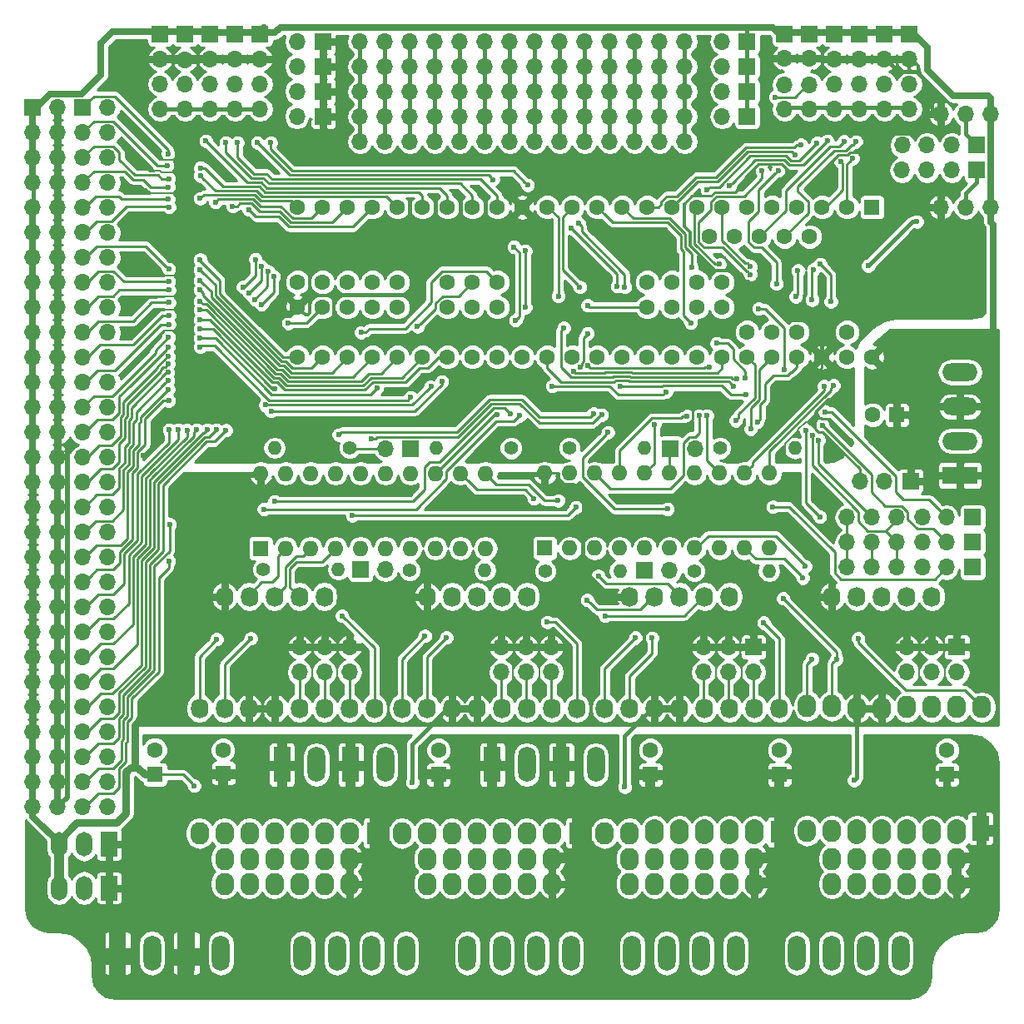
<source format=gbl>
G04 #@! TF.FileFunction,Copper,L2,Bot,Signal*
%FSLAX46Y46*%
G04 Gerber Fmt 4.6, Leading zero omitted, Abs format (unit mm)*
G04 Created by KiCad (PCBNEW 4.0.7) date 07/15/18 15:00:33*
%MOMM*%
%LPD*%
G01*
G04 APERTURE LIST*
%ADD10C,2.000000*%
%ADD11O,1.700000X1.700000*%
%ADD12R,1.700000X1.700000*%
%ADD13R,1.600000X1.600000*%
%ADD14C,1.600000*%
%ADD15R,1.700000X2.500000*%
%ADD16O,1.700000X2.500000*%
%ADD17R,1.800000X3.600000*%
%ADD18O,1.800000X3.600000*%
%ADD19O,1.905000X2.286000*%
%ADD20O,1.778000X2.032000*%
%ADD21R,3.600000X1.800000*%
%ADD22O,3.600000X1.800000*%
%ADD23R,1.778000X2.286000*%
%ADD24O,1.905000X2.540000*%
%ADD25R,1.778000X2.540000*%
%ADD26O,1.600000X1.600000*%
%ADD27C,1.400000*%
%ADD28O,1.400000X1.400000*%
%ADD29C,0.600000*%
%ADD30C,0.381000*%
%ADD31C,0.203200*%
%ADD32C,0.508000*%
%ADD33C,0.228600*%
%ADD34C,0.304800*%
%ADD35C,0.635000*%
%ADD36C,1.016000*%
%ADD37C,1.727200*%
%ADD38C,0.230000*%
%ADD39C,0.762000*%
%ADD40C,0.254000*%
G04 APERTURE END LIST*
D10*
D11*
X153670000Y-78359000D03*
X153670000Y-80899000D03*
X153670000Y-83439000D03*
X153670000Y-85979000D03*
X153670000Y-88519000D03*
X156210000Y-78359000D03*
X156210000Y-80899000D03*
X156210000Y-83439000D03*
X156210000Y-85979000D03*
X156210000Y-88519000D03*
X158750000Y-78359000D03*
X158750000Y-80899000D03*
X158750000Y-83439000D03*
X158750000Y-85979000D03*
X158750000Y-88519000D03*
X161290000Y-78359000D03*
X161290000Y-80899000D03*
X161290000Y-83439000D03*
X161290000Y-85979000D03*
X161290000Y-88519000D03*
X163830000Y-78359000D03*
X163830000Y-80899000D03*
X163830000Y-83439000D03*
X163830000Y-85979000D03*
X163830000Y-88519000D03*
X166370000Y-78359000D03*
X166370000Y-80899000D03*
X166370000Y-83439000D03*
X166370000Y-85979000D03*
X166370000Y-88519000D03*
X168910000Y-78359000D03*
X168910000Y-80899000D03*
X168910000Y-83439000D03*
X168910000Y-85979000D03*
X168910000Y-88519000D03*
X171450000Y-78359000D03*
X171450000Y-80899000D03*
X171450000Y-83439000D03*
X171450000Y-85979000D03*
X171450000Y-88519000D03*
X173990000Y-78359000D03*
X173990000Y-80899000D03*
X173990000Y-83439000D03*
X173990000Y-85979000D03*
X173990000Y-88519000D03*
X176530000Y-78359000D03*
X176530000Y-80899000D03*
X176530000Y-83439000D03*
X176530000Y-85979000D03*
X176530000Y-88519000D03*
X179070000Y-78359000D03*
X179070000Y-80899000D03*
X179070000Y-83439000D03*
X179070000Y-85979000D03*
X179070000Y-88519000D03*
D12*
X191770000Y-77597000D03*
D11*
X191770000Y-80060800D03*
X191770000Y-82753200D03*
X191770000Y-85217000D03*
X181610000Y-78359000D03*
X181610000Y-80899000D03*
X181610000Y-83439000D03*
X181610000Y-85979000D03*
X181610000Y-88519000D03*
X151130000Y-78359000D03*
X151130000Y-80899000D03*
X151130000Y-83439000D03*
X151130000Y-85979000D03*
X151130000Y-88519000D03*
X148590000Y-78359000D03*
X148590000Y-80899000D03*
X148590000Y-83439000D03*
X148590000Y-85979000D03*
X148590000Y-88519000D03*
D13*
X127736600Y-152882600D03*
D14*
X127736600Y-150382600D03*
D13*
X156565600Y-152908000D03*
D14*
X156565600Y-150408000D03*
D15*
X123063000Y-164439600D03*
D16*
X120523000Y-164439600D03*
X117983000Y-164439600D03*
D17*
X123926600Y-171069000D03*
D18*
X127426600Y-171069000D03*
D17*
X130926600Y-171069000D03*
D18*
X134426600Y-171069000D03*
X142748000Y-171069000D03*
X146248000Y-171069000D03*
X149748000Y-171069000D03*
X153248000Y-171069000D03*
X193040000Y-171069000D03*
X196540000Y-171069000D03*
X200040000Y-171069000D03*
X203540000Y-171069000D03*
D17*
X162052000Y-151892000D03*
D18*
X165552000Y-151892000D03*
D17*
X169052000Y-151892000D03*
D18*
X172552000Y-151892000D03*
D14*
X160020000Y-95199200D03*
X157480000Y-95199200D03*
X154940000Y-95199200D03*
X152400000Y-95199200D03*
X162560000Y-95199200D03*
X165100000Y-95199200D03*
X167640000Y-95199200D03*
X149860000Y-95199200D03*
X147320000Y-95199200D03*
X144780000Y-95199200D03*
X142240000Y-95199200D03*
X142240000Y-110439200D03*
X144780000Y-110439200D03*
X147320000Y-110439200D03*
X149860000Y-110439200D03*
X152400000Y-110439200D03*
X154940000Y-110439200D03*
X157480000Y-110439200D03*
X160020000Y-110439200D03*
X170180000Y-95199200D03*
X172720000Y-95199200D03*
X175260000Y-95199200D03*
X177800000Y-95199200D03*
X180340000Y-95199200D03*
X182880000Y-95199200D03*
X185420000Y-95199200D03*
X187960000Y-95199200D03*
X190500000Y-95199200D03*
X193040000Y-95199200D03*
X195580000Y-95199200D03*
X198120000Y-95199200D03*
D13*
X200660000Y-95199200D03*
D14*
X162560000Y-110439200D03*
X165100000Y-110439200D03*
X167640000Y-110439200D03*
X170180000Y-110439200D03*
X172720000Y-110439200D03*
X175260000Y-110439200D03*
X177800000Y-110439200D03*
X180340000Y-110439200D03*
X182880000Y-110439200D03*
X185420000Y-110439200D03*
X187960000Y-110439200D03*
X190500000Y-110439200D03*
X193040000Y-110439200D03*
X195580000Y-110439200D03*
X198120000Y-110439200D03*
X200660000Y-110439200D03*
X198120000Y-107899200D03*
X193040000Y-107899200D03*
X190500000Y-107899200D03*
X187960000Y-107899200D03*
X185420000Y-102819200D03*
X182880000Y-102819200D03*
X180340000Y-102819200D03*
X177800000Y-102819200D03*
X162560000Y-102819200D03*
X160020000Y-102819200D03*
X157480000Y-102819200D03*
X152400000Y-102819200D03*
X149860000Y-102819200D03*
X147320000Y-102819200D03*
X144780000Y-102819200D03*
X142240000Y-102819200D03*
X142240000Y-105359200D03*
X144780000Y-105359200D03*
X147320000Y-105359200D03*
X149860000Y-105359200D03*
X152400000Y-105359200D03*
X157480000Y-105359200D03*
X160020000Y-105359200D03*
X162560000Y-105359200D03*
X177800000Y-105359200D03*
X180340000Y-105359200D03*
X182880000Y-105359200D03*
X185420000Y-105359200D03*
X194310000Y-98199200D03*
X191770000Y-98199200D03*
X189230000Y-98199200D03*
X186690000Y-98199200D03*
X184150000Y-98199200D03*
D12*
X187960000Y-78359000D03*
D11*
X185420000Y-78359000D03*
D12*
X187960000Y-80899000D03*
D11*
X185420000Y-80899000D03*
D12*
X187960000Y-83439000D03*
D11*
X185420000Y-83439000D03*
D19*
X181076600Y-161467800D03*
X183616600Y-161467800D03*
X178536600Y-161467800D03*
X175996600Y-161467800D03*
D20*
X175996600Y-134797800D03*
X178536600Y-134797800D03*
X181076600Y-134797800D03*
D19*
X186156600Y-161467800D03*
X188696600Y-161467800D03*
D20*
X186156600Y-134797800D03*
X183616600Y-134797800D03*
D19*
X175996600Y-164007800D03*
X181076600Y-164007800D03*
X175996600Y-164007800D03*
X188696600Y-164007800D03*
X186156600Y-164007800D03*
X183616600Y-164007800D03*
X178536600Y-164007800D03*
D13*
X208280000Y-152908000D03*
D14*
X208280000Y-150408000D03*
D18*
X159512000Y-171069000D03*
X163012000Y-171069000D03*
X166512000Y-171069000D03*
X170012000Y-171069000D03*
D21*
X209600800Y-122478800D03*
D22*
X209600800Y-118978800D03*
X209600800Y-115478800D03*
X209600800Y-111978800D03*
D18*
X176276000Y-171069000D03*
X179776000Y-171069000D03*
X183276000Y-171069000D03*
X186776000Y-171069000D03*
D12*
X210896200Y-131826000D03*
D11*
X208203800Y-131826000D03*
X205816200Y-131826000D03*
X203123800Y-131826000D03*
X200660000Y-131826000D03*
X198120000Y-131826000D03*
D12*
X210896200Y-126746000D03*
D11*
X208203800Y-126746000D03*
X205816200Y-126746000D03*
X203123800Y-126746000D03*
X200660000Y-126746000D03*
X198120000Y-126746000D03*
D12*
X210896200Y-129286000D03*
D11*
X208203800Y-129286000D03*
X205816200Y-129286000D03*
X203123800Y-129286000D03*
X200660000Y-129286000D03*
X198120000Y-129286000D03*
D13*
X134696200Y-152781000D03*
D14*
X134645400Y-150408000D03*
D13*
X191236600Y-152908000D03*
D14*
X191236600Y-150408000D03*
D12*
X187960000Y-85979000D03*
D11*
X185420000Y-85979000D03*
D12*
X144856200Y-78359000D03*
D11*
X142163800Y-78359000D03*
D12*
X144856200Y-80899000D03*
D11*
X142163800Y-80899000D03*
D12*
X144856200Y-83439000D03*
D11*
X142163800Y-83439000D03*
D12*
X144856200Y-85979000D03*
D11*
X142163800Y-85979000D03*
X147497800Y-139954000D03*
X147497800Y-142494000D03*
X144957800Y-139954000D03*
X144957800Y-142494000D03*
X142417800Y-139954000D03*
X142417800Y-142494000D03*
X168046400Y-139954000D03*
X168046400Y-142494000D03*
X165506400Y-139954000D03*
X165506400Y-142494000D03*
X162966400Y-139954000D03*
X162966400Y-142494000D03*
D13*
X203200000Y-116332000D03*
D14*
X200700000Y-116332000D03*
D13*
X178130200Y-152908000D03*
D14*
X178130200Y-150408000D03*
D12*
X211328000Y-91440000D03*
D11*
X208788000Y-91440000D03*
X206248000Y-91440000D03*
X203708000Y-91440000D03*
D12*
X211328000Y-88900000D03*
D11*
X208788000Y-88900000D03*
X206248000Y-88900000D03*
X203733400Y-88900000D03*
D19*
X137337800Y-158877000D03*
D20*
X137261600Y-146177000D03*
D19*
X139877800Y-158877000D03*
X134797800Y-158877000D03*
X132257800Y-158877000D03*
D20*
X132257800Y-146177000D03*
X134797800Y-146177000D03*
X139954000Y-146177000D03*
X142417800Y-146177000D03*
X144957800Y-146177000D03*
X147497800Y-146177000D03*
X150037800Y-146177000D03*
D19*
X142417800Y-158877000D03*
X144957800Y-158877000D03*
X147497800Y-158877000D03*
D23*
X150164800Y-158877000D03*
D19*
X157937200Y-158877000D03*
D20*
X157937200Y-146177000D03*
D19*
X160477200Y-158877000D03*
X155397200Y-158877000D03*
X152857200Y-158877000D03*
D20*
X152857200Y-146177000D03*
X155397200Y-146177000D03*
X160477200Y-146177000D03*
X163017200Y-146177000D03*
X165557200Y-146177000D03*
X168097200Y-146177000D03*
X170637200Y-146177000D03*
D19*
X163017200Y-158877000D03*
X165557200Y-158877000D03*
X168097200Y-158877000D03*
D23*
X170764200Y-158877000D03*
D24*
X178536600Y-158750000D03*
D20*
X178536600Y-146177000D03*
D24*
X181076600Y-158750000D03*
D19*
X175996600Y-158877000D03*
X173456600Y-158877000D03*
D20*
X173456600Y-146177000D03*
X175996600Y-146177000D03*
X181076600Y-146177000D03*
X183616600Y-146177000D03*
X186156600Y-146177000D03*
X188696600Y-146177000D03*
X191236600Y-146177000D03*
D24*
X183616600Y-158750000D03*
X186156600Y-158750000D03*
X188696600Y-158750000D03*
D23*
X191236600Y-158750000D03*
D11*
X207645000Y-95199200D03*
X210185000Y-95199200D03*
X212725000Y-95199200D03*
X207645000Y-85725000D03*
X210185000Y-85725000D03*
X212725000Y-85725000D03*
D19*
X160477200Y-161467800D03*
X163017200Y-161467800D03*
X157937200Y-161467800D03*
X155397200Y-161467800D03*
D20*
X155397200Y-134797800D03*
X157937200Y-134797800D03*
X160477200Y-134797800D03*
D19*
X165557200Y-161467800D03*
X168097200Y-161467800D03*
D20*
X165557200Y-134797800D03*
X163017200Y-134797800D03*
D19*
X155397200Y-164007800D03*
X160477200Y-164007800D03*
X155397200Y-164007800D03*
X168097200Y-164007800D03*
X165557200Y-164007800D03*
X163017200Y-164007800D03*
X157937200Y-164007800D03*
X139877800Y-161467800D03*
X142417800Y-161467800D03*
X137337800Y-161467800D03*
X134797800Y-161467800D03*
D20*
X134797800Y-134797800D03*
X137337800Y-134797800D03*
X139877800Y-134797800D03*
D19*
X144957800Y-161467800D03*
X147497800Y-161467800D03*
D20*
X144957800Y-134797800D03*
X142417800Y-134797800D03*
D19*
X134797800Y-164007800D03*
X139877800Y-164007800D03*
X134797800Y-164007800D03*
X147497800Y-164007800D03*
X144957800Y-164007800D03*
X142417800Y-164007800D03*
X137337800Y-164007800D03*
X201676000Y-161467800D03*
X204216000Y-161467800D03*
X199136000Y-161467800D03*
X196596000Y-161467800D03*
D20*
X196596000Y-134797800D03*
X199136000Y-134797800D03*
X201676000Y-134797800D03*
D19*
X206756000Y-161467800D03*
X209296000Y-161467800D03*
D20*
X206756000Y-134797800D03*
X204216000Y-134797800D03*
D19*
X196596000Y-164007800D03*
X201676000Y-164007800D03*
X196596000Y-164007800D03*
X209296000Y-164007800D03*
X206756000Y-164007800D03*
X204216000Y-164007800D03*
X199136000Y-164007800D03*
D24*
X199136000Y-158750000D03*
D19*
X199136000Y-146177000D03*
D24*
X201676000Y-158750000D03*
D19*
X196596000Y-158623000D03*
X194056000Y-158623000D03*
X194056000Y-145923000D03*
X196596000Y-145923000D03*
X201676000Y-146177000D03*
X204216000Y-146050000D03*
X206756000Y-146050000D03*
X209296000Y-146050000D03*
X211836000Y-146050000D03*
D24*
X204216000Y-158750000D03*
X206756000Y-158750000D03*
X209296000Y-158750000D03*
D25*
X211709000Y-158369000D03*
D12*
X130810000Y-77597000D03*
D11*
X130810000Y-80213200D03*
X130810000Y-82677000D03*
X130810000Y-85217000D03*
D12*
X194310000Y-77597000D03*
D11*
X194310000Y-80060800D03*
X194310000Y-82753200D03*
X194310000Y-85217000D03*
D12*
X204597000Y-123037600D03*
D11*
X201904600Y-123037600D03*
X199440800Y-123037600D03*
D12*
X199390000Y-77597000D03*
D11*
X199390000Y-80137000D03*
X199390000Y-82677000D03*
X199390000Y-85217000D03*
D12*
X196850000Y-77597000D03*
D11*
X196850000Y-80137000D03*
X196850000Y-82677000D03*
X196850000Y-85217000D03*
D12*
X201930000Y-77597000D03*
D11*
X201930000Y-80137000D03*
X201930000Y-82677000D03*
X201930000Y-85217000D03*
D12*
X204470000Y-77597000D03*
D11*
X204470000Y-80137000D03*
X204470000Y-82677000D03*
X204470000Y-85217000D03*
D13*
X138480800Y-129895600D03*
D26*
X161340800Y-122275600D03*
X141020800Y-129895600D03*
X158800800Y-122275600D03*
X143560800Y-129895600D03*
X156260800Y-122275600D03*
X146100800Y-129895600D03*
X153720800Y-122275600D03*
X148640800Y-129895600D03*
X151180800Y-122275600D03*
X151180800Y-129895600D03*
X148640800Y-122275600D03*
X153720800Y-129895600D03*
X146100800Y-122275600D03*
X156260800Y-129895600D03*
X143560800Y-122275600D03*
X158800800Y-129895600D03*
X141020800Y-122275600D03*
X161340800Y-129895600D03*
X138480800Y-122275600D03*
D13*
X167386000Y-129870200D03*
D26*
X190246000Y-122250200D03*
X169926000Y-129870200D03*
X187706000Y-122250200D03*
X172466000Y-129870200D03*
X185166000Y-122250200D03*
X175006000Y-129870200D03*
X182626000Y-122250200D03*
X177546000Y-129870200D03*
X180086000Y-122250200D03*
X180086000Y-129870200D03*
X177546000Y-122250200D03*
X182626000Y-129870200D03*
X175006000Y-122250200D03*
X185166000Y-129870200D03*
X172466000Y-122250200D03*
X187706000Y-129870200D03*
X169926000Y-122250200D03*
X190246000Y-129870200D03*
X167386000Y-122250200D03*
D15*
X123063000Y-160020000D03*
D16*
X120523000Y-160020000D03*
X117983000Y-160020000D03*
D12*
X188595000Y-139954000D03*
D11*
X188595000Y-142494000D03*
X186055000Y-139954000D03*
X186055000Y-142494000D03*
X183515000Y-139954000D03*
X183515000Y-142494000D03*
D12*
X133350000Y-77597000D03*
D11*
X133350000Y-80137000D03*
X133350000Y-82677000D03*
X133350000Y-85217000D03*
D12*
X135890000Y-77597000D03*
D11*
X135890000Y-80137000D03*
X135890000Y-82677000D03*
X135890000Y-85217000D03*
D12*
X138430000Y-77597000D03*
D11*
X138430000Y-80137000D03*
X138430000Y-82677000D03*
X138430000Y-85217000D03*
D12*
X115316000Y-85090000D03*
D11*
X117856000Y-85090000D03*
X115316000Y-87630000D03*
X117856000Y-87630000D03*
X115316000Y-90170000D03*
X117856000Y-90170000D03*
X115316000Y-92710000D03*
X117856000Y-92710000D03*
X115316000Y-95250000D03*
X117856000Y-95250000D03*
X115316000Y-97790000D03*
X117856000Y-97790000D03*
X115316000Y-100330000D03*
X117856000Y-100330000D03*
X115316000Y-102870000D03*
X117856000Y-102870000D03*
X115316000Y-105410000D03*
X117856000Y-105410000D03*
X115316000Y-107950000D03*
X117856000Y-107950000D03*
X115316000Y-110490000D03*
X117856000Y-110490000D03*
X115316000Y-113030000D03*
X117856000Y-113030000D03*
X115316000Y-115570000D03*
X117856000Y-115570000D03*
X115316000Y-118110000D03*
X117856000Y-118110000D03*
X115316000Y-120650000D03*
X117856000Y-120650000D03*
X115316000Y-123190000D03*
X117856000Y-123190000D03*
X115316000Y-125730000D03*
X117856000Y-125730000D03*
X115316000Y-128270000D03*
X117856000Y-128270000D03*
X115316000Y-130810000D03*
X117856000Y-130810000D03*
X115316000Y-133350000D03*
X117856000Y-133350000D03*
X115316000Y-135890000D03*
X117856000Y-135890000D03*
X115316000Y-138430000D03*
X117856000Y-138430000D03*
X115316000Y-140970000D03*
X117856000Y-140970000D03*
X115316000Y-143510000D03*
X117856000Y-143510000D03*
X115316000Y-146050000D03*
X117856000Y-146050000D03*
X115316000Y-148590000D03*
X117856000Y-148590000D03*
X115316000Y-151130000D03*
X117856000Y-151130000D03*
X115316000Y-153670000D03*
X117856000Y-153670000D03*
X115316000Y-156210000D03*
X117856000Y-156210000D03*
D12*
X120396000Y-85090000D03*
D11*
X122936000Y-85090000D03*
X120396000Y-87630000D03*
X122936000Y-87630000D03*
X120396000Y-90170000D03*
X122936000Y-90170000D03*
X120396000Y-92710000D03*
X122936000Y-92710000D03*
X120396000Y-95250000D03*
X122936000Y-95250000D03*
X120396000Y-97790000D03*
X122936000Y-97790000D03*
X120396000Y-100330000D03*
X122936000Y-100330000D03*
X120396000Y-102870000D03*
X122936000Y-102870000D03*
X120396000Y-105410000D03*
X122936000Y-105410000D03*
X120396000Y-107950000D03*
X122936000Y-107950000D03*
X120396000Y-110490000D03*
X122936000Y-110490000D03*
X120396000Y-113030000D03*
X122936000Y-113030000D03*
X120396000Y-115570000D03*
X122936000Y-115570000D03*
X120396000Y-118110000D03*
X122936000Y-118110000D03*
X120396000Y-120650000D03*
X122936000Y-120650000D03*
X120396000Y-123190000D03*
X122936000Y-123190000D03*
X120396000Y-125730000D03*
X122936000Y-125730000D03*
X120396000Y-128270000D03*
X122936000Y-128270000D03*
X120396000Y-130810000D03*
X122936000Y-130810000D03*
X120396000Y-133350000D03*
X122936000Y-133350000D03*
X120396000Y-135890000D03*
X122936000Y-135890000D03*
X120396000Y-138430000D03*
X122936000Y-138430000D03*
X120396000Y-140970000D03*
X122936000Y-140970000D03*
X120396000Y-143510000D03*
X122936000Y-143510000D03*
X120396000Y-146050000D03*
X122936000Y-146050000D03*
X120396000Y-148590000D03*
X122936000Y-148590000D03*
X120396000Y-151130000D03*
X122936000Y-151130000D03*
X120396000Y-153670000D03*
X122936000Y-153670000D03*
X120396000Y-156210000D03*
X122936000Y-156210000D03*
D12*
X177546000Y-132130800D03*
D11*
X180086000Y-132130800D03*
D27*
X182575200Y-132181600D03*
D28*
X190195200Y-132181600D03*
D27*
X167411400Y-132181600D03*
D28*
X175031400Y-132181600D03*
D12*
X148640800Y-132054600D03*
D11*
X151180800Y-132054600D03*
D12*
X153746200Y-119735600D03*
D11*
X151206200Y-119735600D03*
D12*
X180111400Y-119735600D03*
D11*
X182651400Y-119735600D03*
D27*
X138760200Y-132029200D03*
D28*
X146380200Y-132029200D03*
D27*
X153644600Y-132105400D03*
D28*
X161264600Y-132105400D03*
D27*
X163931600Y-119710200D03*
D28*
X156311600Y-119710200D03*
D27*
X147523200Y-119684800D03*
D28*
X139903200Y-119684800D03*
D27*
X169900600Y-119710200D03*
D28*
X177520600Y-119710200D03*
D27*
X185191400Y-119710200D03*
D28*
X192811400Y-119710200D03*
D12*
X128270000Y-77597000D03*
D11*
X128270000Y-80137000D03*
X128270000Y-82677000D03*
X128270000Y-85217000D03*
D12*
X209296000Y-139954000D03*
D11*
X209296000Y-142494000D03*
X206756000Y-139954000D03*
X206756000Y-142494000D03*
X204216000Y-139954000D03*
X204216000Y-142494000D03*
D17*
X140639800Y-151892000D03*
D18*
X144139800Y-151892000D03*
D17*
X147639800Y-151892000D03*
D18*
X151139800Y-151892000D03*
D29*
X124968000Y-79883004D03*
X125856998Y-79883000D03*
X126568200Y-120472200D03*
X119075200Y-119507000D03*
X124155200Y-79883000D03*
X194589400Y-118389400D03*
X186565749Y-113382193D03*
X195203986Y-118901555D03*
X186897580Y-112654245D03*
X168744992Y-104239314D03*
X169316400Y-107467400D03*
X179705000Y-113969800D03*
X178536696Y-117273416D03*
X168122600Y-113385600D03*
X173812200Y-118110000D03*
X190576200Y-125679200D03*
X179857400Y-125906132D03*
X172339000Y-116205000D03*
X146411663Y-118337704D03*
X173177200Y-116306600D03*
X149694459Y-118756998D03*
X170078400Y-97358200D03*
X162102800Y-92379800D03*
X138141188Y-88646000D03*
X174719283Y-103235306D03*
X170815000Y-96824800D03*
X165633400Y-92938600D03*
X139522200Y-88646000D03*
X175514000Y-103327200D03*
X170272057Y-111867009D03*
X162483800Y-116281200D03*
X186791600Y-116890800D03*
X166265817Y-124818183D03*
X188315600Y-117754400D03*
X168733252Y-125048910D03*
X189001400Y-117017798D03*
X170535600Y-125704600D03*
X147817812Y-126552311D03*
X205206600Y-96672400D03*
X200253600Y-101168200D03*
X191109600Y-91459454D03*
X190931800Y-102997000D03*
X188290200Y-102057200D03*
X190804800Y-83997800D03*
X189458602Y-91459454D03*
X193935303Y-117887703D03*
X175020511Y-113456444D03*
X195351400Y-126695200D03*
X187849515Y-114253648D03*
X170942000Y-103327200D03*
X195589979Y-117359416D03*
X187776829Y-112596413D03*
X182234883Y-106944117D03*
X184850610Y-109058947D03*
X191767028Y-111690110D03*
X182321200Y-101346000D03*
X195875134Y-116008675D03*
X189128400Y-105511600D03*
X193421000Y-88849200D03*
X192801022Y-89863053D03*
X185140600Y-101014389D03*
X181838600Y-116459000D03*
X188290200Y-101193600D03*
X183067212Y-116409485D03*
X192887600Y-104292400D03*
X183867222Y-116408123D03*
X193120910Y-101650626D03*
X194723857Y-101554594D03*
X195783200Y-113411000D03*
X194564000Y-104622600D03*
X195379839Y-100992527D03*
X196748400Y-113334800D03*
X196469000Y-104800400D03*
X197458966Y-90531401D03*
X198704200Y-90241490D03*
X199237600Y-139065000D03*
X193852800Y-131734921D03*
X129127355Y-101509833D03*
X132334000Y-100533200D03*
X129149769Y-102760410D03*
X132334000Y-101574600D03*
X129158998Y-103632000D03*
X132334000Y-102666800D03*
X129158996Y-104902000D03*
X132333998Y-103632000D03*
X129159000Y-106232211D03*
X132334000Y-104775000D03*
X129159000Y-107111800D03*
X132334000Y-105664000D03*
X129113290Y-108429031D03*
X132334000Y-106629200D03*
X132334000Y-107569004D03*
X148691600Y-107950000D03*
X139894388Y-113644457D03*
X129108200Y-109448598D03*
X154432000Y-107340400D03*
X132333294Y-108523248D03*
X129109030Y-110363344D03*
X150291800Y-113588800D03*
X153720800Y-114554000D03*
X132334000Y-109397798D03*
X129097054Y-111163266D03*
X129057114Y-112022123D03*
X136677400Y-103327198D03*
X137947400Y-100507800D03*
X129057434Y-112822134D03*
X137292410Y-103914745D03*
X138561710Y-101228222D03*
X129108200Y-113715800D03*
X139199122Y-101711672D03*
X137877359Y-104579959D03*
X129133598Y-114884200D03*
X139803056Y-102247080D03*
X138557000Y-105105200D03*
X129184398Y-117856000D03*
X141300200Y-106990545D03*
X130098800Y-117856002D03*
X130987800Y-117881400D03*
X131978400Y-117856000D03*
X133019800Y-117856000D03*
X155788317Y-113446517D03*
X133959600Y-117856000D03*
X138952135Y-115320109D03*
X156895800Y-112928400D03*
X134950200Y-117881400D03*
X139536820Y-115934419D03*
X183872058Y-93441890D03*
X195046600Y-88671400D03*
X164236400Y-99237800D03*
X164386217Y-106702817D03*
X186162758Y-93041978D03*
X196099667Y-88478888D03*
X165394265Y-99660593D03*
X165409510Y-105380907D03*
X170968286Y-111472949D03*
X163855400Y-116205000D03*
X139877800Y-125120400D03*
X129215719Y-127455418D03*
X171726479Y-105192787D03*
X171726479Y-108043058D03*
X171752025Y-111306987D03*
X164795200Y-116408200D03*
X184136951Y-111431157D03*
X138811000Y-125907800D03*
X129133600Y-131216400D03*
X199034951Y-88538272D03*
X197808132Y-88495502D03*
X175514000Y-154178000D03*
X153898600Y-153695400D03*
X131724400Y-154051000D03*
X198831200Y-153492200D03*
X132897344Y-88463656D03*
X129061140Y-89764243D03*
X132343968Y-91199164D03*
X128956786Y-90967455D03*
X132336434Y-91999140D03*
X137261600Y-95453206D03*
X129123599Y-92295610D03*
X135636000Y-95097596D03*
X129108111Y-93150322D03*
X129099429Y-94393217D03*
X133883400Y-94691202D03*
X132334000Y-94310200D03*
X129159194Y-95202218D03*
X134939701Y-88635969D03*
X136118600Y-88646000D03*
X157378400Y-138963400D03*
X155194000Y-138811000D03*
X137490200Y-139039600D03*
X134010400Y-139141200D03*
X146761200Y-136753600D03*
X197027800Y-141147800D03*
X191617600Y-135001000D03*
X194564000Y-141147800D03*
X193624200Y-132892800D03*
X167640000Y-137388600D03*
X171678600Y-135153400D03*
X176580800Y-138988800D03*
X172811483Y-132699717D03*
X178282600Y-139014200D03*
X173507400Y-136753600D03*
X189636400Y-137464800D03*
D30*
X133350000Y-85217000D02*
X135890000Y-85217000D01*
X135890000Y-85090000D02*
X135991600Y-85191600D01*
X138328400Y-85191600D02*
X138430000Y-85090000D01*
X135991600Y-85191600D02*
X138328400Y-85191600D01*
X128270000Y-84963000D02*
X128524000Y-85217000D01*
X128524000Y-85217000D02*
X135636000Y-85217000D01*
X135636000Y-85217000D02*
X135890000Y-84963000D01*
D31*
X165100000Y-110439200D02*
X165100000Y-109829600D01*
D30*
X204393800Y-81280000D02*
X204266800Y-81407000D01*
X204266800Y-81407000D02*
X203327000Y-81407000D01*
X203327000Y-81407000D02*
X201930000Y-80010000D01*
X205319999Y-81280000D02*
X205192999Y-81407000D01*
X205192999Y-81407000D02*
X204520800Y-81407000D01*
X204520800Y-81407000D02*
X204393800Y-81280000D01*
D32*
X117856000Y-156210000D02*
X118846600Y-155219400D01*
X118846600Y-155219400D02*
X118846600Y-120143802D01*
X118846600Y-120143802D02*
X118705999Y-120003201D01*
D31*
X127294215Y-93791615D02*
X126822200Y-93319600D01*
X130393015Y-93791615D02*
X127294215Y-93791615D01*
X130403600Y-93802200D02*
X130393015Y-93791615D01*
D33*
X190347600Y-90845144D02*
X191479944Y-90845144D01*
X189118890Y-90845144D02*
X190347600Y-90845144D01*
D31*
X190347600Y-90845144D02*
X190347600Y-91059000D01*
D33*
X187756800Y-92655196D02*
X187756800Y-92207234D01*
X184307688Y-94056200D02*
X184707599Y-93656288D01*
X186755708Y-93656288D02*
X187756800Y-92655196D01*
X182981600Y-94056200D02*
X184307688Y-94056200D01*
X187756800Y-92207234D02*
X189118890Y-90845144D01*
X191479944Y-90845144D02*
X192227200Y-91592400D01*
X184707599Y-93656288D02*
X186755708Y-93656288D01*
X182317446Y-94056200D02*
X182981600Y-94056200D01*
D31*
X182981600Y-94056200D02*
X182981600Y-93853000D01*
D34*
X187875446Y-102709602D02*
X186832643Y-101666799D01*
X188053602Y-102709602D02*
X187875446Y-102709602D01*
X196011800Y-107061000D02*
X195697599Y-106746799D01*
X195697599Y-106746799D02*
X192090799Y-106746799D01*
X186832643Y-101666799D02*
X184702257Y-101666799D01*
X184702257Y-101666799D02*
X183695658Y-100660200D01*
X192090799Y-106746799D02*
X188053602Y-102709602D01*
D31*
X183695658Y-100835142D02*
X183489600Y-101041200D01*
D34*
X183695658Y-100660200D02*
X182140377Y-99104919D01*
D31*
X183695658Y-100660200D02*
X183695658Y-100835142D01*
D34*
X181533800Y-97158825D02*
X181533800Y-94839846D01*
X182140377Y-99104919D02*
X182140377Y-97765402D01*
X182140377Y-97765402D02*
X181533800Y-97158825D01*
D31*
X192989200Y-118059200D02*
X191809799Y-119238601D01*
X193116200Y-117932200D02*
X192989200Y-118059200D01*
X192989200Y-118059200D02*
X193090800Y-118160800D01*
X191809799Y-120737201D02*
X191516000Y-121031000D01*
X191809799Y-119238601D02*
X191809799Y-120737201D01*
X193116200Y-117856000D02*
X193116200Y-117932200D01*
X193954400Y-117017800D02*
X193116200Y-117856000D01*
D33*
X194864098Y-117719066D02*
X194864098Y-117017800D01*
X194864098Y-117017800D02*
X194864098Y-116662200D01*
D31*
X194864098Y-117017800D02*
X193954400Y-117017800D01*
D33*
X198171324Y-89865200D02*
X197256400Y-89865200D01*
X198999065Y-89627189D02*
X198409335Y-89627189D01*
X197256400Y-89865200D02*
X196367400Y-90754200D01*
X206138119Y-86029800D02*
X206138119Y-86063481D01*
X204465901Y-87735699D02*
X200890555Y-87735699D01*
X207645000Y-85725000D02*
X206442919Y-85725000D01*
X200890555Y-87735699D02*
X198999065Y-89627189D01*
X198409335Y-89627189D02*
X198171324Y-89865200D01*
X206442919Y-85725000D02*
X206138119Y-86029800D01*
X206138119Y-86063481D02*
X204465901Y-87735699D01*
X181533800Y-94839846D02*
X182317446Y-94056200D01*
D34*
X204470000Y-80010000D02*
X204470000Y-81212081D01*
X204470000Y-81212081D02*
X204402081Y-81280000D01*
X204402081Y-81280000D02*
X204393800Y-81280000D01*
X205319999Y-81280000D02*
X205319999Y-80859999D01*
X205319999Y-81620445D02*
X205319999Y-81280000D01*
X207645000Y-86360000D02*
X206795001Y-85510001D01*
X206795001Y-85510001D02*
X206795001Y-83095447D01*
X206795001Y-83095447D02*
X205319999Y-81620445D01*
X205319999Y-80859999D02*
X204470000Y-80010000D01*
D30*
X118705999Y-120003201D02*
X118705999Y-119876201D01*
X118705999Y-119876201D02*
X119075200Y-119507000D01*
D32*
X117856000Y-156210000D02*
X117856000Y-156133800D01*
D33*
X126822200Y-93319600D02*
X126415800Y-93395800D01*
X126568200Y-93319600D02*
X126492000Y-93395800D01*
X126492000Y-93395800D02*
X126415800Y-93395800D01*
X127914400Y-89509600D02*
X127787400Y-89382600D01*
X127914400Y-90017600D02*
X127914400Y-89509600D01*
X127177800Y-91465400D02*
X126974600Y-91262200D01*
X127660400Y-91465400D02*
X127177800Y-91465400D01*
X126466600Y-104317800D02*
X126263400Y-104521000D01*
X127914400Y-104317800D02*
X126466600Y-104317800D01*
X182452902Y-115387498D02*
X182452902Y-116753866D01*
X195580000Y-110439200D02*
X195580000Y-111570570D01*
X186161302Y-118597302D02*
X185140600Y-117576600D01*
X183337200Y-114503200D02*
X182452902Y-115387498D01*
X185140600Y-117576600D02*
X185140600Y-115900200D01*
X188553268Y-118597302D02*
X186161302Y-118597302D01*
X183743600Y-114503200D02*
X183337200Y-114503200D01*
X182452902Y-116753866D02*
X182049268Y-117157500D01*
X195580000Y-111570570D02*
X188553268Y-118597302D01*
X185140600Y-115900200D02*
X183743600Y-114503200D01*
X181876700Y-117157500D02*
X181559200Y-117475000D01*
X182049268Y-117157500D02*
X181876700Y-117157500D01*
X182049268Y-117157500D02*
X182003700Y-117157500D01*
D35*
X117856000Y-123190000D02*
X117856000Y-120650000D01*
D33*
X196113400Y-116687600D02*
X197129400Y-117703600D01*
X195503800Y-116687600D02*
X196113400Y-116687600D01*
X195478400Y-116662200D02*
X195503800Y-116687600D01*
X194864098Y-116662200D02*
X195478400Y-116662200D01*
X194864098Y-116662200D02*
X194864098Y-116057302D01*
X197815200Y-114706400D02*
X197815200Y-112674400D01*
X194864098Y-116057302D02*
X196215000Y-114706400D01*
X197815200Y-112674400D02*
X195580000Y-110439200D01*
X196215000Y-114706400D02*
X197815200Y-114706400D01*
X196909081Y-119320919D02*
X196723000Y-119507000D01*
X196909081Y-119303800D02*
X195643783Y-118038502D01*
X199440800Y-121835519D02*
X196909081Y-119303800D01*
X196909081Y-119303800D02*
X196909081Y-119320919D01*
X199440800Y-123037600D02*
X199440800Y-121835519D01*
X195643783Y-118038502D02*
X195183534Y-118038502D01*
X195183534Y-118038502D02*
X194864098Y-117719066D01*
D31*
X130403600Y-105537000D02*
X130309999Y-105630601D01*
X130309999Y-105630601D02*
X128100199Y-105630601D01*
X128100199Y-105630601D02*
X127330200Y-106400600D01*
X128320800Y-102158800D02*
X128066800Y-101904800D01*
X130403600Y-102158800D02*
X128320800Y-102158800D01*
X130403600Y-102158800D02*
X130403600Y-104317800D01*
X130403600Y-97231200D02*
X130403600Y-102158800D01*
X127998598Y-104233602D02*
X127914400Y-104317800D01*
X130319402Y-104233602D02*
X127998598Y-104233602D01*
X130403600Y-104317800D02*
X130319402Y-104233602D01*
X130403600Y-104317800D02*
X130403600Y-105537000D01*
X130403600Y-105537000D02*
X130403600Y-107721400D01*
X130403600Y-107721400D02*
X130386199Y-107738801D01*
X130386199Y-107738801D02*
X128709799Y-107738801D01*
X128709799Y-107738801D02*
X128016000Y-108432600D01*
X130403600Y-107721400D02*
X130403600Y-108204000D01*
X130403600Y-108204000D02*
X130302000Y-108305600D01*
X128193258Y-91465400D02*
X127660400Y-91465400D01*
X130403600Y-91694000D02*
X128421858Y-91694000D01*
X128421858Y-91694000D02*
X128193258Y-91465400D01*
D35*
X130403600Y-97231200D02*
X130403600Y-93802200D01*
X130403600Y-93802200D02*
X130403600Y-91694000D01*
X130403600Y-91694000D02*
X130403600Y-90627200D01*
D31*
X130142253Y-90365853D02*
X128262653Y-90365853D01*
X128262653Y-90365853D02*
X127914400Y-90017600D01*
X130403600Y-90627200D02*
X130142253Y-90365853D01*
D35*
X130403600Y-90627200D02*
X130403600Y-88646000D01*
X131419600Y-98247200D02*
X130403600Y-97231200D01*
X134467600Y-98247200D02*
X131419600Y-98247200D01*
X135483600Y-99263200D02*
X134467600Y-98247200D01*
X135483600Y-103555598D02*
X135483600Y-99263200D01*
X138087201Y-106159199D02*
X135483600Y-103555598D01*
X141440001Y-106159199D02*
X138087201Y-106159199D01*
X142240000Y-105359200D02*
X141440001Y-106159199D01*
D30*
X141732000Y-105867200D02*
X141440001Y-106159199D01*
D35*
X142240000Y-105359200D02*
X141732000Y-105867200D01*
D30*
X140906399Y-106159199D02*
X141198398Y-105867200D01*
X141440001Y-106159199D02*
X140906399Y-106159199D01*
X151053800Y-96774000D02*
X153670000Y-96774000D01*
X153670000Y-96774000D02*
X156387800Y-96774000D01*
X153670000Y-96774000D02*
X153670000Y-94564200D01*
X156387800Y-96774000D02*
X156289499Y-96675699D01*
X156387800Y-96774000D02*
X158800800Y-96774000D01*
X156289499Y-96675699D02*
X156289499Y-94618299D01*
X158800800Y-96774000D02*
X158800800Y-94488000D01*
X158800800Y-96774000D02*
X161290000Y-96774000D01*
X161315400Y-96748600D02*
X161315400Y-94361000D01*
X161290000Y-96774000D02*
X161315400Y-96748600D01*
X151053800Y-98069400D02*
X151053800Y-96774000D01*
X151536400Y-98069400D02*
X151053800Y-98069400D01*
X146075400Y-104063800D02*
X153695400Y-104063800D01*
X153695400Y-104063800D02*
X154432000Y-103327200D01*
X154432000Y-103327200D02*
X154432000Y-100965000D01*
X154432000Y-100965000D02*
X151536400Y-98069400D01*
X196011800Y-107061000D02*
X200944102Y-102128698D01*
X195580000Y-107492800D02*
X196011800Y-107061000D01*
X195580000Y-110439200D02*
X195580000Y-107492800D01*
D34*
X145932401Y-104206799D02*
X145932401Y-106435401D01*
X146075400Y-104063800D02*
X146075400Y-103860600D01*
X145932401Y-104206799D02*
X146075400Y-104063800D01*
X143510000Y-104241600D02*
X143510000Y-101219000D01*
X143510000Y-104241600D02*
X143544801Y-104206799D01*
X143510000Y-105943198D02*
X143510000Y-104241600D01*
X143544801Y-104206799D02*
X145932401Y-104206799D01*
X143510000Y-101219000D02*
X143306800Y-101015800D01*
X143293999Y-106159199D02*
X143510000Y-105943198D01*
X142240000Y-105359200D02*
X143039999Y-106159199D01*
X143039999Y-106159199D02*
X143293999Y-106159199D01*
D35*
X117856000Y-153670000D02*
X117856000Y-156210000D01*
X117856000Y-151130000D02*
X117856000Y-153670000D01*
X117856000Y-148590000D02*
X117856000Y-151130000D01*
X117856000Y-146050000D02*
X117856000Y-148590000D01*
X117856000Y-143510000D02*
X117856000Y-146050000D01*
X117856000Y-140970000D02*
X117856000Y-143510000D01*
X117856000Y-138430000D02*
X117856000Y-140970000D01*
X117856000Y-135890000D02*
X117856000Y-138430000D01*
X117856000Y-133350000D02*
X117856000Y-135890000D01*
X117856000Y-130810000D02*
X117856000Y-133350000D01*
X117856000Y-128270000D02*
X117856000Y-130810000D01*
X117856000Y-125730000D02*
X117856000Y-128270000D01*
X117856000Y-123190000D02*
X117856000Y-125730000D01*
D30*
X135890000Y-79883000D02*
X138430000Y-79883000D01*
X133350000Y-79883000D02*
X135890000Y-79883000D01*
X130810000Y-79883000D02*
X133350000Y-79883000D01*
X128270000Y-79883000D02*
X130810000Y-79883000D01*
X195580000Y-110439200D02*
X196850000Y-109169200D01*
X117906800Y-102971600D02*
X117906800Y-100431600D01*
X117906800Y-105511600D02*
X117906800Y-102971600D01*
X117906800Y-108051600D02*
X117906800Y-105511600D01*
X117906800Y-153771600D02*
X117906800Y-156311600D01*
X117906800Y-151231600D02*
X117906800Y-153771600D01*
X117906800Y-148691600D02*
X117906800Y-151231600D01*
X117906800Y-146151600D02*
X117906800Y-148691600D01*
X117906800Y-143611600D02*
X117906800Y-146151600D01*
X117906800Y-141071600D02*
X117906800Y-143611600D01*
X117906800Y-138531600D02*
X117906800Y-141071600D01*
X117906800Y-135991600D02*
X117906800Y-138531600D01*
X117906800Y-133451600D02*
X117906800Y-135991600D01*
X117906800Y-130911600D02*
X117906800Y-133451600D01*
X117906800Y-128371600D02*
X117906800Y-130911600D01*
X117906800Y-125831600D02*
X117906800Y-128371600D01*
D36*
X189788800Y-152908000D02*
X192887600Y-152908000D01*
X191236600Y-152908000D02*
X189788800Y-152908000D01*
X178130200Y-152908000D02*
X178130200Y-154584400D01*
X176809400Y-152933400D02*
X179755800Y-152933400D01*
X176784000Y-152908000D02*
X176809400Y-152933400D01*
X178130200Y-152908000D02*
X176784000Y-152908000D01*
X170561000Y-152044400D02*
X167640000Y-152044400D01*
X170586400Y-152019000D02*
X170561000Y-152044400D01*
X169052000Y-152019000D02*
X170586400Y-152019000D01*
X169037000Y-149737600D02*
X169037000Y-155219400D01*
X169052000Y-149722600D02*
X169037000Y-149737600D01*
X169052000Y-152019000D02*
X169052000Y-149722600D01*
X162052000Y-149606000D02*
X162052000Y-154787600D01*
X162052000Y-152019000D02*
X162052000Y-149606000D01*
X160324800Y-152019000D02*
X163398200Y-152019000D01*
X162052000Y-152019000D02*
X160324800Y-152019000D01*
X156565600Y-152908000D02*
X156565600Y-154584400D01*
X155371800Y-152857200D02*
X158724600Y-152857200D01*
X155321000Y-152908000D02*
X155371800Y-152857200D01*
X156565600Y-152908000D02*
X155321000Y-152908000D01*
X146151600Y-152044400D02*
X149275800Y-152044400D01*
X146126200Y-152019000D02*
X146151600Y-152044400D01*
X147639800Y-152019000D02*
X146126200Y-152019000D01*
X147639800Y-152019000D02*
X147639800Y-149514800D01*
X147639800Y-152019000D02*
X147639800Y-154497800D01*
X140639800Y-152019000D02*
X142163800Y-152019000D01*
X134645400Y-152908000D02*
X134645400Y-154305000D01*
X134645400Y-152908000D02*
X133731000Y-152908000D01*
X133146800Y-152908000D02*
X133731000Y-152908000D01*
X139014200Y-152019000D02*
X138125200Y-152908000D01*
X138125200Y-152908000D02*
X134645400Y-152908000D01*
X140639800Y-152019000D02*
X139014200Y-152019000D01*
X140639800Y-154736800D02*
X140639800Y-149631400D01*
X140639800Y-152019000D02*
X140639800Y-154736800D01*
X162458400Y-151688800D02*
X162483800Y-151714200D01*
D37*
X123952000Y-173685200D02*
X123952000Y-168910000D01*
X123926600Y-173710600D02*
X123952000Y-173685200D01*
X123926600Y-171450000D02*
X123926600Y-173710600D01*
X125171200Y-171373800D02*
X122428000Y-171373800D01*
X125247400Y-171450000D02*
X125171200Y-171373800D01*
X123926600Y-171450000D02*
X125247400Y-171450000D01*
X130886200Y-168940000D02*
X130886200Y-174167800D01*
X130926600Y-168899600D02*
X130886200Y-168940000D01*
X130926600Y-171450000D02*
X130926600Y-168899600D01*
X132054600Y-171526200D02*
X129667000Y-171526200D01*
X132130800Y-171450000D02*
X132054600Y-171526200D01*
X130926600Y-171450000D02*
X132130800Y-171450000D01*
D36*
X191236600Y-158750000D02*
X191236600Y-152781000D01*
X211836000Y-156337000D02*
X210439000Y-154940000D01*
X210439000Y-154940000D02*
X210439000Y-152781000D01*
X211836000Y-158750000D02*
X211836000Y-156337000D01*
X211836000Y-158750000D02*
X213106000Y-158750000D01*
X188696600Y-163880800D02*
X190423800Y-163880800D01*
X192227200Y-162077400D02*
X192227200Y-157276800D01*
X190423800Y-163880800D02*
X192227200Y-162077400D01*
X192227200Y-157276800D02*
X191770000Y-156819600D01*
X212217000Y-158369000D02*
X211836000Y-158750000D01*
X191236600Y-160655000D02*
X191236600Y-161061400D01*
X191236600Y-158750000D02*
X191236600Y-160655000D01*
X171627800Y-160858200D02*
X171627800Y-155956000D01*
X171551600Y-160934400D02*
X171627800Y-160858200D01*
X171551600Y-161340800D02*
X171551600Y-160934400D01*
X168097200Y-161340800D02*
X171551600Y-161340800D01*
X151053800Y-161239200D02*
X151053800Y-155956000D01*
X150952200Y-161340800D02*
X151053800Y-161239200D01*
X147497800Y-161340800D02*
X150952200Y-161340800D01*
X211836000Y-158750000D02*
X211836000Y-160553400D01*
X170637200Y-158750000D02*
X170637200Y-155752800D01*
X170637200Y-158750000D02*
X170637200Y-160959800D01*
X150037800Y-158750000D02*
X150037800Y-156108400D01*
X150037800Y-161036000D02*
X150190200Y-161188400D01*
X150037800Y-158750000D02*
X150037800Y-161036000D01*
X188696600Y-161340800D02*
X189814200Y-161340800D01*
X188696600Y-161340800D02*
X188696600Y-163880800D01*
X209296000Y-161340800D02*
X209296000Y-163880800D01*
X209296000Y-163880800D02*
X210769200Y-163880800D01*
X209296000Y-161340800D02*
X210820000Y-161340800D01*
D33*
X194589400Y-118813664D02*
X194589400Y-118389400D01*
X200231389Y-128121699D02*
X199284301Y-127174611D01*
X199284301Y-126187135D02*
X194589400Y-121492234D01*
X199284301Y-127174611D02*
X199284301Y-126187135D01*
X194589400Y-121492234D02*
X194589400Y-118813664D01*
X202035699Y-128121699D02*
X200231389Y-128121699D01*
D38*
X186265750Y-113082194D02*
X186565749Y-113382193D01*
X180178318Y-112924787D02*
X180183720Y-112930189D01*
X174423476Y-112956289D02*
X174538331Y-112841434D01*
X179226280Y-112930189D02*
X179231682Y-112924787D01*
X175854638Y-112841434D02*
X175943393Y-112930189D01*
X169025719Y-112956289D02*
X174423476Y-112956289D01*
X179231682Y-112924787D02*
X180178318Y-112924787D01*
X167640000Y-111570570D02*
X169025719Y-112956289D01*
X167640000Y-110439200D02*
X167640000Y-111570570D01*
X180183720Y-112930189D02*
X186113745Y-112930189D01*
X174538331Y-112841434D02*
X175854638Y-112841434D01*
X186113745Y-112930189D02*
X186265750Y-113082194D01*
X175943393Y-112930189D02*
X179226280Y-112930189D01*
D33*
X203200000Y-129286000D02*
X203200000Y-131826000D01*
X202035699Y-128113501D02*
X203200000Y-126949200D01*
X203200000Y-126949200D02*
X203200000Y-126746000D01*
X202035699Y-128121699D02*
X202035699Y-128113501D01*
X202035699Y-128121699D02*
X203200000Y-129286000D01*
X200660000Y-126746000D02*
X195203986Y-121289986D01*
X195203986Y-119325819D02*
X195203986Y-118901555D01*
X195203986Y-121289986D02*
X195203986Y-119325819D01*
D38*
X167640000Y-95199200D02*
X167716200Y-95199200D01*
X167716200Y-95199200D02*
X168744992Y-96227992D01*
X168744992Y-96227992D02*
X168744992Y-103815050D01*
X168744992Y-103815050D02*
X168744992Y-104239314D01*
X176117104Y-112474776D02*
X176223157Y-112474778D01*
X170036076Y-112526278D02*
X174245360Y-112526278D01*
X186473316Y-112654245D02*
X186897580Y-112654245D01*
X176032754Y-112411423D02*
X176096107Y-112474776D01*
X169016401Y-111506603D02*
X170036076Y-112526278D01*
X186293849Y-112474778D02*
X186473316Y-112654245D01*
X174245360Y-112526278D02*
X174360215Y-112411423D01*
X169016401Y-107767399D02*
X169016401Y-111506603D01*
X176223157Y-112474778D02*
X186293849Y-112474778D01*
X174360215Y-112411423D02*
X176032754Y-112411423D01*
X169316400Y-107467400D02*
X169016401Y-107767399D01*
X176096107Y-112474776D02*
X176117104Y-112474776D01*
D33*
X200660000Y-131826000D02*
X200660000Y-130623919D01*
X200660000Y-130623919D02*
X200660000Y-129286000D01*
X168122600Y-113385600D02*
X173964600Y-113385600D01*
X173964600Y-113385600D02*
X174848799Y-114269799D01*
X179405001Y-114269799D02*
X179705000Y-113969800D01*
X174848799Y-114269799D02*
X179405001Y-114269799D01*
X178536696Y-117697680D02*
X178536696Y-117273416D01*
X178536696Y-121259504D02*
X178536696Y-117697680D01*
X177546000Y-122250200D02*
X178536696Y-121259504D01*
X171226201Y-122653865D02*
X171226201Y-120695999D01*
X174478468Y-125906132D02*
X171226201Y-122653865D01*
X173512201Y-118409999D02*
X173812200Y-118110000D01*
X179857400Y-125906132D02*
X174478468Y-125906132D01*
X171226201Y-120695999D02*
X173512201Y-118409999D01*
X208280000Y-131826000D02*
X207060800Y-133045200D01*
X207060800Y-133045200D02*
X197510400Y-133045200D01*
X197510400Y-133045200D02*
X196875400Y-132410200D01*
X196875400Y-132410200D02*
X196875400Y-130302000D01*
X196875400Y-130302000D02*
X192252600Y-125679200D01*
X192252600Y-125679200D02*
X190576200Y-125679200D01*
X146411663Y-118337704D02*
X146711662Y-118037705D01*
X146711662Y-118037705D02*
X158478835Y-118037705D01*
X158478835Y-118037705D02*
X161783063Y-114733477D01*
X161783063Y-114733477D02*
X165025477Y-114733477D01*
X165025477Y-114733477D02*
X166801800Y-116509800D01*
X166801800Y-116509800D02*
X172034200Y-116509800D01*
X172034200Y-116509800D02*
X172339000Y-116205000D01*
X149694459Y-118756998D02*
X150118723Y-118756998D01*
X150118723Y-118756998D02*
X150304422Y-118571299D01*
X150304422Y-118571299D02*
X158551388Y-118571299D01*
X172267601Y-117165399D02*
X173126400Y-116306600D01*
X173126400Y-116306600D02*
X173177200Y-116306600D01*
X158551388Y-118571299D02*
X161960599Y-115162088D01*
X161960599Y-115162088D02*
X164813856Y-115162088D01*
X166817167Y-117165399D02*
X172267601Y-117165399D01*
X164813856Y-115162088D02*
X166817167Y-117165399D01*
X174719283Y-103235306D02*
X174719283Y-101999083D01*
X170378399Y-97658199D02*
X170078400Y-97358200D01*
X174719283Y-101999083D02*
X170378399Y-97658199D01*
X141437032Y-91941844D02*
X161664844Y-91941844D01*
X138141188Y-88646000D02*
X141437032Y-91941844D01*
X161802801Y-92079801D02*
X162102800Y-92379800D01*
X161664844Y-91941844D02*
X161802801Y-92079801D01*
X139522200Y-88646000D02*
X139522200Y-89306400D01*
X139522200Y-89306400D02*
X141727298Y-91511498D01*
X165333401Y-92638601D02*
X165633400Y-92938600D01*
X141727298Y-91511498D02*
X164206298Y-91511498D01*
X164206298Y-91511498D02*
X165333401Y-92638601D01*
X175514000Y-103327200D02*
X175514000Y-102031800D01*
X175514000Y-102031800D02*
X171114999Y-97632799D01*
X171114999Y-97632799D02*
X171114999Y-97124799D01*
X171114999Y-97124799D02*
X170815000Y-96824800D01*
X185420000Y-111570570D02*
X184945105Y-112045465D01*
X176210580Y-111982112D02*
X173534369Y-111982112D01*
X173419514Y-112096967D02*
X170502015Y-112096967D01*
X176273933Y-112045465D02*
X176210580Y-111982112D01*
X173534369Y-111982112D02*
X173419514Y-112096967D01*
X184945105Y-112045465D02*
X176273933Y-112045465D01*
X185420000Y-110439200D02*
X185420000Y-111570570D01*
X170502015Y-112096967D02*
X170272057Y-111867009D01*
X162255200Y-116281200D02*
X162483800Y-116281200D01*
X156260800Y-122275600D02*
X162255200Y-116281200D01*
X166265817Y-124818183D02*
X165374234Y-123926600D01*
X165374234Y-123926600D02*
X160451800Y-123926600D01*
X160451800Y-123926600D02*
X159600799Y-123075599D01*
X159600799Y-123075599D02*
X158800800Y-122275600D01*
X187091599Y-116242107D02*
X187091599Y-116590801D01*
X188759999Y-111239199D02*
X188759999Y-114573707D01*
X188759999Y-114573707D02*
X187091599Y-116242107D01*
X187960000Y-110439200D02*
X188759999Y-111239199D01*
X187091599Y-116590801D02*
X186791600Y-116890800D01*
X161340800Y-122275600D02*
X162458400Y-123393200D01*
X162458400Y-123393200D02*
X165709600Y-123393200D01*
X167365310Y-125048910D02*
X168308988Y-125048910D01*
X165709600Y-123393200D02*
X167365310Y-125048910D01*
X168308988Y-125048910D02*
X168733252Y-125048910D01*
X190500000Y-110439200D02*
X189204600Y-111734600D01*
X189204600Y-114735254D02*
X188315600Y-115624254D01*
X189204600Y-111734600D02*
X189204600Y-114735254D01*
X188315600Y-115624254D02*
X188315600Y-117330136D01*
X188315600Y-117330136D02*
X188315600Y-117754400D01*
X193040000Y-110439200D02*
X193040000Y-111455200D01*
X193040000Y-111455200D02*
X192510224Y-111984976D01*
X192510224Y-111984976D02*
X192381330Y-111984976D01*
X190641388Y-112304412D02*
X189763400Y-113182400D01*
X192381330Y-111984976D02*
X192061894Y-112304412D01*
X192061894Y-112304412D02*
X190641388Y-112304412D01*
X189763400Y-113182400D02*
X189763400Y-114782600D01*
X189763400Y-114782600D02*
X189301399Y-115244601D01*
X189301399Y-115244601D02*
X189301399Y-116717799D01*
X189301399Y-116717799D02*
X189001400Y-117017798D01*
X170235601Y-126004599D02*
X170535600Y-125704600D01*
X169687889Y-126552311D02*
X170235601Y-126004599D01*
X147817812Y-126552311D02*
X169687889Y-126552311D01*
D30*
X201930000Y-85090000D02*
X204470000Y-85090000D01*
X199390000Y-85090000D02*
X201930000Y-85090000D01*
X196850000Y-85090000D02*
X199390000Y-85090000D01*
X194310000Y-85090000D02*
X196850000Y-85090000D01*
X191770000Y-85090000D02*
X194310000Y-85090000D01*
X205206600Y-96672400D02*
X204749400Y-96672400D01*
X204749400Y-96672400D02*
X200253600Y-101168200D01*
D33*
X190931800Y-102997000D02*
X190931800Y-100838000D01*
X190931800Y-100838000D02*
X189407301Y-99313501D01*
X189407301Y-99313501D02*
X188695135Y-99313501D01*
X188695135Y-99313501D02*
X188115699Y-98734065D01*
X190809601Y-91759453D02*
X191109600Y-91459454D01*
X188115699Y-98734065D02*
X188115699Y-96692667D01*
X188115699Y-96692667D02*
X189133201Y-95675165D01*
X189133201Y-95675165D02*
X189133201Y-93435853D01*
X189133201Y-93435853D02*
X190809601Y-91759453D01*
X189458602Y-91459454D02*
X189458602Y-92278198D01*
X184885135Y-94084899D02*
X184305699Y-94664335D01*
X184305699Y-95475301D02*
X183035699Y-96745301D01*
X187990201Y-101757201D02*
X188290200Y-102057200D01*
X189458602Y-92278198D02*
X187651901Y-94084899D01*
X187651901Y-94084899D02*
X184885135Y-94084899D01*
X184305699Y-94664335D02*
X184305699Y-95475301D01*
X183615135Y-99313501D02*
X185500935Y-99313501D01*
X183035699Y-96745301D02*
X183035699Y-98734065D01*
X183035699Y-98734065D02*
X183615135Y-99313501D01*
X185500935Y-99313501D02*
X187944635Y-101757201D01*
X187944635Y-101757201D02*
X187990201Y-101757201D01*
X191229064Y-83997800D02*
X190804800Y-83997800D01*
X194310000Y-82550000D02*
X192862200Y-83997800D01*
X192862200Y-83997800D02*
X191229064Y-83997800D01*
X193935303Y-118311967D02*
X193935303Y-117887703D01*
X195351400Y-126695200D02*
X193935303Y-125279103D01*
X193935303Y-125279103D02*
X193935303Y-118311967D01*
D38*
X169209399Y-97678802D02*
X169209399Y-101594599D01*
X169183999Y-97653402D02*
X169209399Y-97678802D01*
X170642001Y-103027201D02*
X170942000Y-103327200D01*
X169183999Y-96195201D02*
X169183999Y-97653402D01*
X169209399Y-101594599D02*
X170642001Y-103027201D01*
X170180000Y-95199200D02*
X169183999Y-96195201D01*
X180005604Y-113360200D02*
X180000202Y-113354798D01*
X175444775Y-113456444D02*
X175020511Y-113456444D01*
X179308152Y-113456444D02*
X175444775Y-113456444D01*
X180000202Y-113354798D02*
X179409798Y-113354798D01*
X186313448Y-114253648D02*
X185420000Y-113360200D01*
X185420000Y-113360200D02*
X180005604Y-113360200D01*
X187849515Y-114253648D02*
X186313448Y-114253648D01*
X179409798Y-113354798D02*
X179308152Y-113456444D01*
D33*
X198120000Y-129286000D02*
X198120000Y-128083919D01*
X198120000Y-128083919D02*
X198120000Y-126746000D01*
X198120000Y-129286000D02*
X198120000Y-130488081D01*
X198120000Y-130488081D02*
X198120000Y-131826000D01*
X173519999Y-95999199D02*
X172720000Y-95199200D01*
X174262912Y-96742112D02*
X173519999Y-95999199D01*
X179850912Y-96742112D02*
X174262912Y-96742112D01*
X181245055Y-98136255D02*
X179850912Y-96742112D01*
X181245055Y-99475773D02*
X181245055Y-98136255D01*
X181478299Y-99709017D02*
X181245055Y-99475773D01*
X181478299Y-106187533D02*
X181478299Y-99709017D01*
X182234883Y-106944117D02*
X181478299Y-106187533D01*
X200605101Y-124176501D02*
X200605101Y-122374538D01*
X200605101Y-122374538D02*
X195889978Y-117659415D01*
X202010299Y-125581699D02*
X200605101Y-124176501D01*
X203682665Y-125581699D02*
X202010299Y-125581699D01*
X204288101Y-126187135D02*
X203682665Y-125581699D01*
X206904301Y-127910301D02*
X205257335Y-127910301D01*
X208280000Y-129286000D02*
X206904301Y-127910301D01*
X205257335Y-127910301D02*
X204288101Y-126941067D01*
X195889978Y-117659415D02*
X195589979Y-117359416D01*
X204288101Y-126941067D02*
X204288101Y-126187135D01*
X187776829Y-111906231D02*
X187776829Y-112172149D01*
X187776829Y-112172149D02*
X187776829Y-112596413D01*
X186535001Y-110664403D02*
X187776829Y-111906231D01*
D38*
X186535001Y-109628002D02*
X186535001Y-110664403D01*
X185965946Y-109058947D02*
X186535001Y-109628002D01*
X184850610Y-109058947D02*
X185965946Y-109058947D01*
D33*
X191767028Y-111265846D02*
X191767028Y-111690110D01*
X191767028Y-107517062D02*
X191767028Y-111265846D01*
X189128400Y-105511600D02*
X189761566Y-105511600D01*
X189761566Y-105511600D02*
X191767028Y-107517062D01*
X175260000Y-95199200D02*
X176374301Y-96313501D01*
X181673666Y-99298237D02*
X182321200Y-99945770D01*
X182321200Y-100921736D02*
X182321200Y-101346000D01*
X180028448Y-96313501D02*
X181673666Y-97958719D01*
X176374301Y-96313501D02*
X180028448Y-96313501D01*
X181673666Y-97958719D02*
X181673666Y-99298237D01*
X182321200Y-99945770D02*
X182321200Y-100921736D01*
X203068901Y-122533037D02*
X196544539Y-116008675D01*
X196299398Y-116008675D02*
X195875134Y-116008675D01*
X203068901Y-124201901D02*
X203068901Y-122533037D01*
X206502000Y-124968000D02*
X203835000Y-124968000D01*
X208280000Y-126746000D02*
X206502000Y-124968000D01*
X196544539Y-116008675D02*
X196299398Y-116008675D01*
X203835000Y-124968000D02*
X203068901Y-124201901D01*
D38*
X177800000Y-95199200D02*
X178931370Y-95199200D01*
X178931370Y-95199200D02*
X179224999Y-94905571D01*
X179224999Y-94663999D02*
X179804799Y-94084199D01*
X179224999Y-94905571D02*
X179224999Y-94663999D01*
X182778400Y-92151200D02*
X184810400Y-92151200D01*
X179804799Y-94084199D02*
X180845401Y-94084199D01*
X184810400Y-92151200D02*
X187833000Y-89128600D01*
X180845401Y-94084199D02*
X182778400Y-92151200D01*
X187833000Y-89128600D02*
X192717336Y-89128600D01*
X192717336Y-89128600D02*
X192996736Y-88849200D01*
X192996736Y-88849200D02*
X193421000Y-88849200D01*
X180340000Y-95199200D02*
X182957989Y-92581211D01*
X182957989Y-92581211D02*
X184989989Y-92581211D01*
X184989989Y-92581211D02*
X188012589Y-89558611D01*
X188012589Y-89558611D02*
X192496580Y-89558611D01*
X192496580Y-89558611D02*
X192501023Y-89563054D01*
X192501023Y-89563054D02*
X192801022Y-89863053D01*
D33*
X182607088Y-98911601D02*
X184709876Y-101014389D01*
X182607088Y-95472112D02*
X182607088Y-98911601D01*
X184709876Y-101014389D02*
X184716336Y-101014389D01*
X184716336Y-101014389D02*
X185140600Y-101014389D01*
X182880000Y-95199200D02*
X182607088Y-95472112D01*
X175006000Y-122250200D02*
X175006000Y-119935346D01*
X175006000Y-119935346D02*
X178304546Y-116636800D01*
X178304546Y-116636800D02*
X181236536Y-116636800D01*
X181236536Y-116636800D02*
X181414336Y-116459000D01*
X181414336Y-116459000D02*
X181838600Y-116459000D01*
D38*
X175006000Y-122174000D02*
X174980600Y-122148600D01*
D33*
X187990201Y-100893601D02*
X188290200Y-101193600D01*
X185420000Y-98578366D02*
X187735235Y-100893601D01*
X187735235Y-100893601D02*
X187990201Y-100893601D01*
X185420000Y-95199200D02*
X185420000Y-98578366D01*
X172466000Y-122250200D02*
X174040800Y-123825000D01*
X174040800Y-123825000D02*
X180162200Y-123825000D01*
X180162200Y-123825000D02*
X181487099Y-122500101D01*
X181487099Y-122500101D02*
X181487099Y-119176735D01*
X181487099Y-119176735D02*
X182092535Y-118571299D01*
X182092535Y-118571299D02*
X182698101Y-118571299D01*
X182698101Y-118571299D02*
X183067212Y-118202188D01*
X183067212Y-118202188D02*
X183067212Y-116409485D01*
X185420000Y-95199200D02*
X184879064Y-95199200D01*
X193120910Y-104059090D02*
X192887600Y-104292400D01*
X193120910Y-101650626D02*
X193120910Y-104059090D01*
X183867222Y-120951422D02*
X183867222Y-116832387D01*
X185166000Y-122250200D02*
X183867222Y-120951422D01*
X183867222Y-116832387D02*
X183867222Y-116408123D01*
X194564000Y-101714451D02*
X194723857Y-101554594D01*
X194564000Y-104622600D02*
X194564000Y-101714451D01*
X187706000Y-122250200D02*
X188505999Y-121450201D01*
X188505999Y-121450201D02*
X188505999Y-121145401D01*
X188505999Y-121145401D02*
X195783200Y-113868200D01*
X195783200Y-113868200D02*
X195783200Y-113817400D01*
X195783200Y-113817400D02*
X195783200Y-113411000D01*
X195679838Y-101292526D02*
X195379839Y-100992527D01*
X196469000Y-104800400D02*
X196469000Y-102081688D01*
X196469000Y-102081688D02*
X195679838Y-101292526D01*
X196448401Y-113634799D02*
X196748400Y-113334800D01*
X196448401Y-113809145D02*
X196448401Y-113634799D01*
X190246000Y-120011546D02*
X196448401Y-113809145D01*
X190246000Y-122250200D02*
X190246000Y-120011546D01*
D38*
X195580000Y-95199200D02*
X195935600Y-95199200D01*
X195935600Y-95199200D02*
X197688200Y-93446600D01*
X197688200Y-93446600D02*
X197688200Y-90760635D01*
X197688200Y-90760635D02*
X197458966Y-90531401D01*
X198404201Y-90541489D02*
X198704200Y-90241490D01*
X198120000Y-90825690D02*
X198404201Y-90541489D01*
X198120000Y-95199200D02*
X198120000Y-90825690D01*
D33*
X142417800Y-146050000D02*
X142417800Y-142494000D01*
X144957800Y-146050000D02*
X144957800Y-142494000D01*
X163017200Y-146050000D02*
X162966400Y-145999200D01*
X162966400Y-145999200D02*
X162966400Y-142494000D01*
X165557200Y-146050000D02*
X165506400Y-145999200D01*
X165506400Y-145999200D02*
X165506400Y-142494000D01*
X183616600Y-146050000D02*
X183515000Y-145948400D01*
X183515000Y-145948400D02*
X183515000Y-142494000D01*
X186156600Y-146050000D02*
X186055000Y-145948400D01*
X186055000Y-145948400D02*
X186055000Y-142494000D01*
X147497800Y-146050000D02*
X147497800Y-142494000D01*
X168097200Y-146050000D02*
X168046400Y-145999200D01*
X168046400Y-145999200D02*
X168046400Y-142494000D01*
X188696600Y-146050000D02*
X188595000Y-145948400D01*
X188595000Y-145948400D02*
X188595000Y-142494000D01*
D30*
X181610000Y-85979000D02*
X181610000Y-88519000D01*
X181610000Y-83439000D02*
X181610000Y-85979000D01*
X181610000Y-80899000D02*
X181610000Y-83439000D01*
X181610000Y-78359000D02*
X181610000Y-80899000D01*
X179070000Y-80899000D02*
X179070000Y-78359000D01*
X179070000Y-83439000D02*
X179070000Y-80899000D01*
X179070000Y-85979000D02*
X179070000Y-83439000D01*
X179070000Y-88519000D02*
X179070000Y-85979000D01*
X176530000Y-85979000D02*
X176530000Y-88519000D01*
X176530000Y-83439000D02*
X176530000Y-85979000D01*
X176530000Y-80899000D02*
X176530000Y-83439000D01*
X176530000Y-78359000D02*
X176530000Y-80899000D01*
X173990000Y-80899000D02*
X173990000Y-78359000D01*
X173990000Y-83439000D02*
X173990000Y-80899000D01*
X173990000Y-85979000D02*
X173990000Y-83439000D01*
X173990000Y-88519000D02*
X173990000Y-85979000D01*
X171450000Y-85979000D02*
X171450000Y-88519000D01*
X171450000Y-83439000D02*
X171450000Y-85979000D01*
X171450000Y-80899000D02*
X171450000Y-83439000D01*
X171450000Y-78359000D02*
X171450000Y-80899000D01*
X168910000Y-80899000D02*
X168910000Y-78359000D01*
X168910000Y-83439000D02*
X168910000Y-80899000D01*
X168910000Y-85979000D02*
X168910000Y-83439000D01*
X168910000Y-88519000D02*
X168910000Y-85979000D01*
X166370000Y-85979000D02*
X166370000Y-88519000D01*
X166370000Y-83439000D02*
X166370000Y-85979000D01*
X166370000Y-80899000D02*
X166370000Y-83439000D01*
X166370000Y-78359000D02*
X166370000Y-80899000D01*
X163830000Y-80899000D02*
X163830000Y-78359000D01*
X163830000Y-83439000D02*
X163830000Y-80899000D01*
X163830000Y-85979000D02*
X163830000Y-83439000D01*
X163830000Y-88519000D02*
X163830000Y-85979000D01*
X161290000Y-85979000D02*
X161290000Y-88519000D01*
X161290000Y-83439000D02*
X161290000Y-85979000D01*
X161290000Y-80899000D02*
X161290000Y-83439000D01*
X161290000Y-78359000D02*
X161290000Y-80899000D01*
X158750000Y-80899000D02*
X158750000Y-78359000D01*
X158750000Y-83439000D02*
X158750000Y-80899000D01*
X158750000Y-85979000D02*
X158750000Y-83439000D01*
X158750000Y-88519000D02*
X158750000Y-85979000D01*
X156210000Y-85979000D02*
X156210000Y-88519000D01*
X156210000Y-83439000D02*
X156210000Y-85979000D01*
X156210000Y-80899000D02*
X156210000Y-83439000D01*
X156210000Y-78359000D02*
X156210000Y-80899000D01*
X153670000Y-80899000D02*
X153670000Y-78359000D01*
X153670000Y-83439000D02*
X153670000Y-80899000D01*
X153670000Y-85979000D02*
X153670000Y-83439000D01*
X153670000Y-88519000D02*
X153670000Y-85979000D01*
X151130000Y-85979000D02*
X151130000Y-88519000D01*
X151130000Y-83439000D02*
X151130000Y-85979000D01*
X151130000Y-80899000D02*
X151130000Y-83439000D01*
X151130000Y-78359000D02*
X151130000Y-80899000D01*
X148590000Y-85979000D02*
X148590000Y-88519000D01*
X148590000Y-83439000D02*
X148590000Y-85979000D01*
X148590000Y-80899000D02*
X148590000Y-83439000D01*
X148590000Y-78359000D02*
X148590000Y-80899000D01*
X211328000Y-91440000D02*
X211328000Y-92671000D01*
X211328000Y-92671000D02*
X210185000Y-93814000D01*
X210185000Y-93814000D02*
X210185000Y-95199200D01*
X210185000Y-86360000D02*
X210185000Y-87757000D01*
X210185000Y-87757000D02*
X211328000Y-88900000D01*
D33*
X204071136Y-144322800D02*
X199237600Y-139489264D01*
X210108800Y-144322800D02*
X204071136Y-144322800D01*
X211836000Y-146050000D02*
X210108800Y-144322800D01*
X199237600Y-139489264D02*
X199237600Y-139065000D01*
X193852800Y-131734921D02*
X193852800Y-131622800D01*
X193852800Y-131622800D02*
X190855600Y-128625600D01*
X190855600Y-128625600D02*
X183997600Y-128625600D01*
X182854600Y-129768600D02*
X182727600Y-129768600D01*
X183997600Y-128625600D02*
X182854600Y-129768600D01*
X182727600Y-129768600D02*
X182626000Y-129870200D01*
D38*
X211404200Y-145897600D02*
X211912200Y-145389600D01*
D33*
X204470000Y-134670800D02*
X204470000Y-134340600D01*
D36*
X199136000Y-163880800D02*
X199186800Y-163931600D01*
X196540000Y-170845600D02*
X196540000Y-171450000D01*
X200040000Y-170698400D02*
X200040000Y-171450000D01*
X203540000Y-171059200D02*
X203540000Y-171450000D01*
D38*
X126782521Y-99164999D02*
X128827356Y-101209834D01*
X121815001Y-99164999D02*
X126782521Y-99164999D01*
X120523000Y-100457000D02*
X121815001Y-99164999D01*
X128827356Y-101209834D02*
X129127355Y-101509833D01*
X142240000Y-110439200D02*
X140741400Y-110439200D01*
X134315200Y-102641400D02*
X132334000Y-100660200D01*
X140741400Y-110439200D02*
X134315200Y-104013000D01*
X134315200Y-104013000D02*
X134315200Y-102641400D01*
X132334000Y-100660200D02*
X132334000Y-100533200D01*
X120675400Y-103022400D02*
X121992801Y-101704999D01*
X121992801Y-101704999D02*
X123498199Y-101704999D01*
X123498199Y-101704999D02*
X124553610Y-102760410D01*
X124553610Y-102760410D02*
X128725505Y-102760410D01*
X128725505Y-102760410D02*
X129149769Y-102760410D01*
X141730874Y-111554201D02*
X141045884Y-110869211D01*
X144780000Y-110439200D02*
X143664999Y-111554201D01*
X132633999Y-101874599D02*
X132334000Y-101574600D01*
X133885189Y-103125789D02*
X132633999Y-101874599D01*
X141045884Y-110869211D02*
X140563284Y-110869211D01*
X143664999Y-111554201D02*
X141730874Y-111554201D01*
X133885189Y-104191116D02*
X133885189Y-103125789D01*
X140563284Y-110869211D02*
X133885189Y-104191116D01*
X121992801Y-104244999D02*
X123495201Y-104244999D01*
X123495201Y-104244999D02*
X124108200Y-103632000D01*
X124108200Y-103632000D02*
X128734734Y-103632000D01*
X128734734Y-103632000D02*
X129158998Y-103632000D01*
X120675400Y-105562400D02*
X121992801Y-104244999D01*
X141606152Y-112037606D02*
X140867768Y-111299222D01*
X132633999Y-102966799D02*
X132334000Y-102666800D01*
X133455178Y-103787978D02*
X132633999Y-102966799D01*
X133455178Y-104369232D02*
X133455178Y-103787978D01*
X147320000Y-110439200D02*
X145721594Y-112037606D01*
X140867768Y-111299222D02*
X140385168Y-111299222D01*
X145721594Y-112037606D02*
X141606152Y-112037606D01*
X140385168Y-111299222D02*
X133455178Y-104369232D01*
X120675400Y-108102400D02*
X121996200Y-106781600D01*
X125526800Y-106781600D02*
X127406400Y-104902000D01*
X121996200Y-106781600D02*
X125526800Y-106781600D01*
X127406400Y-104902000D02*
X128734732Y-104902000D01*
X128734732Y-104902000D02*
X129158996Y-104902000D01*
X132633997Y-104156178D02*
X132633997Y-103931999D01*
X140689652Y-111729233D02*
X140207052Y-111729233D01*
X132633997Y-103931999D02*
X132333998Y-103632000D01*
X140207052Y-111729233D02*
X132633997Y-104156178D01*
X149860000Y-110439200D02*
X147831583Y-112467617D01*
X141428036Y-112467617D02*
X140689652Y-111729233D01*
X147831583Y-112467617D02*
X141428036Y-112467617D01*
X128522125Y-106232211D02*
X128734736Y-106232211D01*
X120675400Y-110642400D02*
X122123200Y-109194600D01*
X125559736Y-109194600D02*
X128522125Y-106232211D01*
X128734736Y-106232211D02*
X129159000Y-106232211D01*
X122123200Y-109194600D02*
X125559736Y-109194600D01*
D33*
X141250210Y-112896928D02*
X140511827Y-112158544D01*
X132633999Y-105074999D02*
X132334000Y-104775000D01*
X140029226Y-112158544D02*
X132945681Y-105074999D01*
X140511827Y-112158544D02*
X140029226Y-112158544D01*
X148735210Y-112896928D02*
X141250210Y-112896928D01*
X150721924Y-112117276D02*
X149514862Y-112117276D01*
X132945681Y-105074999D02*
X132633999Y-105074999D01*
X152400000Y-110439200D02*
X150721924Y-112117276D01*
X149514862Y-112117276D02*
X148735210Y-112896928D01*
D38*
X128734736Y-107111800D02*
X129159000Y-107111800D01*
X128353736Y-107111800D02*
X128734736Y-107111800D01*
X123683535Y-111782001D02*
X128353736Y-107111800D01*
X120523000Y-113157000D02*
X121897999Y-111782001D01*
X121897999Y-111782001D02*
X123683535Y-111782001D01*
D33*
X140334291Y-112587155D02*
X139851690Y-112587155D01*
X132758264Y-105664000D02*
X132334000Y-105664000D01*
X141072674Y-113325539D02*
X140334291Y-112587155D01*
X148912746Y-113325539D02*
X141072674Y-113325539D01*
X154940000Y-110439200D02*
X152833313Y-112545887D01*
X132928535Y-105664000D02*
X132758264Y-105664000D01*
X152833313Y-112545887D02*
X149692398Y-112545887D01*
X139851690Y-112587155D02*
X132928535Y-105664000D01*
X149692398Y-112545887D02*
X148912746Y-113325539D01*
X120396000Y-115570000D02*
X121560301Y-114405699D01*
X121560301Y-114405699D02*
X123389101Y-114405699D01*
X127787400Y-110007400D02*
X127787400Y-109754921D01*
X123389101Y-114405699D02*
X127787400Y-110007400D01*
X127787400Y-109754921D02*
X129113290Y-108429031D01*
X157480000Y-110439200D02*
X156589166Y-110439200D01*
X154663899Y-111553501D02*
X153242902Y-112974498D01*
X149090282Y-113754150D02*
X140895138Y-113754150D01*
X156589166Y-110439200D02*
X155474865Y-111553501D01*
X133287591Y-106629200D02*
X132758264Y-106629200D01*
X155474865Y-111553501D02*
X154663899Y-111553501D01*
X149869934Y-112974498D02*
X149090282Y-113754150D01*
X153242902Y-112974498D02*
X149869934Y-112974498D01*
X139674154Y-113015766D02*
X139423079Y-112764690D01*
X140895138Y-113754150D02*
X140156756Y-113015766D01*
X140156756Y-113015766D02*
X139674154Y-113015766D01*
X139423079Y-112764690D02*
X133287591Y-106629200D01*
X132758264Y-106629200D02*
X132334000Y-106629200D01*
X123439966Y-116789200D02*
X124100301Y-116128865D01*
X120446800Y-118211600D02*
X121869200Y-116789200D01*
X124100301Y-114431099D02*
X125227402Y-113303998D01*
X121869200Y-116789200D02*
X123439966Y-116789200D01*
X124100301Y-116128865D02*
X124100301Y-114431099D01*
X162560000Y-102819200D02*
X161445699Y-101704899D01*
X149115864Y-107950000D02*
X148691600Y-107950000D01*
X161445699Y-101704899D02*
X156945135Y-101704899D01*
X155803600Y-102846434D02*
X155803600Y-104907234D01*
X156945135Y-101704899D02*
X155803600Y-102846434D01*
X155803600Y-104907234D02*
X153167234Y-107543600D01*
X153167234Y-107543600D02*
X149522264Y-107543600D01*
X149522264Y-107543600D02*
X149115864Y-107950000D01*
X132758264Y-107569004D02*
X132334000Y-107569004D01*
X133621249Y-107569004D02*
X132758264Y-107569004D01*
X139696702Y-113644457D02*
X133621249Y-107569004D01*
X139894388Y-113644457D02*
X139696702Y-113644457D01*
X125227402Y-113303998D02*
X125227402Y-113292622D01*
D38*
X125227402Y-113303998D02*
X128782803Y-109748597D01*
X128782803Y-109748597D02*
X128808201Y-109748597D01*
X128808201Y-109748597D02*
X129108200Y-109448598D01*
X124263956Y-116572347D02*
X124529612Y-116306691D01*
X124263956Y-118472951D02*
X124263956Y-116572347D01*
X124529612Y-116306691D02*
X124529612Y-114992388D01*
X123334906Y-119402001D02*
X124263956Y-118472951D01*
X120675400Y-120802400D02*
X122075799Y-119402001D01*
X122075799Y-119402001D02*
X123334906Y-119402001D01*
X127859987Y-111662013D02*
X127859987Y-111525644D01*
X129022287Y-110363344D02*
X129109030Y-110363344D01*
X127859987Y-111525644D02*
X129022287Y-110363344D01*
X124529612Y-114992388D02*
X127859987Y-111662013D01*
D33*
X154731999Y-107040401D02*
X154432000Y-107340400D01*
X156232211Y-105540189D02*
X154731999Y-107040401D01*
X156973867Y-104244899D02*
X156232211Y-104986555D01*
X156232211Y-104986555D02*
X156232211Y-105540189D01*
X160020000Y-102819200D02*
X158594301Y-104244899D01*
X158594301Y-104244899D02*
X156973867Y-104244899D01*
X133860231Y-108523248D02*
X132757558Y-108523248D01*
X132757558Y-108523248D02*
X132333294Y-108523248D01*
X139595750Y-114258767D02*
X133860231Y-108523248D01*
X149621833Y-114258767D02*
X139595750Y-114258767D01*
X150291800Y-113588800D02*
X149621833Y-114258767D01*
D38*
X123420744Y-121815001D02*
X124101001Y-121134744D01*
X124959623Y-115256989D02*
X128289998Y-111926614D01*
X128797055Y-111463265D02*
X129097054Y-111163266D01*
X128545531Y-111463265D02*
X128797055Y-111463265D01*
X124101001Y-119244033D02*
X124693967Y-118651067D01*
X124693967Y-116750463D02*
X124959623Y-116484807D01*
X124959623Y-116484807D02*
X124959623Y-115256989D01*
X120675400Y-123342400D02*
X122202799Y-121815001D01*
X124693967Y-118651067D02*
X124693967Y-116750463D01*
X124101001Y-121134744D02*
X124101001Y-119244033D01*
X128289998Y-111718798D02*
X128545531Y-111463265D01*
X122202799Y-121815001D02*
X123420744Y-121815001D01*
X128289998Y-111926614D02*
X128289998Y-111718798D01*
D33*
X153420801Y-114853999D02*
X153720800Y-114554000D01*
X139085090Y-114585774D02*
X139353315Y-114853999D01*
X139353315Y-114853999D02*
X153420801Y-114853999D01*
D38*
X139085090Y-114585774D02*
X133795516Y-109296200D01*
X133795516Y-109296200D02*
X132308600Y-109296200D01*
X132308600Y-109296200D02*
X132270501Y-109334299D01*
X132270501Y-109334299D02*
X132334000Y-109397798D01*
X128947243Y-112022123D02*
X129057114Y-112022123D01*
X124925868Y-119314588D02*
X125123978Y-119116478D01*
X125389634Y-115579732D02*
X128947243Y-112022123D01*
X125123978Y-116928579D02*
X125389634Y-116662923D01*
X125389634Y-116662923D02*
X125389634Y-115579732D01*
X125123978Y-119116478D02*
X125123978Y-116928579D01*
D33*
X123393265Y-124455901D02*
X124100301Y-123748865D01*
X121822499Y-124455901D02*
X123393265Y-124455901D01*
X120446800Y-125831600D02*
X121822499Y-124455901D01*
X124665266Y-119575190D02*
X124925868Y-119314588D01*
X124100301Y-123748865D02*
X124100301Y-121742582D01*
X124100301Y-121742582D02*
X124665266Y-121177617D01*
X124665266Y-121177617D02*
X124665266Y-119575190D01*
X137947400Y-100507800D02*
X137947400Y-102133400D01*
X137947400Y-102133400D02*
X136753602Y-103327198D01*
X136753602Y-103327198D02*
X136677400Y-103327198D01*
D38*
X125819645Y-116059923D02*
X128757435Y-113122133D01*
X128757435Y-113122133D02*
X129057434Y-112822134D01*
X125553989Y-119294594D02*
X125553989Y-117106695D01*
X125540878Y-119307705D02*
X125553989Y-119294594D01*
X125553989Y-117106695D02*
X125819645Y-116841039D01*
X125819645Y-116841039D02*
X125819645Y-116059923D01*
D33*
X125093877Y-121355154D02*
X125093877Y-119754706D01*
X124528912Y-125946727D02*
X124528912Y-121920119D01*
X120446800Y-128371600D02*
X121712701Y-127105699D01*
X125093877Y-119754706D02*
X125540878Y-119307705D01*
X123369940Y-127105699D02*
X124528912Y-125946727D01*
X121712701Y-127105699D02*
X123369940Y-127105699D01*
X124528912Y-121920119D02*
X125093877Y-121355154D01*
X138561710Y-101228222D02*
X138561710Y-102645445D01*
X138561710Y-102645445D02*
X137592409Y-103614746D01*
X137592409Y-103614746D02*
X137292410Y-103914745D01*
D38*
X125523188Y-119948083D02*
X126136400Y-119334871D01*
X126249656Y-117019155D02*
X126249656Y-116574344D01*
X126136400Y-117132411D02*
X126249656Y-117019155D01*
X125523188Y-121532981D02*
X125523188Y-119948083D01*
X124917200Y-128879600D02*
X124958223Y-128838577D01*
X124958223Y-128838577D02*
X124958223Y-122097946D01*
X124958223Y-122097946D02*
X125523188Y-121532981D01*
X126136400Y-119334871D02*
X126136400Y-117132411D01*
X126249656Y-116574344D02*
X128808201Y-114015799D01*
X128808201Y-114015799D02*
X129108200Y-113715800D01*
D33*
X121793000Y-129565400D02*
X121296799Y-130061601D01*
X124917200Y-128879600D02*
X124231400Y-129565400D01*
X121296799Y-130061601D02*
X120446800Y-130911600D01*
X124231400Y-129565400D02*
X121793000Y-129565400D01*
X139184399Y-101726395D02*
X139199122Y-101711672D01*
X137877359Y-104579959D02*
X139184399Y-103272919D01*
X139184399Y-103272919D02*
X139184399Y-101726395D01*
D38*
X125450600Y-128894196D02*
X125450600Y-122213697D01*
X125450600Y-122213697D02*
X125953199Y-121711098D01*
X125953199Y-121711098D02*
X125953199Y-120126199D01*
X125953199Y-120126199D02*
X126746000Y-119333398D01*
X126746000Y-119333398D02*
X126746000Y-116713000D01*
X126746000Y-116713000D02*
X128574800Y-114884200D01*
X128574800Y-114884200D02*
X129133598Y-114884200D01*
D33*
X123469465Y-132075901D02*
X121822499Y-132075901D01*
X121296799Y-132601601D02*
X120446800Y-133451600D01*
X125450600Y-128976261D02*
X124194868Y-130231993D01*
X121822499Y-132075901D02*
X121296799Y-132601601D01*
X124194868Y-130231993D02*
X124194868Y-131350498D01*
X125450600Y-128894196D02*
X125450600Y-128976261D01*
X124194868Y-131350498D02*
X123469465Y-132075901D01*
X139803056Y-103859144D02*
X139803056Y-102671344D01*
X139803056Y-102671344D02*
X139803056Y-102247080D01*
X138557000Y-105105200D02*
X139803056Y-103859144D01*
D38*
X125920961Y-129113036D02*
X125920961Y-122425915D01*
X124627412Y-130406585D02*
X125920961Y-129113036D01*
X120523000Y-136017000D02*
X121923399Y-134616601D01*
X123469801Y-134616601D02*
X124627412Y-133458990D01*
X121923399Y-134616601D02*
X123469801Y-134616601D01*
X125920961Y-122425915D02*
X125920961Y-122351462D01*
X124627412Y-133458990D02*
X124627412Y-130406585D01*
D33*
X125979104Y-122351462D02*
X129184398Y-119146168D01*
X125920961Y-122351462D02*
X125979104Y-122351462D01*
X129184398Y-118280264D02*
X129184398Y-117856000D01*
X129184398Y-119146168D02*
X129184398Y-118280264D01*
X129158998Y-117906802D02*
X129158998Y-117830600D01*
X129158998Y-117830600D02*
X129184398Y-117856000D01*
X143148655Y-106990545D02*
X141724464Y-106990545D01*
X144780000Y-105359200D02*
X143148655Y-106990545D01*
X141724464Y-106990545D02*
X141300200Y-106990545D01*
D38*
X125057423Y-135492779D02*
X125057423Y-130584704D01*
X126350972Y-122604032D02*
X126350972Y-122604031D01*
X122024999Y-137055001D02*
X123495201Y-137055001D01*
X125057423Y-130584704D02*
X126350972Y-129291155D01*
X126350972Y-129291155D02*
X126350972Y-122604032D01*
X123495201Y-137055001D02*
X125057423Y-135492779D01*
X120523000Y-138557000D02*
X122024999Y-137055001D01*
D33*
X127123645Y-121831358D02*
X127135989Y-121831358D01*
X130098800Y-118280266D02*
X130098800Y-117856002D01*
X127135989Y-121831358D02*
X130098800Y-118868547D01*
X130098800Y-118868547D02*
X130098800Y-118280266D01*
X126350972Y-122604031D02*
X127123645Y-121831358D01*
D38*
X126780983Y-129469271D02*
X126780983Y-123756241D01*
X126780983Y-123756241D02*
X126780983Y-122782148D01*
X125487434Y-130762820D02*
X126780983Y-129469271D01*
X125487434Y-136154682D02*
X125487434Y-130762820D01*
X125477932Y-137612270D02*
X125477932Y-136240189D01*
X123495201Y-139595001D02*
X125477932Y-137612270D01*
X120675400Y-141122400D02*
X122202799Y-139595001D01*
X122202799Y-139595001D02*
X123495201Y-139595001D01*
X125477932Y-136240189D02*
X125487434Y-136154682D01*
D33*
X130987800Y-118585694D02*
X130987800Y-118305664D01*
X126780983Y-122782148D02*
X127303162Y-122259969D01*
X127303162Y-122259969D02*
X127313525Y-122259969D01*
X130987800Y-118305664D02*
X130987800Y-117881400D01*
X127313525Y-122259969D02*
X130987800Y-118585694D01*
D38*
X125917445Y-139698710D02*
X125917445Y-130940936D01*
X120675400Y-143662400D02*
X122202799Y-142135001D01*
X127210994Y-123578125D02*
X127210994Y-122960264D01*
X125917445Y-130940936D02*
X127210994Y-129647387D01*
X127210994Y-129647387D02*
X127210994Y-123578125D01*
X123481154Y-142135001D02*
X125917445Y-139698710D01*
X122202799Y-142135001D02*
X123481154Y-142135001D01*
D33*
X131678401Y-118155999D02*
X131978400Y-117856000D01*
X131678401Y-118504063D02*
X131678401Y-118155999D01*
X127482678Y-122688580D02*
X127493884Y-122688580D01*
X127493884Y-122688580D02*
X131678401Y-118504063D01*
X127210994Y-122960264D02*
X127482678Y-122688580D01*
D38*
X127641005Y-123400009D02*
X127641005Y-123138379D01*
X123428887Y-144675001D02*
X126347456Y-141756432D01*
X122202799Y-144675001D02*
X123428887Y-144675001D01*
X120675400Y-146202400D02*
X122202799Y-144675001D01*
X126347456Y-141756432D02*
X126347456Y-131119052D01*
X127641005Y-129825503D02*
X127641005Y-123400009D01*
X126347456Y-131119052D02*
X127641005Y-129825503D01*
D33*
X132643601Y-118155999D02*
X132719801Y-118155999D01*
X127661221Y-123138379D02*
X132643601Y-118155999D01*
X132719801Y-118155999D02*
X133019800Y-117856000D01*
X127641005Y-123138379D02*
X127661221Y-123138379D01*
D38*
X122202799Y-147215001D02*
X123495201Y-147215001D01*
X123495201Y-147215001D02*
X124101001Y-146609201D01*
X128071016Y-130003619D02*
X128071016Y-123578125D01*
X124101001Y-146609201D02*
X124101001Y-144611012D01*
X124101001Y-144611012D02*
X126777467Y-141934546D01*
X126777467Y-131297168D02*
X128071016Y-130003619D01*
X126777467Y-141934546D02*
X126777467Y-131297168D01*
X120675400Y-148742400D02*
X122202799Y-147215001D01*
D33*
X155488318Y-113746516D02*
X155788317Y-113446517D01*
X153914725Y-115320109D02*
X155488318Y-113746516D01*
X138952135Y-115320109D02*
X153914725Y-115320109D01*
X128071016Y-123341637D02*
X132815351Y-118597302D01*
X133263866Y-118597302D02*
X133659601Y-118201567D01*
X128071016Y-123578125D02*
X128071016Y-123341637D01*
X132815351Y-118597302D02*
X133263866Y-118597302D01*
X133659601Y-118201567D02*
X133659601Y-118155999D01*
X133659601Y-118155999D02*
X133959600Y-117856000D01*
D38*
X121923399Y-149755001D02*
X123495201Y-149755001D01*
X124101001Y-147217327D02*
X124531007Y-146787322D01*
X127207478Y-142112660D02*
X127207478Y-131529606D01*
X124101001Y-149149201D02*
X124101001Y-147217327D01*
X127207478Y-131529606D02*
X128554381Y-130182703D01*
X128554381Y-130182703D02*
X128554381Y-128183169D01*
X124531007Y-146787322D02*
X124531007Y-144789129D01*
X123495201Y-149755001D02*
X124101001Y-149149201D01*
X120446800Y-151231600D02*
X121923399Y-149755001D01*
X124531007Y-144789129D02*
X127207478Y-142112660D01*
D33*
X139536820Y-115934419D02*
X154169181Y-115934419D01*
X154169181Y-115934419D02*
X156895800Y-113207800D01*
X156895800Y-113207800D02*
X156895800Y-112928400D01*
X128554381Y-128183169D02*
X128554381Y-123464419D01*
X134650201Y-118181399D02*
X134950200Y-117881400D01*
X128554381Y-123464419D02*
X132992887Y-119025913D01*
X133805687Y-119025913D02*
X134650201Y-118181399D01*
X132992887Y-119025913D02*
X133805687Y-119025913D01*
D38*
X162560000Y-105627951D02*
X162560000Y-105359200D01*
D33*
X195046600Y-88671400D02*
X193240645Y-90477355D01*
X193240645Y-90477355D02*
X192420817Y-90477355D01*
X191931384Y-89987922D02*
X188294478Y-89987922D01*
X192420817Y-90477355D02*
X191931384Y-89987922D01*
X188294478Y-89987922D02*
X185140509Y-93141891D01*
X185140509Y-93141891D02*
X184172057Y-93141891D01*
X184172057Y-93141891D02*
X183872058Y-93441890D01*
X164795200Y-99796600D02*
X164236400Y-99237800D01*
X164795200Y-106293834D02*
X164795200Y-99796600D01*
X164386217Y-106702817D02*
X164795200Y-106293834D01*
X186462757Y-92741979D02*
X186162758Y-93041978D01*
X191753848Y-90416533D02*
X188788203Y-90416533D01*
X192243281Y-90905966D02*
X191753848Y-90416533D01*
X193690797Y-90905966D02*
X192243281Y-90905966D01*
X195799668Y-88797095D02*
X193690797Y-90905966D01*
X188788203Y-90416533D02*
X186462757Y-92741979D01*
X196099667Y-88478888D02*
X195799668Y-88778887D01*
X195799668Y-88778887D02*
X195799668Y-88797095D01*
X165409510Y-99675838D02*
X165394265Y-99660593D01*
X165409510Y-105380907D02*
X165409510Y-99675838D01*
D38*
X120446800Y-153771600D02*
X121923399Y-152295001D01*
X127637489Y-142290775D02*
X127637489Y-131743468D01*
X121923399Y-152295001D02*
X123495201Y-152295001D01*
X123495201Y-152295001D02*
X124333000Y-151457202D01*
X124333000Y-151457202D02*
X124333000Y-149525329D01*
X124333000Y-149525329D02*
X124531012Y-149327317D01*
X124531012Y-149327317D02*
X124531012Y-147395443D01*
X129215719Y-127879682D02*
X129215719Y-127455418D01*
X124531012Y-147395443D02*
X124961018Y-146965437D01*
X124961018Y-146965437D02*
X124961018Y-144967245D01*
X124961018Y-144967245D02*
X127637489Y-142290775D01*
X127637489Y-131743468D02*
X129215719Y-130165238D01*
X129215719Y-130165238D02*
X129215719Y-127879682D01*
D33*
X171294301Y-110855545D02*
X171137724Y-111012122D01*
X171137724Y-111303511D02*
X170968286Y-111472949D01*
X171137724Y-111012122D02*
X171137724Y-111303511D01*
X171726479Y-108043058D02*
X171294301Y-108475236D01*
X171294301Y-108475236D02*
X171294301Y-110855545D01*
X162209101Y-115590699D02*
X163241099Y-115590699D01*
X156638501Y-121161299D02*
X162209101Y-115590699D01*
X155622501Y-121161299D02*
X156638501Y-121161299D01*
X155112999Y-121670801D02*
X155622501Y-121161299D01*
X139877800Y-125120400D02*
X153949400Y-125120400D01*
X163555401Y-115905001D02*
X163855400Y-116205000D01*
X163241099Y-115590699D02*
X163555401Y-115905001D01*
X155112999Y-123956801D02*
X155112999Y-121670801D01*
X153949400Y-125120400D02*
X155112999Y-123956801D01*
X177800000Y-105359200D02*
X171892892Y-105359200D01*
X171892892Y-105359200D02*
X171726479Y-105192787D01*
X120446800Y-156311600D02*
X121924099Y-154834301D01*
X121924099Y-154834301D02*
X123494865Y-154834301D01*
X123494865Y-154834301D02*
X124100301Y-154228865D01*
X128117600Y-142417800D02*
X128117600Y-132918200D01*
X124100301Y-154228865D02*
X124100301Y-152297037D01*
X124100301Y-152297037D02*
X124762311Y-151635027D01*
X124762311Y-149703155D02*
X124960323Y-149505143D01*
X124762311Y-151635027D02*
X124762311Y-149703155D01*
X129133600Y-131902200D02*
X129133600Y-131640664D01*
X124960323Y-149505143D02*
X124960323Y-147573270D01*
X128117600Y-132918200D02*
X129133600Y-131902200D01*
X124960323Y-147573270D02*
X125390334Y-147143259D01*
X125390334Y-147143259D02*
X125390334Y-145145066D01*
X125390334Y-145145066D02*
X128117600Y-142417800D01*
X129133600Y-131640664D02*
X129133600Y-131216400D01*
X171998539Y-111553501D02*
X171752025Y-111306987D01*
X176388840Y-111554225D02*
X176388116Y-111553501D01*
X183589619Y-111554225D02*
X176388840Y-111554225D01*
X184136951Y-111431157D02*
X183712687Y-111431157D01*
X183712687Y-111431157D02*
X183589619Y-111554225D01*
X176388116Y-111553501D02*
X171998539Y-111553501D01*
X164495201Y-116708199D02*
X164795200Y-116408200D01*
X164236400Y-116967000D02*
X164495201Y-116708199D01*
X162460234Y-116967000D02*
X164236400Y-116967000D01*
X154277766Y-125907800D02*
X157375101Y-122810465D01*
X138811000Y-125907800D02*
X154277766Y-125907800D01*
X157375101Y-122810465D02*
X157375101Y-122052133D01*
X157375101Y-122052133D02*
X162460234Y-116967000D01*
X198734952Y-88838271D02*
X199034951Y-88538272D01*
X198592106Y-88838271D02*
X198734952Y-88838271D01*
X193116200Y-93091000D02*
X196770611Y-89436589D01*
X197993788Y-89436589D02*
X198592106Y-88838271D01*
X196770611Y-89436589D02*
X197993788Y-89436589D01*
X193116200Y-93626234D02*
X193116200Y-93091000D01*
X194154301Y-95814899D02*
X194154301Y-94664335D01*
X194154301Y-94664335D02*
X193116200Y-93626234D01*
X191770000Y-98199200D02*
X194154301Y-95814899D01*
X196411821Y-89007979D02*
X197295655Y-89007979D01*
X189230000Y-98199200D02*
X191897000Y-95532200D01*
X191897000Y-95532200D02*
X191897000Y-93522800D01*
X191897000Y-93522800D02*
X196411821Y-89007979D01*
X197295655Y-89007979D02*
X197808132Y-88495502D01*
D31*
X205486000Y-143332200D02*
X205613000Y-143459200D01*
X205486000Y-141097000D02*
X205486000Y-143332200D01*
X205486000Y-140868400D02*
X205486000Y-141020800D01*
X205486000Y-140021919D02*
X205486000Y-140868400D01*
X205486000Y-140868400D02*
X205486000Y-141097000D01*
X208102200Y-141325600D02*
X208102200Y-143357600D01*
X207949800Y-141173200D02*
X208102200Y-141325600D01*
X207949800Y-140944600D02*
X207949800Y-141097000D01*
X207949800Y-138965200D02*
X207949800Y-140944600D01*
X207949800Y-140944600D02*
X207949800Y-141173200D01*
X204216000Y-139954000D02*
X205418081Y-139954000D01*
X205418081Y-139954000D02*
X205486000Y-140021919D01*
X208319000Y-138596000D02*
X207949800Y-138965200D01*
X208991200Y-138596000D02*
X208319000Y-138596000D01*
X209296000Y-139954000D02*
X209296000Y-138900800D01*
X209296000Y-138900800D02*
X208991200Y-138596000D01*
X187401200Y-143865600D02*
X187248800Y-144018000D01*
X187401200Y-141325600D02*
X187401200Y-143865600D01*
X187274200Y-141198600D02*
X187401200Y-141325600D01*
X187274200Y-138684000D02*
X187274200Y-141198600D01*
X187262400Y-138672200D02*
X187274200Y-138684000D01*
X188366400Y-138672200D02*
X187262400Y-138672200D01*
X188595000Y-139954000D02*
X188595000Y-138900800D01*
X188595000Y-138900800D02*
X188366400Y-138672200D01*
X184810400Y-143967200D02*
X184581800Y-144195800D01*
X184810400Y-141020800D02*
X184810400Y-143967200D01*
X184810400Y-140157200D02*
X184810400Y-141020800D01*
X184607200Y-139954000D02*
X184810400Y-140157200D01*
X183515000Y-139954000D02*
X184607200Y-139954000D01*
X166852600Y-143814800D02*
X166979600Y-143941800D01*
X166852600Y-141147800D02*
X166852600Y-143814800D01*
X166793519Y-141088719D02*
X166852600Y-141147800D01*
X166793519Y-140004800D02*
X166793519Y-141088719D01*
X168046400Y-139954000D02*
X166844319Y-139954000D01*
X166844319Y-139954000D02*
X166793519Y-140004800D01*
X164118001Y-143975801D02*
X164363400Y-144221200D01*
X164084000Y-141401800D02*
X164118001Y-141435801D01*
X164118001Y-141435801D02*
X164118001Y-143975801D01*
X164261800Y-141224000D02*
X164084000Y-141401800D01*
X164261800Y-140047319D02*
X164261800Y-141224000D01*
X162966400Y-139954000D02*
X164168481Y-139954000D01*
X164168481Y-139954000D02*
X164261800Y-140047319D01*
X146278600Y-144094200D02*
X146177000Y-144195800D01*
X146278600Y-141173200D02*
X146278600Y-144094200D01*
X146227800Y-141122400D02*
X146278600Y-141173200D01*
X146227800Y-140021919D02*
X146227800Y-141122400D01*
X147497800Y-139954000D02*
X146295719Y-139954000D01*
X146295719Y-139954000D02*
X146227800Y-140021919D01*
X143713200Y-141097000D02*
X143713200Y-143916400D01*
X143687800Y-141071600D02*
X143713200Y-141097000D01*
X143687800Y-140004800D02*
X143687800Y-141071600D01*
X143637000Y-139954000D02*
X143687800Y-140004800D01*
X142417800Y-139954000D02*
X143637000Y-139954000D01*
D35*
X212979000Y-108534200D02*
X212979000Y-96951800D01*
X212725000Y-96697800D02*
X212725000Y-95199200D01*
X212979000Y-96951800D02*
X212725000Y-96697800D01*
X212725000Y-85725000D02*
X212725000Y-86927081D01*
X212725000Y-86927081D02*
X212725000Y-95199200D01*
X204673200Y-77343000D02*
X206273400Y-78943200D01*
X206273400Y-78943200D02*
X206273400Y-81229200D01*
X206273400Y-81229200D02*
X208940400Y-83896200D01*
X208940400Y-83896200D02*
X212471000Y-83896200D01*
X212471000Y-83896200D02*
X212725000Y-84150200D01*
X212725000Y-84150200D02*
X212725000Y-85725000D01*
D30*
X187960000Y-83439000D02*
X187960000Y-85979000D01*
X187960000Y-80899000D02*
X187960000Y-83439000D01*
X187960000Y-78359000D02*
X187960000Y-80899000D01*
D35*
X187680600Y-76911200D02*
X140473800Y-76911200D01*
X190525400Y-76911200D02*
X187680600Y-76911200D01*
D30*
X187680600Y-76911200D02*
X187743200Y-76911200D01*
X187743200Y-76911200D02*
X187960000Y-77128000D01*
X187960000Y-77128000D02*
X187960000Y-78359000D01*
D35*
X191770000Y-77470000D02*
X191084200Y-77470000D01*
X191084200Y-77470000D02*
X190525400Y-76911200D01*
X140473800Y-76911200D02*
X139915000Y-77470000D01*
X139915000Y-77470000D02*
X138430000Y-77470000D01*
X194310000Y-77470000D02*
X191770000Y-77470000D01*
X196850000Y-77470000D02*
X194310000Y-77470000D01*
X199390000Y-77470000D02*
X196850000Y-77470000D01*
X201930000Y-77470000D02*
X199390000Y-77470000D01*
X204470000Y-77470000D02*
X201930000Y-77470000D01*
X135890000Y-77470000D02*
X133350000Y-77470000D01*
X138430000Y-77470000D02*
X135890000Y-77470000D01*
X138836400Y-76936600D02*
X138430000Y-77343000D01*
X133350000Y-77343000D02*
X130810000Y-77343000D01*
D39*
X125225623Y-152155034D02*
X125543166Y-152155034D01*
X125543166Y-152155034D02*
X125653800Y-152044400D01*
X125653800Y-152044400D02*
X125653800Y-149794982D01*
X125653800Y-149794982D02*
X125655633Y-149793149D01*
X125655633Y-149793149D02*
X125655633Y-147861276D01*
X125655633Y-147861276D02*
X125678341Y-147838570D01*
X125678341Y-147838570D02*
X126085645Y-147431266D01*
X126085645Y-147431266D02*
X126085645Y-147269200D01*
X126085645Y-147269200D02*
X126161800Y-147269200D01*
X117983000Y-160020000D02*
X117983000Y-159620000D01*
X119792800Y-157810200D02*
X123825000Y-157810200D01*
X117983000Y-159620000D02*
X119792800Y-157810200D01*
X124795612Y-156839588D02*
X124795613Y-152888092D01*
X123825000Y-157810200D02*
X124795612Y-156839588D01*
X124795612Y-152602569D02*
X124795613Y-152585042D01*
X124795613Y-152888092D02*
X124807465Y-152615499D01*
X124807465Y-152615499D02*
X124795612Y-152602569D01*
X124795613Y-152585042D02*
X124818319Y-152562338D01*
X124818319Y-152562338D02*
X125225623Y-152155034D01*
X127736600Y-152882600D02*
X126733400Y-152908000D01*
X126733400Y-152908000D02*
X125980434Y-152155034D01*
X125980434Y-152155034D02*
X125225623Y-152155034D01*
D33*
X127736600Y-152298400D02*
X128320800Y-152882600D01*
X128320800Y-152882600D02*
X130581400Y-152908000D01*
X131424401Y-153751001D02*
X131724400Y-154051000D01*
X130581400Y-152908000D02*
X131424401Y-153751001D01*
D30*
X175514000Y-153753736D02*
X175514000Y-154178000D01*
X175514000Y-148971000D02*
X175514000Y-153753736D01*
X178435000Y-146050000D02*
X175514000Y-148971000D01*
X153898600Y-153271136D02*
X153898600Y-153695400D01*
X153898600Y-149783800D02*
X153898600Y-153271136D01*
X157632400Y-146050000D02*
X153898600Y-149783800D01*
D36*
X117983000Y-164439600D02*
X117983000Y-160020000D01*
D30*
X171302301Y-126188441D02*
X171221400Y-126269342D01*
X171221400Y-124333000D02*
X171302301Y-124413901D01*
X171302301Y-124413901D02*
X171302301Y-126188441D01*
X171221400Y-126269342D02*
X171221400Y-131978400D01*
D33*
X167386000Y-122250200D02*
X168811699Y-122250200D01*
D30*
X173913800Y-134670800D02*
X175996600Y-134670800D01*
D33*
X171221400Y-131978400D02*
X173913800Y-134670800D01*
X170252901Y-123364501D02*
X171221400Y-124333000D01*
X169391135Y-123364501D02*
X170252901Y-123364501D01*
X168811699Y-122785065D02*
X169391135Y-123364501D01*
X168811699Y-122250200D02*
X168811699Y-122785065D01*
X134797800Y-134670800D02*
X134797800Y-129260600D01*
X134797800Y-129260600D02*
X137287000Y-126771400D01*
X137287000Y-126771400D02*
X137287000Y-125171200D01*
X137287000Y-125171200D02*
X138480800Y-123977400D01*
X138480800Y-123977400D02*
X138480800Y-122275600D01*
D39*
X208976200Y-115722400D02*
X209219800Y-115478800D01*
D35*
X212979000Y-114655600D02*
X212979000Y-115443000D01*
D39*
X211817600Y-115443000D02*
X212979000Y-115443000D01*
D35*
X212979000Y-115443000D02*
X212979000Y-120573800D01*
D39*
X209219800Y-115478800D02*
X211781800Y-115478800D01*
X211781800Y-115478800D02*
X211817600Y-115443000D01*
D35*
X212979000Y-120573800D02*
X212979000Y-122504200D01*
X212979000Y-122504200D02*
X212979000Y-134543800D01*
D39*
X209219800Y-122478800D02*
X212953600Y-122478800D01*
X212953600Y-122478800D02*
X212979000Y-122504200D01*
D30*
X198831200Y-153492200D02*
X199136000Y-153187400D01*
X199136000Y-153187400D02*
X199136000Y-146050000D01*
D35*
X128270000Y-77343000D02*
X123444000Y-77343000D01*
X123444000Y-77343000D02*
X122250200Y-78536800D01*
X120290301Y-83722499D02*
X117089901Y-83722499D01*
X122250200Y-78536800D02*
X122250200Y-81762600D01*
X122250200Y-81762600D02*
X120290301Y-83722499D01*
X117089901Y-83722499D02*
X115722400Y-85090000D01*
X115722400Y-85090000D02*
X115316000Y-85090000D01*
X117983000Y-159842200D02*
X117983000Y-159442200D01*
X115316000Y-156210000D02*
X115316000Y-157175200D01*
X115316000Y-157175200D02*
X117983000Y-159842200D01*
X115316000Y-153670000D02*
X115316000Y-156210000D01*
X115316000Y-151130000D02*
X115316000Y-153670000D01*
X115316000Y-148590000D02*
X115316000Y-151130000D01*
X115316000Y-146050000D02*
X115316000Y-148590000D01*
X115316000Y-143510000D02*
X115316000Y-146050000D01*
X115316000Y-140970000D02*
X115316000Y-143510000D01*
X115316000Y-138430000D02*
X115316000Y-140970000D01*
X115316000Y-135890000D02*
X115316000Y-138430000D01*
X115316000Y-133350000D02*
X115316000Y-135890000D01*
X115316000Y-130810000D02*
X115316000Y-133350000D01*
X115316000Y-128270000D02*
X115316000Y-130810000D01*
X115316000Y-125730000D02*
X115316000Y-128270000D01*
X115316000Y-123190000D02*
X115316000Y-125730000D01*
X115316000Y-120650000D02*
X115316000Y-123190000D01*
X115316000Y-118110000D02*
X115316000Y-120650000D01*
X115316000Y-115570000D02*
X115316000Y-118110000D01*
X115316000Y-113030000D02*
X115316000Y-115570000D01*
X115316000Y-110490000D02*
X115316000Y-113030000D01*
X115316000Y-107950000D02*
X115316000Y-110490000D01*
X115316000Y-105410000D02*
X115316000Y-107950000D01*
X115316000Y-102870000D02*
X115316000Y-105410000D01*
X115316000Y-100330000D02*
X115316000Y-102870000D01*
X115316000Y-97790000D02*
X115316000Y-100330000D01*
X115316000Y-95250000D02*
X115316000Y-97790000D01*
X115316000Y-90170000D02*
X115316000Y-92710000D01*
X115316000Y-87630000D02*
X115316000Y-90170000D01*
X115316000Y-85090000D02*
X115316000Y-87630000D01*
X130810000Y-77343000D02*
X128270000Y-77343000D01*
X212928200Y-120624600D02*
X212979000Y-120573800D01*
X212979000Y-108534200D02*
X212979000Y-114655600D01*
X212953600Y-108508800D02*
X212979000Y-108534200D01*
X212979000Y-134543800D02*
X212445600Y-135077200D01*
D30*
X130810000Y-77343000D02*
X128320800Y-77343000D01*
X128320800Y-77343000D02*
X128270000Y-77393800D01*
X115544600Y-85090000D02*
X115316000Y-85090000D01*
X115392200Y-85191600D02*
X115366800Y-85191600D01*
X115366800Y-153771600D02*
X115366800Y-156311600D01*
X115366800Y-151231600D02*
X115366800Y-153771600D01*
X115366800Y-148691600D02*
X115366800Y-151231600D01*
X115392200Y-146100800D02*
X115392200Y-148640800D01*
X115392200Y-143560800D02*
X115392200Y-146100800D01*
X115392200Y-141020800D02*
X115392200Y-143560800D01*
X115392200Y-138480800D02*
X115392200Y-141020800D01*
X115392200Y-135940800D02*
X115392200Y-138480800D01*
X115392200Y-133400800D02*
X115392200Y-135940800D01*
X115392200Y-130860800D02*
X115392200Y-133400800D01*
X115392200Y-128320800D02*
X115392200Y-130860800D01*
X115392200Y-125780800D02*
X115392200Y-128320800D01*
X115392200Y-123240800D02*
X115392200Y-125780800D01*
X115392200Y-120700800D02*
X115392200Y-123240800D01*
X115392200Y-118160800D02*
X115392200Y-120700800D01*
X115392200Y-115620800D02*
X115392200Y-118160800D01*
X115392200Y-113080800D02*
X115392200Y-115620800D01*
X115392200Y-110540800D02*
X115392200Y-113080800D01*
X115392200Y-108000800D02*
X115392200Y-110540800D01*
X115392200Y-105460800D02*
X115392200Y-108000800D01*
X115392200Y-102920800D02*
X115392200Y-105460800D01*
X115392200Y-100380800D02*
X115392200Y-102920800D01*
X115392200Y-97840800D02*
X115392200Y-100380800D01*
X115392200Y-95300800D02*
X115392200Y-97840800D01*
X115392200Y-92760800D02*
X115392200Y-95300800D01*
X115392200Y-90220800D02*
X115392200Y-92760800D01*
X115392200Y-87680800D02*
X115392200Y-90220800D01*
X115392200Y-85140800D02*
X115392200Y-87680800D01*
X134239000Y-134721600D02*
X134969500Y-134721600D01*
D33*
X138541443Y-92669043D02*
X137102731Y-92669043D01*
X137102731Y-92669043D02*
X133197343Y-88763655D01*
X139100077Y-93227677D02*
X138541443Y-92669043D01*
X156639847Y-93227677D02*
X139100077Y-93227677D01*
X133197343Y-88763655D02*
X132897344Y-88463656D01*
X157480000Y-95199200D02*
X157480000Y-94067830D01*
X157480000Y-94067830D02*
X156639847Y-93227677D01*
X154940000Y-95199200D02*
X154940000Y-94067830D01*
X154940000Y-94067830D02*
X154528458Y-93656288D01*
X154528458Y-93656288D02*
X138922541Y-93656288D01*
X138922541Y-93656288D02*
X138363908Y-93097654D01*
X138363908Y-93097654D02*
X134702854Y-93097654D01*
X134702854Y-93097654D02*
X132804364Y-91199164D01*
X132804364Y-91199164D02*
X132768232Y-91199164D01*
X132768232Y-91199164D02*
X132343968Y-91199164D01*
X129061140Y-89339979D02*
X129061140Y-89764243D01*
X120396000Y-85090000D02*
X121560301Y-83925699D01*
X121560301Y-83925699D02*
X123646860Y-83925699D01*
X123646860Y-83925699D02*
X129061140Y-89339979D01*
X133863559Y-93526265D02*
X132636433Y-92299139D01*
X138089654Y-93526265D02*
X133863559Y-93526265D01*
X152400000Y-95199200D02*
X151285699Y-94084899D01*
X151285699Y-94084899D02*
X138648288Y-94084899D01*
X138648288Y-94084899D02*
X138089654Y-93526265D01*
X132636433Y-92299139D02*
X132336434Y-91999140D01*
X120396000Y-87630000D02*
X121560301Y-86465699D01*
X123494865Y-86465699D02*
X127996621Y-90967455D01*
X127996621Y-90967455D02*
X128532522Y-90967455D01*
X128532522Y-90967455D02*
X128956786Y-90967455D01*
X121560301Y-86465699D02*
X123494865Y-86465699D01*
D38*
X152400000Y-95199200D02*
X152679400Y-95199200D01*
D33*
X137561599Y-95753205D02*
X137261600Y-95453206D01*
X141378762Y-97199422D02*
X140343740Y-96164400D01*
X147859778Y-97199422D02*
X141378762Y-97199422D01*
X137972794Y-96164400D02*
X137561599Y-95753205D01*
X149860000Y-95199200D02*
X147859778Y-97199422D01*
X140343740Y-96164400D02*
X137972794Y-96164400D01*
X149860000Y-95199200D02*
X149860000Y-95046800D01*
X120396000Y-90170000D02*
X121560301Y-89005699D01*
X125682389Y-91951189D02*
X128090861Y-91951189D01*
X121560301Y-89005699D02*
X123494865Y-89005699D01*
X124100301Y-89611135D02*
X124100301Y-90369101D01*
X123494865Y-89005699D02*
X124100301Y-89611135D01*
X124100301Y-90369101D02*
X125682389Y-91951189D01*
X128090861Y-91951189D02*
X128435282Y-92295610D01*
X128435282Y-92295610D02*
X128699335Y-92295610D01*
X128699335Y-92295610D02*
X129123599Y-92295610D01*
X147320000Y-95199200D02*
X145748389Y-96770811D01*
X140416487Y-95631000D02*
X138373968Y-95631000D01*
X136060264Y-95097596D02*
X135636000Y-95097596D01*
X136344362Y-94813498D02*
X136060264Y-95097596D01*
X141556298Y-96770811D02*
X140416487Y-95631000D01*
X137556466Y-94813498D02*
X136344362Y-94813498D01*
X145748389Y-96770811D02*
X141556298Y-96770811D01*
X138373968Y-95631000D02*
X137556466Y-94813498D01*
X124645353Y-91545699D02*
X125479453Y-92379800D01*
X126495454Y-92379800D02*
X127265976Y-93150322D01*
X127265976Y-93150322D02*
X128683847Y-93150322D01*
X121560301Y-91545699D02*
X124645353Y-91545699D01*
X125479453Y-92379800D02*
X126495454Y-92379800D01*
X128683847Y-93150322D02*
X129108111Y-93150322D01*
X120396000Y-92710000D02*
X121560301Y-91545699D01*
D38*
X124365217Y-94393217D02*
X128675165Y-94393217D01*
X124056891Y-94084891D02*
X124365217Y-94393217D01*
X120446800Y-95351600D02*
X121713509Y-94084891D01*
X121713509Y-94084891D02*
X124056891Y-94084891D01*
X128675165Y-94393217D02*
X129099429Y-94393217D01*
D33*
X141733834Y-96342200D02*
X140489234Y-95097600D01*
X144780000Y-95199200D02*
X143637000Y-96342200D01*
X140489234Y-95097600D02*
X138446715Y-95097600D01*
X143637000Y-96342200D02*
X141733834Y-96342200D01*
X138446715Y-95097600D02*
X137734002Y-94384887D01*
X137734002Y-94384887D02*
X134189715Y-94384887D01*
X134189715Y-94384887D02*
X134183399Y-94391203D01*
X134183399Y-94391203D02*
X133883400Y-94691202D01*
D38*
X142240000Y-95199200D02*
X141579600Y-94538800D01*
X141579600Y-94538800D02*
X138495052Y-94538800D01*
X138495052Y-94538800D02*
X137911828Y-93955576D01*
X132688624Y-93955576D02*
X132633999Y-94010201D01*
X137911828Y-93955576D02*
X132688624Y-93955576D01*
X132633999Y-94010201D02*
X132334000Y-94310200D01*
X120523000Y-97917000D02*
X121823201Y-96616799D01*
X121823201Y-96616799D02*
X123321801Y-96616799D01*
X123321801Y-96616799D02*
X124815600Y-95123000D01*
X124815600Y-95123000D02*
X129079976Y-95123000D01*
X129079976Y-95123000D02*
X129159194Y-95202218D01*
D33*
X134939701Y-89060233D02*
X134939701Y-88635969D01*
X160020000Y-94067830D02*
X158751236Y-92799066D01*
X134939701Y-89597248D02*
X134939701Y-89060233D01*
X137582885Y-92240432D02*
X134939701Y-89597248D01*
X139281066Y-92799066D02*
X138722432Y-92240432D01*
X158751236Y-92799066D02*
X139281066Y-92799066D01*
X160020000Y-95199200D02*
X160020000Y-94067830D01*
X138722432Y-92240432D02*
X137582885Y-92240432D01*
X162560000Y-95199200D02*
X162560000Y-94067830D01*
X162560000Y-94067830D02*
X160862625Y-92370455D01*
X160862625Y-92370455D02*
X139665255Y-92370455D01*
X136118600Y-90170000D02*
X136118600Y-89070264D01*
X139665255Y-92370455D02*
X139106621Y-91811821D01*
X139106621Y-91811821D02*
X137760421Y-91811821D01*
X137760421Y-91811821D02*
X136118600Y-90170000D01*
X136118600Y-89070264D02*
X136118600Y-88646000D01*
D38*
X162509200Y-95250000D02*
X162560000Y-95199200D01*
D33*
X155397200Y-146050000D02*
X155397200Y-140944600D01*
X155397200Y-140944600D02*
X157378400Y-138963400D01*
D38*
X159895599Y-134292399D02*
X160223200Y-134620000D01*
D33*
X152857200Y-146050000D02*
X152857200Y-141147800D01*
X152857200Y-141147800D02*
X155194000Y-138811000D01*
X143560800Y-129895600D02*
X142760801Y-130695599D01*
X142760801Y-130695599D02*
X142078454Y-130695599D01*
X142078454Y-130695599D02*
X140973189Y-131800864D01*
X140973189Y-133727811D02*
X139979400Y-134721600D01*
X140973189Y-131800864D02*
X140973189Y-133727811D01*
X139979400Y-134721600D02*
X139319000Y-134721600D01*
X134797800Y-146050000D02*
X134797800Y-141732000D01*
X134797800Y-141732000D02*
X137490200Y-139039600D01*
D38*
X139890601Y-134149999D02*
X139319000Y-134721600D01*
D33*
X141020800Y-129895600D02*
X140220801Y-130695599D01*
X140220801Y-130695599D02*
X140220801Y-132752999D01*
X140220801Y-132752999D02*
X139649200Y-133324600D01*
X139649200Y-133324600D02*
X138582400Y-133324600D01*
X138582400Y-133324600D02*
X137185400Y-134721600D01*
X137185400Y-134721600D02*
X136779000Y-134721600D01*
X132257800Y-146050000D02*
X132257800Y-140893800D01*
X132257800Y-140893800D02*
X133710401Y-139441199D01*
X133710401Y-139441199D02*
X134010400Y-139141200D01*
X146100800Y-129895600D02*
X144754600Y-131241800D01*
X144754600Y-131241800D02*
X142138400Y-131241800D01*
X142138400Y-131241800D02*
X141401800Y-131978400D01*
X141401800Y-131978400D02*
X141401800Y-133858000D01*
X141401800Y-133858000D02*
X141859000Y-134315200D01*
X141859000Y-134315200D02*
X141859000Y-134721600D01*
X150037800Y-146050000D02*
X150037800Y-140030200D01*
X150037800Y-140030200D02*
X146761200Y-136753600D01*
D38*
X141859000Y-134518400D02*
X141859000Y-134721600D01*
D33*
X196727801Y-141447799D02*
X197027800Y-141147800D01*
X196596000Y-141579600D02*
X196727801Y-141447799D01*
X196596000Y-146050000D02*
X196596000Y-141579600D01*
X197027800Y-140411200D02*
X197027800Y-140723536D01*
X197027800Y-140723536D02*
X197027800Y-141147800D01*
X191617600Y-135001000D02*
X197027800Y-140411200D01*
X194264001Y-141447799D02*
X194564000Y-141147800D01*
X194056000Y-141655800D02*
X194264001Y-141447799D01*
X194056000Y-146050000D02*
X194056000Y-141655800D01*
X193324201Y-132592801D02*
X193624200Y-132892800D01*
X188820301Y-130984501D02*
X191715901Y-130984501D01*
X187706000Y-129870200D02*
X188820301Y-130984501D01*
X191715901Y-130984501D02*
X193324201Y-132592801D01*
X170637200Y-146050000D02*
X170637200Y-139598400D01*
X170637200Y-139598400D02*
X168427400Y-137388600D01*
X168427400Y-137388600D02*
X167640000Y-137388600D01*
X173456600Y-146050000D02*
X173456600Y-142113000D01*
X173456600Y-142113000D02*
X176580800Y-138988800D01*
X171978599Y-135453399D02*
X171678600Y-135153400D01*
X172653310Y-136128110D02*
X171978599Y-135453399D01*
X177079290Y-136128110D02*
X172653310Y-136128110D01*
X178536600Y-134670800D02*
X177079290Y-136128110D01*
X173579256Y-133467490D02*
X173111482Y-132999716D01*
X179873290Y-133467490D02*
X173579256Y-133467490D01*
X173111482Y-132999716D02*
X172811483Y-132699717D01*
X181076600Y-134670800D02*
X179873290Y-133467490D01*
X175996600Y-146050000D02*
X175996600Y-142875000D01*
X175996600Y-142875000D02*
X178282600Y-140589000D01*
X178282600Y-140589000D02*
X178282600Y-139014200D01*
D38*
X180848000Y-134670800D02*
X181076600Y-134670800D01*
D33*
X191236600Y-146050000D02*
X191236600Y-139065000D01*
X191236600Y-139065000D02*
X189636400Y-137464800D01*
X173931664Y-136753600D02*
X173507400Y-136753600D01*
X181533800Y-136753600D02*
X173931664Y-136753600D01*
X183616600Y-134670800D02*
X181533800Y-136753600D01*
X151206200Y-119735600D02*
X147574000Y-119735600D01*
X147574000Y-119735600D02*
X147523200Y-119684800D01*
X180086000Y-122250200D02*
X180086000Y-119761000D01*
X180086000Y-119761000D02*
X180111400Y-119735600D01*
X185166000Y-119735600D02*
X185191400Y-119710200D01*
D40*
G36*
X153404686Y-149289886D02*
X153253270Y-149516495D01*
X153205828Y-149755001D01*
X153200100Y-149783800D01*
X153200100Y-153270606D01*
X153090740Y-153533974D01*
X153090460Y-153855416D01*
X153213211Y-154152497D01*
X153440307Y-154379990D01*
X153737174Y-154503260D01*
X154058616Y-154503540D01*
X154355697Y-154380789D01*
X154583190Y-154153693D01*
X154706460Y-153856826D01*
X154706740Y-153535384D01*
X154604937Y-153289000D01*
X155257600Y-153289000D01*
X155257600Y-153809047D01*
X155334938Y-153995758D01*
X155477841Y-154138661D01*
X155664552Y-154216000D01*
X156184600Y-154216000D01*
X156311600Y-154089000D01*
X156311600Y-153162000D01*
X156819600Y-153162000D01*
X156819600Y-154089000D01*
X156946600Y-154216000D01*
X157466648Y-154216000D01*
X157653359Y-154138661D01*
X157796262Y-153995758D01*
X157873600Y-153809047D01*
X157873600Y-153289000D01*
X157746600Y-153162000D01*
X156819600Y-153162000D01*
X156311600Y-153162000D01*
X155384600Y-153162000D01*
X155257600Y-153289000D01*
X154604937Y-153289000D01*
X154597100Y-153270034D01*
X154597100Y-150667036D01*
X155257374Y-150667036D01*
X155456085Y-151147954D01*
X155823710Y-151516222D01*
X156025470Y-151600000D01*
X155664552Y-151600000D01*
X155477841Y-151677339D01*
X155334938Y-151820242D01*
X155257600Y-152006953D01*
X155257600Y-152527000D01*
X155384600Y-152654000D01*
X156311600Y-152654000D01*
X156311600Y-152634000D01*
X156819600Y-152634000D01*
X156819600Y-152654000D01*
X157746600Y-152654000D01*
X157873600Y-152527000D01*
X157873600Y-152273000D01*
X160644000Y-152273000D01*
X160644000Y-153793048D01*
X160721339Y-153979759D01*
X160864242Y-154122662D01*
X161050953Y-154200000D01*
X161671000Y-154200000D01*
X161798000Y-154073000D01*
X161798000Y-152146000D01*
X162306000Y-152146000D01*
X162306000Y-154073000D01*
X162433000Y-154200000D01*
X163053047Y-154200000D01*
X163239758Y-154122662D01*
X163382661Y-153979759D01*
X163460000Y-153793048D01*
X163460000Y-152273000D01*
X163333000Y-152146000D01*
X162306000Y-152146000D01*
X161798000Y-152146000D01*
X160771000Y-152146000D01*
X160644000Y-152273000D01*
X157873600Y-152273000D01*
X157873600Y-152006953D01*
X157796262Y-151820242D01*
X157653359Y-151677339D01*
X157466648Y-151600000D01*
X157105925Y-151600000D01*
X157305554Y-151517515D01*
X157673822Y-151149890D01*
X157873372Y-150669319D01*
X157873826Y-150148964D01*
X157808537Y-149990952D01*
X160644000Y-149990952D01*
X160644000Y-151511000D01*
X160771000Y-151638000D01*
X161798000Y-151638000D01*
X161798000Y-149711000D01*
X162306000Y-149711000D01*
X162306000Y-151638000D01*
X163333000Y-151638000D01*
X163460000Y-151511000D01*
X163460000Y-150946784D01*
X164144000Y-150946784D01*
X164144000Y-152837216D01*
X164251178Y-153376034D01*
X164556394Y-153832822D01*
X165013182Y-154138038D01*
X165552000Y-154245216D01*
X166090818Y-154138038D01*
X166547606Y-153832822D01*
X166852822Y-153376034D01*
X166960000Y-152837216D01*
X166960000Y-152273000D01*
X167644000Y-152273000D01*
X167644000Y-153793048D01*
X167721339Y-153979759D01*
X167864242Y-154122662D01*
X168050953Y-154200000D01*
X168671000Y-154200000D01*
X168798000Y-154073000D01*
X168798000Y-152146000D01*
X169306000Y-152146000D01*
X169306000Y-154073000D01*
X169433000Y-154200000D01*
X170053047Y-154200000D01*
X170239758Y-154122662D01*
X170382661Y-153979759D01*
X170460000Y-153793048D01*
X170460000Y-152273000D01*
X170333000Y-152146000D01*
X169306000Y-152146000D01*
X168798000Y-152146000D01*
X167771000Y-152146000D01*
X167644000Y-152273000D01*
X166960000Y-152273000D01*
X166960000Y-150946784D01*
X166852822Y-150407966D01*
X166574183Y-149990952D01*
X167644000Y-149990952D01*
X167644000Y-151511000D01*
X167771000Y-151638000D01*
X168798000Y-151638000D01*
X168798000Y-149711000D01*
X169306000Y-149711000D01*
X169306000Y-151638000D01*
X170333000Y-151638000D01*
X170460000Y-151511000D01*
X170460000Y-150946784D01*
X171144000Y-150946784D01*
X171144000Y-152837216D01*
X171251178Y-153376034D01*
X171556394Y-153832822D01*
X172013182Y-154138038D01*
X172552000Y-154245216D01*
X173090818Y-154138038D01*
X173547606Y-153832822D01*
X173852822Y-153376034D01*
X173960000Y-152837216D01*
X173960000Y-150946784D01*
X173852822Y-150407966D01*
X173547606Y-149951178D01*
X173090818Y-149645962D01*
X172552000Y-149538784D01*
X172013182Y-149645962D01*
X171556394Y-149951178D01*
X171251178Y-150407966D01*
X171144000Y-150946784D01*
X170460000Y-150946784D01*
X170460000Y-149990952D01*
X170382661Y-149804241D01*
X170239758Y-149661338D01*
X170053047Y-149584000D01*
X169433000Y-149584000D01*
X169306000Y-149711000D01*
X168798000Y-149711000D01*
X168671000Y-149584000D01*
X168050953Y-149584000D01*
X167864242Y-149661338D01*
X167721339Y-149804241D01*
X167644000Y-149990952D01*
X166574183Y-149990952D01*
X166547606Y-149951178D01*
X166090818Y-149645962D01*
X165552000Y-149538784D01*
X165013182Y-149645962D01*
X164556394Y-149951178D01*
X164251178Y-150407966D01*
X164144000Y-150946784D01*
X163460000Y-150946784D01*
X163460000Y-149990952D01*
X163382661Y-149804241D01*
X163239758Y-149661338D01*
X163053047Y-149584000D01*
X162433000Y-149584000D01*
X162306000Y-149711000D01*
X161798000Y-149711000D01*
X161671000Y-149584000D01*
X161050953Y-149584000D01*
X160864242Y-149661338D01*
X160721339Y-149804241D01*
X160644000Y-149990952D01*
X157808537Y-149990952D01*
X157675115Y-149668046D01*
X157307490Y-149299778D01*
X156826919Y-149100228D01*
X156306564Y-149099774D01*
X155825646Y-149298485D01*
X155457378Y-149666110D01*
X155257828Y-150146681D01*
X155257374Y-150667036D01*
X154597100Y-150667036D01*
X154597100Y-150073128D01*
X155800828Y-148869400D01*
X174835709Y-148869400D01*
X174815500Y-148971000D01*
X174815500Y-153753206D01*
X174706140Y-154016574D01*
X174705860Y-154338016D01*
X174828611Y-154635097D01*
X175055707Y-154862590D01*
X175352574Y-154985860D01*
X175674016Y-154986140D01*
X175971097Y-154863389D01*
X176198590Y-154636293D01*
X176321860Y-154339426D01*
X176322140Y-154017984D01*
X176212500Y-153752634D01*
X176212500Y-153289000D01*
X176822200Y-153289000D01*
X176822200Y-153809047D01*
X176899538Y-153995758D01*
X177042441Y-154138661D01*
X177229152Y-154216000D01*
X177749200Y-154216000D01*
X177876200Y-154089000D01*
X177876200Y-153162000D01*
X178384200Y-153162000D01*
X178384200Y-154089000D01*
X178511200Y-154216000D01*
X179031248Y-154216000D01*
X179217959Y-154138661D01*
X179360862Y-153995758D01*
X179438200Y-153809047D01*
X179438200Y-153289000D01*
X189928600Y-153289000D01*
X189928600Y-153809047D01*
X190005938Y-153995758D01*
X190148841Y-154138661D01*
X190335552Y-154216000D01*
X190855600Y-154216000D01*
X190982600Y-154089000D01*
X190982600Y-153162000D01*
X191490600Y-153162000D01*
X191490600Y-154089000D01*
X191617600Y-154216000D01*
X192137648Y-154216000D01*
X192324359Y-154138661D01*
X192467262Y-153995758D01*
X192544600Y-153809047D01*
X192544600Y-153289000D01*
X192417600Y-153162000D01*
X191490600Y-153162000D01*
X190982600Y-153162000D01*
X190055600Y-153162000D01*
X189928600Y-153289000D01*
X179438200Y-153289000D01*
X179311200Y-153162000D01*
X178384200Y-153162000D01*
X177876200Y-153162000D01*
X176949200Y-153162000D01*
X176822200Y-153289000D01*
X176212500Y-153289000D01*
X176212500Y-150667036D01*
X176821974Y-150667036D01*
X177020685Y-151147954D01*
X177388310Y-151516222D01*
X177590070Y-151600000D01*
X177229152Y-151600000D01*
X177042441Y-151677339D01*
X176899538Y-151820242D01*
X176822200Y-152006953D01*
X176822200Y-152527000D01*
X176949200Y-152654000D01*
X177876200Y-152654000D01*
X177876200Y-152634000D01*
X178384200Y-152634000D01*
X178384200Y-152654000D01*
X179311200Y-152654000D01*
X179438200Y-152527000D01*
X179438200Y-152006953D01*
X179360862Y-151820242D01*
X179217959Y-151677339D01*
X179031248Y-151600000D01*
X178670525Y-151600000D01*
X178870154Y-151517515D01*
X179238422Y-151149890D01*
X179437972Y-150669319D01*
X179437973Y-150667036D01*
X189928374Y-150667036D01*
X190127085Y-151147954D01*
X190494710Y-151516222D01*
X190696470Y-151600000D01*
X190335552Y-151600000D01*
X190148841Y-151677339D01*
X190005938Y-151820242D01*
X189928600Y-152006953D01*
X189928600Y-152527000D01*
X190055600Y-152654000D01*
X190982600Y-152654000D01*
X190982600Y-152634000D01*
X191490600Y-152634000D01*
X191490600Y-152654000D01*
X192417600Y-152654000D01*
X192544600Y-152527000D01*
X192544600Y-152006953D01*
X192467262Y-151820242D01*
X192324359Y-151677339D01*
X192137648Y-151600000D01*
X191776925Y-151600000D01*
X191976554Y-151517515D01*
X192344822Y-151149890D01*
X192544372Y-150669319D01*
X192544826Y-150148964D01*
X192346115Y-149668046D01*
X191978490Y-149299778D01*
X191497919Y-149100228D01*
X190977564Y-149099774D01*
X190496646Y-149298485D01*
X190128378Y-149666110D01*
X189928828Y-150146681D01*
X189928374Y-150667036D01*
X179437973Y-150667036D01*
X179438426Y-150148964D01*
X179239715Y-149668046D01*
X178872090Y-149299778D01*
X178391519Y-149100228D01*
X177871164Y-149099774D01*
X177390246Y-149298485D01*
X177021978Y-149666110D01*
X176822428Y-150146681D01*
X176821974Y-150667036D01*
X176212500Y-150667036D01*
X176212500Y-149260328D01*
X176603428Y-148869400D01*
X198437500Y-148869400D01*
X198437500Y-152780616D01*
X198374103Y-152806811D01*
X198146610Y-153033907D01*
X198023340Y-153330774D01*
X198023060Y-153652216D01*
X198145811Y-153949297D01*
X198372907Y-154176790D01*
X198669774Y-154300060D01*
X198991216Y-154300340D01*
X199288297Y-154177589D01*
X199515790Y-153950493D01*
X199625893Y-153685335D01*
X199629914Y-153681314D01*
X199648208Y-153653935D01*
X199781330Y-153454704D01*
X199814290Y-153289000D01*
X206972000Y-153289000D01*
X206972000Y-153809047D01*
X207049338Y-153995758D01*
X207192241Y-154138661D01*
X207378952Y-154216000D01*
X207899000Y-154216000D01*
X208026000Y-154089000D01*
X208026000Y-153162000D01*
X208534000Y-153162000D01*
X208534000Y-154089000D01*
X208661000Y-154216000D01*
X209181048Y-154216000D01*
X209367759Y-154138661D01*
X209510662Y-153995758D01*
X209588000Y-153809047D01*
X209588000Y-153289000D01*
X209461000Y-153162000D01*
X208534000Y-153162000D01*
X208026000Y-153162000D01*
X207099000Y-153162000D01*
X206972000Y-153289000D01*
X199814290Y-153289000D01*
X199834500Y-153187400D01*
X199834500Y-150667036D01*
X206971774Y-150667036D01*
X207170485Y-151147954D01*
X207538110Y-151516222D01*
X207739870Y-151600000D01*
X207378952Y-151600000D01*
X207192241Y-151677339D01*
X207049338Y-151820242D01*
X206972000Y-152006953D01*
X206972000Y-152527000D01*
X207099000Y-152654000D01*
X208026000Y-152654000D01*
X208026000Y-152634000D01*
X208534000Y-152634000D01*
X208534000Y-152654000D01*
X209461000Y-152654000D01*
X209588000Y-152527000D01*
X209588000Y-152006953D01*
X209510662Y-151820242D01*
X209367759Y-151677339D01*
X209181048Y-151600000D01*
X208820325Y-151600000D01*
X209019954Y-151517515D01*
X209388222Y-151149890D01*
X209587772Y-150669319D01*
X209588226Y-150148964D01*
X209389515Y-149668046D01*
X209021890Y-149299778D01*
X208541319Y-149100228D01*
X208020964Y-149099774D01*
X207540046Y-149298485D01*
X207171778Y-149666110D01*
X206972228Y-150146681D01*
X206971774Y-150667036D01*
X199834500Y-150667036D01*
X199834500Y-148869400D01*
X210578891Y-148869400D01*
X211708266Y-149094047D01*
X212655099Y-149726701D01*
X213287753Y-150673534D01*
X213512400Y-151802909D01*
X213512400Y-166624191D01*
X213338990Y-167495982D01*
X212852246Y-168224446D01*
X212123782Y-168711190D01*
X211251991Y-168884600D01*
X210141316Y-168884600D01*
X210116728Y-168887003D01*
X208958847Y-169115497D01*
X208913358Y-169134178D01*
X207929079Y-169785400D01*
X207909899Y-169800971D01*
X207597983Y-170109129D01*
X207586876Y-170121653D01*
X207095570Y-170755284D01*
X207078749Y-170784149D01*
X206769673Y-171523975D01*
X206760961Y-171556227D01*
X206655503Y-172351054D01*
X206654400Y-172367758D01*
X206654400Y-173431391D01*
X206482924Y-174293461D01*
X206001685Y-175013685D01*
X205281461Y-175494924D01*
X204419391Y-175666400D01*
X123634309Y-175666400D01*
X122757658Y-175492023D01*
X122025074Y-175002526D01*
X121535577Y-174269942D01*
X121361200Y-173393291D01*
X121361200Y-172291691D01*
X121360096Y-172274986D01*
X121254619Y-171480086D01*
X121246493Y-171450000D01*
X122518600Y-171450000D01*
X122518600Y-172970048D01*
X122595939Y-173156759D01*
X122738842Y-173299662D01*
X122925553Y-173377000D01*
X123545600Y-173377000D01*
X123672600Y-173250000D01*
X123672600Y-171323000D01*
X124180600Y-171323000D01*
X124180600Y-173250000D01*
X124307600Y-173377000D01*
X124927647Y-173377000D01*
X125114358Y-173299662D01*
X125257261Y-173156759D01*
X125334600Y-172970048D01*
X125334600Y-171450000D01*
X125207600Y-171323000D01*
X124180600Y-171323000D01*
X123672600Y-171323000D01*
X122645600Y-171323000D01*
X122518600Y-171450000D01*
X121246493Y-171450000D01*
X121245906Y-171447830D01*
X120936773Y-170707946D01*
X120919949Y-170679080D01*
X120428558Y-170045420D01*
X120417449Y-170032895D01*
X120131066Y-169750005D01*
X120111887Y-169734437D01*
X119255579Y-169167952D01*
X122518600Y-169167952D01*
X122518600Y-170688000D01*
X122645600Y-170815000D01*
X123672600Y-170815000D01*
X123672600Y-168888000D01*
X124180600Y-168888000D01*
X124180600Y-170815000D01*
X125207600Y-170815000D01*
X125334600Y-170688000D01*
X125334600Y-170123784D01*
X126018600Y-170123784D01*
X126018600Y-172014216D01*
X126125778Y-172553034D01*
X126430994Y-173009822D01*
X126887782Y-173315038D01*
X127426600Y-173422216D01*
X127965418Y-173315038D01*
X128422206Y-173009822D01*
X128727422Y-172553034D01*
X128834600Y-172014216D01*
X128834600Y-171450000D01*
X129518600Y-171450000D01*
X129518600Y-172970048D01*
X129595939Y-173156759D01*
X129738842Y-173299662D01*
X129925553Y-173377000D01*
X130545600Y-173377000D01*
X130672600Y-173250000D01*
X130672600Y-171323000D01*
X131180600Y-171323000D01*
X131180600Y-173250000D01*
X131307600Y-173377000D01*
X131927647Y-173377000D01*
X132114358Y-173299662D01*
X132257261Y-173156759D01*
X132334600Y-172970048D01*
X132334600Y-171450000D01*
X132207600Y-171323000D01*
X131180600Y-171323000D01*
X130672600Y-171323000D01*
X129645600Y-171323000D01*
X129518600Y-171450000D01*
X128834600Y-171450000D01*
X128834600Y-170123784D01*
X128727422Y-169584966D01*
X128448783Y-169167952D01*
X129518600Y-169167952D01*
X129518600Y-170688000D01*
X129645600Y-170815000D01*
X130672600Y-170815000D01*
X130672600Y-168888000D01*
X131180600Y-168888000D01*
X131180600Y-170815000D01*
X132207600Y-170815000D01*
X132334600Y-170688000D01*
X132334600Y-170123784D01*
X133018600Y-170123784D01*
X133018600Y-172014216D01*
X133125778Y-172553034D01*
X133430994Y-173009822D01*
X133887782Y-173315038D01*
X134426600Y-173422216D01*
X134965418Y-173315038D01*
X135422206Y-173009822D01*
X135727422Y-172553034D01*
X135834600Y-172014216D01*
X135834600Y-170123784D01*
X141340000Y-170123784D01*
X141340000Y-172014216D01*
X141447178Y-172553034D01*
X141752394Y-173009822D01*
X142209182Y-173315038D01*
X142748000Y-173422216D01*
X143286818Y-173315038D01*
X143743606Y-173009822D01*
X144048822Y-172553034D01*
X144156000Y-172014216D01*
X144156000Y-170123784D01*
X144840000Y-170123784D01*
X144840000Y-172014216D01*
X144947178Y-172553034D01*
X145252394Y-173009822D01*
X145709182Y-173315038D01*
X146248000Y-173422216D01*
X146786818Y-173315038D01*
X147243606Y-173009822D01*
X147548822Y-172553034D01*
X147656000Y-172014216D01*
X147656000Y-170123784D01*
X148340000Y-170123784D01*
X148340000Y-172014216D01*
X148447178Y-172553034D01*
X148752394Y-173009822D01*
X149209182Y-173315038D01*
X149748000Y-173422216D01*
X150286818Y-173315038D01*
X150743606Y-173009822D01*
X151048822Y-172553034D01*
X151156000Y-172014216D01*
X151156000Y-170123784D01*
X151840000Y-170123784D01*
X151840000Y-172014216D01*
X151947178Y-172553034D01*
X152252394Y-173009822D01*
X152709182Y-173315038D01*
X153248000Y-173422216D01*
X153786818Y-173315038D01*
X154243606Y-173009822D01*
X154548822Y-172553034D01*
X154656000Y-172014216D01*
X154656000Y-170123784D01*
X158104000Y-170123784D01*
X158104000Y-172014216D01*
X158211178Y-172553034D01*
X158516394Y-173009822D01*
X158973182Y-173315038D01*
X159512000Y-173422216D01*
X160050818Y-173315038D01*
X160507606Y-173009822D01*
X160812822Y-172553034D01*
X160920000Y-172014216D01*
X160920000Y-170123784D01*
X161604000Y-170123784D01*
X161604000Y-172014216D01*
X161711178Y-172553034D01*
X162016394Y-173009822D01*
X162473182Y-173315038D01*
X163012000Y-173422216D01*
X163550818Y-173315038D01*
X164007606Y-173009822D01*
X164312822Y-172553034D01*
X164420000Y-172014216D01*
X164420000Y-170123784D01*
X165104000Y-170123784D01*
X165104000Y-172014216D01*
X165211178Y-172553034D01*
X165516394Y-173009822D01*
X165973182Y-173315038D01*
X166512000Y-173422216D01*
X167050818Y-173315038D01*
X167507606Y-173009822D01*
X167812822Y-172553034D01*
X167920000Y-172014216D01*
X167920000Y-170123784D01*
X168604000Y-170123784D01*
X168604000Y-172014216D01*
X168711178Y-172553034D01*
X169016394Y-173009822D01*
X169473182Y-173315038D01*
X170012000Y-173422216D01*
X170550818Y-173315038D01*
X171007606Y-173009822D01*
X171312822Y-172553034D01*
X171420000Y-172014216D01*
X171420000Y-170123784D01*
X174868000Y-170123784D01*
X174868000Y-172014216D01*
X174975178Y-172553034D01*
X175280394Y-173009822D01*
X175737182Y-173315038D01*
X176276000Y-173422216D01*
X176814818Y-173315038D01*
X177271606Y-173009822D01*
X177576822Y-172553034D01*
X177684000Y-172014216D01*
X177684000Y-170123784D01*
X178368000Y-170123784D01*
X178368000Y-172014216D01*
X178475178Y-172553034D01*
X178780394Y-173009822D01*
X179237182Y-173315038D01*
X179776000Y-173422216D01*
X180314818Y-173315038D01*
X180771606Y-173009822D01*
X181076822Y-172553034D01*
X181184000Y-172014216D01*
X181184000Y-170123784D01*
X181868000Y-170123784D01*
X181868000Y-172014216D01*
X181975178Y-172553034D01*
X182280394Y-173009822D01*
X182737182Y-173315038D01*
X183276000Y-173422216D01*
X183814818Y-173315038D01*
X184271606Y-173009822D01*
X184576822Y-172553034D01*
X184684000Y-172014216D01*
X184684000Y-170123784D01*
X185368000Y-170123784D01*
X185368000Y-172014216D01*
X185475178Y-172553034D01*
X185780394Y-173009822D01*
X186237182Y-173315038D01*
X186776000Y-173422216D01*
X187314818Y-173315038D01*
X187771606Y-173009822D01*
X188076822Y-172553034D01*
X188184000Y-172014216D01*
X188184000Y-170123784D01*
X191632000Y-170123784D01*
X191632000Y-172014216D01*
X191739178Y-172553034D01*
X192044394Y-173009822D01*
X192501182Y-173315038D01*
X193040000Y-173422216D01*
X193578818Y-173315038D01*
X194035606Y-173009822D01*
X194340822Y-172553034D01*
X194448000Y-172014216D01*
X194448000Y-170123784D01*
X195132000Y-170123784D01*
X195132000Y-172014216D01*
X195239178Y-172553034D01*
X195544394Y-173009822D01*
X196001182Y-173315038D01*
X196540000Y-173422216D01*
X197078818Y-173315038D01*
X197535606Y-173009822D01*
X197840822Y-172553034D01*
X197948000Y-172014216D01*
X197948000Y-170123784D01*
X198632000Y-170123784D01*
X198632000Y-172014216D01*
X198739178Y-172553034D01*
X199044394Y-173009822D01*
X199501182Y-173315038D01*
X200040000Y-173422216D01*
X200578818Y-173315038D01*
X201035606Y-173009822D01*
X201340822Y-172553034D01*
X201448000Y-172014216D01*
X201448000Y-170123784D01*
X202132000Y-170123784D01*
X202132000Y-172014216D01*
X202239178Y-172553034D01*
X202544394Y-173009822D01*
X203001182Y-173315038D01*
X203540000Y-173422216D01*
X204078818Y-173315038D01*
X204535606Y-173009822D01*
X204840822Y-172553034D01*
X204948000Y-172014216D01*
X204948000Y-170123784D01*
X204840822Y-169584966D01*
X204535606Y-169128178D01*
X204078818Y-168822962D01*
X203540000Y-168715784D01*
X203001182Y-168822962D01*
X202544394Y-169128178D01*
X202239178Y-169584966D01*
X202132000Y-170123784D01*
X201448000Y-170123784D01*
X201340822Y-169584966D01*
X201035606Y-169128178D01*
X200578818Y-168822962D01*
X200040000Y-168715784D01*
X199501182Y-168822962D01*
X199044394Y-169128178D01*
X198739178Y-169584966D01*
X198632000Y-170123784D01*
X197948000Y-170123784D01*
X197840822Y-169584966D01*
X197535606Y-169128178D01*
X197078818Y-168822962D01*
X196540000Y-168715784D01*
X196001182Y-168822962D01*
X195544394Y-169128178D01*
X195239178Y-169584966D01*
X195132000Y-170123784D01*
X194448000Y-170123784D01*
X194340822Y-169584966D01*
X194035606Y-169128178D01*
X193578818Y-168822962D01*
X193040000Y-168715784D01*
X192501182Y-168822962D01*
X192044394Y-169128178D01*
X191739178Y-169584966D01*
X191632000Y-170123784D01*
X188184000Y-170123784D01*
X188076822Y-169584966D01*
X187771606Y-169128178D01*
X187314818Y-168822962D01*
X186776000Y-168715784D01*
X186237182Y-168822962D01*
X185780394Y-169128178D01*
X185475178Y-169584966D01*
X185368000Y-170123784D01*
X184684000Y-170123784D01*
X184576822Y-169584966D01*
X184271606Y-169128178D01*
X183814818Y-168822962D01*
X183276000Y-168715784D01*
X182737182Y-168822962D01*
X182280394Y-169128178D01*
X181975178Y-169584966D01*
X181868000Y-170123784D01*
X181184000Y-170123784D01*
X181076822Y-169584966D01*
X180771606Y-169128178D01*
X180314818Y-168822962D01*
X179776000Y-168715784D01*
X179237182Y-168822962D01*
X178780394Y-169128178D01*
X178475178Y-169584966D01*
X178368000Y-170123784D01*
X177684000Y-170123784D01*
X177576822Y-169584966D01*
X177271606Y-169128178D01*
X176814818Y-168822962D01*
X176276000Y-168715784D01*
X175737182Y-168822962D01*
X175280394Y-169128178D01*
X174975178Y-169584966D01*
X174868000Y-170123784D01*
X171420000Y-170123784D01*
X171312822Y-169584966D01*
X171007606Y-169128178D01*
X170550818Y-168822962D01*
X170012000Y-168715784D01*
X169473182Y-168822962D01*
X169016394Y-169128178D01*
X168711178Y-169584966D01*
X168604000Y-170123784D01*
X167920000Y-170123784D01*
X167812822Y-169584966D01*
X167507606Y-169128178D01*
X167050818Y-168822962D01*
X166512000Y-168715784D01*
X165973182Y-168822962D01*
X165516394Y-169128178D01*
X165211178Y-169584966D01*
X165104000Y-170123784D01*
X164420000Y-170123784D01*
X164312822Y-169584966D01*
X164007606Y-169128178D01*
X163550818Y-168822962D01*
X163012000Y-168715784D01*
X162473182Y-168822962D01*
X162016394Y-169128178D01*
X161711178Y-169584966D01*
X161604000Y-170123784D01*
X160920000Y-170123784D01*
X160812822Y-169584966D01*
X160507606Y-169128178D01*
X160050818Y-168822962D01*
X159512000Y-168715784D01*
X158973182Y-168822962D01*
X158516394Y-169128178D01*
X158211178Y-169584966D01*
X158104000Y-170123784D01*
X154656000Y-170123784D01*
X154548822Y-169584966D01*
X154243606Y-169128178D01*
X153786818Y-168822962D01*
X153248000Y-168715784D01*
X152709182Y-168822962D01*
X152252394Y-169128178D01*
X151947178Y-169584966D01*
X151840000Y-170123784D01*
X151156000Y-170123784D01*
X151048822Y-169584966D01*
X150743606Y-169128178D01*
X150286818Y-168822962D01*
X149748000Y-168715784D01*
X149209182Y-168822962D01*
X148752394Y-169128178D01*
X148447178Y-169584966D01*
X148340000Y-170123784D01*
X147656000Y-170123784D01*
X147548822Y-169584966D01*
X147243606Y-169128178D01*
X146786818Y-168822962D01*
X146248000Y-168715784D01*
X145709182Y-168822962D01*
X145252394Y-169128178D01*
X144947178Y-169584966D01*
X144840000Y-170123784D01*
X144156000Y-170123784D01*
X144048822Y-169584966D01*
X143743606Y-169128178D01*
X143286818Y-168822962D01*
X142748000Y-168715784D01*
X142209182Y-168822962D01*
X141752394Y-169128178D01*
X141447178Y-169584966D01*
X141340000Y-170123784D01*
X135834600Y-170123784D01*
X135727422Y-169584966D01*
X135422206Y-169128178D01*
X134965418Y-168822962D01*
X134426600Y-168715784D01*
X133887782Y-168822962D01*
X133430994Y-169128178D01*
X133125778Y-169584966D01*
X133018600Y-170123784D01*
X132334600Y-170123784D01*
X132334600Y-169167952D01*
X132257261Y-168981241D01*
X132114358Y-168838338D01*
X131927647Y-168761000D01*
X131307600Y-168761000D01*
X131180600Y-168888000D01*
X130672600Y-168888000D01*
X130545600Y-168761000D01*
X129925553Y-168761000D01*
X129738842Y-168838338D01*
X129595939Y-168981241D01*
X129518600Y-169167952D01*
X128448783Y-169167952D01*
X128422206Y-169128178D01*
X127965418Y-168822962D01*
X127426600Y-168715784D01*
X126887782Y-168822962D01*
X126430994Y-169128178D01*
X126125778Y-169584966D01*
X126018600Y-170123784D01*
X125334600Y-170123784D01*
X125334600Y-169167952D01*
X125257261Y-168981241D01*
X125114358Y-168838338D01*
X124927647Y-168761000D01*
X124307600Y-168761000D01*
X124180600Y-168888000D01*
X123672600Y-168888000D01*
X123545600Y-168761000D01*
X122925553Y-168761000D01*
X122738842Y-168838338D01*
X122595939Y-168981241D01*
X122518600Y-169167952D01*
X119255579Y-169167952D01*
X119127664Y-169083331D01*
X119082178Y-169064653D01*
X117924402Y-168836202D01*
X117899817Y-168833800D01*
X116814409Y-168833800D01*
X115952339Y-168662324D01*
X115232115Y-168181085D01*
X114750876Y-167460861D01*
X114579400Y-166598791D01*
X114579400Y-157530112D01*
X114732283Y-157758917D01*
X116625000Y-159651633D01*
X116625000Y-160454441D01*
X116728372Y-160974125D01*
X116967000Y-161331258D01*
X116967000Y-163128342D01*
X116728372Y-163485475D01*
X116625000Y-164005159D01*
X116625000Y-164874041D01*
X116728372Y-165393725D01*
X117022749Y-165834292D01*
X117463316Y-166128669D01*
X117983000Y-166232041D01*
X118502684Y-166128669D01*
X118943251Y-165834292D01*
X119237628Y-165393725D01*
X119253000Y-165316445D01*
X119268372Y-165393725D01*
X119562749Y-165834292D01*
X120003316Y-166128669D01*
X120523000Y-166232041D01*
X121042684Y-166128669D01*
X121483251Y-165834292D01*
X121705000Y-165502421D01*
X121705000Y-165790648D01*
X121782339Y-165977359D01*
X121925242Y-166120262D01*
X122111953Y-166197600D01*
X122682000Y-166197600D01*
X122809000Y-166070600D01*
X122809000Y-164693600D01*
X123317000Y-164693600D01*
X123317000Y-166070600D01*
X123444000Y-166197600D01*
X124014047Y-166197600D01*
X124200758Y-166120262D01*
X124343661Y-165977359D01*
X124421000Y-165790648D01*
X124421000Y-164820600D01*
X124294000Y-164693600D01*
X123317000Y-164693600D01*
X122809000Y-164693600D01*
X122789000Y-164693600D01*
X122789000Y-164185600D01*
X122809000Y-164185600D01*
X122809000Y-162808600D01*
X123317000Y-162808600D01*
X123317000Y-164185600D01*
X124294000Y-164185600D01*
X124421000Y-164058600D01*
X124421000Y-163088552D01*
X124343661Y-162901841D01*
X124200758Y-162758938D01*
X124014047Y-162681600D01*
X123444000Y-162681600D01*
X123317000Y-162808600D01*
X122809000Y-162808600D01*
X122682000Y-162681600D01*
X122111953Y-162681600D01*
X121925242Y-162758938D01*
X121782339Y-162901841D01*
X121705000Y-163088552D01*
X121705000Y-163376779D01*
X121483251Y-163044908D01*
X121042684Y-162750531D01*
X120523000Y-162647159D01*
X120003316Y-162750531D01*
X119562749Y-163044908D01*
X119268372Y-163485475D01*
X119253000Y-163562755D01*
X119237628Y-163485475D01*
X118999000Y-163128342D01*
X118999000Y-161331258D01*
X119237628Y-160974125D01*
X119253000Y-160896845D01*
X119268372Y-160974125D01*
X119562749Y-161414692D01*
X120003316Y-161709069D01*
X120523000Y-161812441D01*
X121042684Y-161709069D01*
X121483251Y-161414692D01*
X121705000Y-161082821D01*
X121705000Y-161371048D01*
X121782339Y-161557759D01*
X121925242Y-161700662D01*
X122111953Y-161778000D01*
X122682000Y-161778000D01*
X122809000Y-161651000D01*
X122809000Y-160274000D01*
X123317000Y-160274000D01*
X123317000Y-161651000D01*
X123444000Y-161778000D01*
X124014047Y-161778000D01*
X124200758Y-161700662D01*
X124343661Y-161557759D01*
X124421000Y-161371048D01*
X124421000Y-160401000D01*
X124294000Y-160274000D01*
X123317000Y-160274000D01*
X122809000Y-160274000D01*
X122789000Y-160274000D01*
X122789000Y-159766000D01*
X122809000Y-159766000D01*
X122809000Y-159746000D01*
X123317000Y-159746000D01*
X123317000Y-159766000D01*
X124294000Y-159766000D01*
X124421000Y-159639000D01*
X124421000Y-158668952D01*
X124414871Y-158654155D01*
X130797300Y-158654155D01*
X130797300Y-159099845D01*
X130908474Y-159658754D01*
X131225071Y-160132574D01*
X131698891Y-160449171D01*
X132257800Y-160560345D01*
X132816709Y-160449171D01*
X133290529Y-160132574D01*
X133527800Y-159777474D01*
X133765071Y-160132574D01*
X133824675Y-160172400D01*
X133765071Y-160212226D01*
X133448474Y-160686046D01*
X133337300Y-161244955D01*
X133337300Y-161690645D01*
X133448474Y-162249554D01*
X133765071Y-162723374D01*
X133786661Y-162737800D01*
X133765071Y-162752226D01*
X133448474Y-163226046D01*
X133337300Y-163784955D01*
X133337300Y-164230645D01*
X133448474Y-164789554D01*
X133765071Y-165263374D01*
X134238891Y-165579971D01*
X134797800Y-165691145D01*
X135356709Y-165579971D01*
X135830529Y-165263374D01*
X136067800Y-164908274D01*
X136305071Y-165263374D01*
X136778891Y-165579971D01*
X137337800Y-165691145D01*
X137896709Y-165579971D01*
X138370529Y-165263374D01*
X138607800Y-164908274D01*
X138845071Y-165263374D01*
X139318891Y-165579971D01*
X139877800Y-165691145D01*
X140436709Y-165579971D01*
X140910529Y-165263374D01*
X141147800Y-164908274D01*
X141385071Y-165263374D01*
X141858891Y-165579971D01*
X142417800Y-165691145D01*
X142976709Y-165579971D01*
X143450529Y-165263374D01*
X143687800Y-164908274D01*
X143925071Y-165263374D01*
X144398891Y-165579971D01*
X144957800Y-165691145D01*
X145516709Y-165579971D01*
X145990529Y-165263374D01*
X146239374Y-164890951D01*
X146290410Y-165012664D01*
X146693961Y-165412722D01*
X147021936Y-165579101D01*
X147243800Y-165507386D01*
X147243800Y-164261800D01*
X147751800Y-164261800D01*
X147751800Y-165507386D01*
X147973664Y-165579101D01*
X148301639Y-165412722D01*
X148705190Y-165012664D01*
X148924926Y-164488626D01*
X148825773Y-164261800D01*
X147751800Y-164261800D01*
X147243800Y-164261800D01*
X147223800Y-164261800D01*
X147223800Y-163753800D01*
X147243800Y-163753800D01*
X147243800Y-161721800D01*
X147751800Y-161721800D01*
X147751800Y-163753800D01*
X148825773Y-163753800D01*
X148924926Y-163526974D01*
X148705190Y-163002936D01*
X148437739Y-162737800D01*
X148705190Y-162472664D01*
X148924926Y-161948626D01*
X148825773Y-161721800D01*
X147751800Y-161721800D01*
X147243800Y-161721800D01*
X147223800Y-161721800D01*
X147223800Y-161213800D01*
X147243800Y-161213800D01*
X147243800Y-161193800D01*
X147751800Y-161193800D01*
X147751800Y-161213800D01*
X148825773Y-161213800D01*
X148924926Y-160986974D01*
X148705190Y-160462936D01*
X148435795Y-160195873D01*
X148530529Y-160132574D01*
X148767800Y-159777474D01*
X148767800Y-160121047D01*
X148845138Y-160307758D01*
X148988041Y-160450661D01*
X149174752Y-160528000D01*
X149783800Y-160528000D01*
X149910800Y-160401000D01*
X149910800Y-159131000D01*
X149890800Y-159131000D01*
X149890800Y-158623000D01*
X149910800Y-158623000D01*
X149910800Y-157353000D01*
X150418800Y-157353000D01*
X150418800Y-158623000D01*
X150438800Y-158623000D01*
X150438800Y-159131000D01*
X150418800Y-159131000D01*
X150418800Y-160401000D01*
X150545800Y-160528000D01*
X151154848Y-160528000D01*
X151341559Y-160450661D01*
X151484462Y-160307758D01*
X151561800Y-160121047D01*
X151561800Y-159739460D01*
X151824471Y-160132574D01*
X152298291Y-160449171D01*
X152857200Y-160560345D01*
X153416109Y-160449171D01*
X153889929Y-160132574D01*
X154127200Y-159777474D01*
X154364471Y-160132574D01*
X154424075Y-160172400D01*
X154364471Y-160212226D01*
X154047874Y-160686046D01*
X153936700Y-161244955D01*
X153936700Y-161690645D01*
X154047874Y-162249554D01*
X154364471Y-162723374D01*
X154386061Y-162737800D01*
X154364471Y-162752226D01*
X154047874Y-163226046D01*
X153936700Y-163784955D01*
X153936700Y-164230645D01*
X154047874Y-164789554D01*
X154364471Y-165263374D01*
X154838291Y-165579971D01*
X155397200Y-165691145D01*
X155956109Y-165579971D01*
X156429929Y-165263374D01*
X156667200Y-164908274D01*
X156904471Y-165263374D01*
X157378291Y-165579971D01*
X157937200Y-165691145D01*
X158496109Y-165579971D01*
X158969929Y-165263374D01*
X159207200Y-164908274D01*
X159444471Y-165263374D01*
X159918291Y-165579971D01*
X160477200Y-165691145D01*
X161036109Y-165579971D01*
X161509929Y-165263374D01*
X161747200Y-164908274D01*
X161984471Y-165263374D01*
X162458291Y-165579971D01*
X163017200Y-165691145D01*
X163576109Y-165579971D01*
X164049929Y-165263374D01*
X164287200Y-164908274D01*
X164524471Y-165263374D01*
X164998291Y-165579971D01*
X165557200Y-165691145D01*
X166116109Y-165579971D01*
X166589929Y-165263374D01*
X166838774Y-164890951D01*
X166889810Y-165012664D01*
X167293361Y-165412722D01*
X167621336Y-165579101D01*
X167843200Y-165507386D01*
X167843200Y-164261800D01*
X168351200Y-164261800D01*
X168351200Y-165507386D01*
X168573064Y-165579101D01*
X168901039Y-165412722D01*
X169304590Y-165012664D01*
X169524326Y-164488626D01*
X169425173Y-164261800D01*
X168351200Y-164261800D01*
X167843200Y-164261800D01*
X167823200Y-164261800D01*
X167823200Y-163753800D01*
X167843200Y-163753800D01*
X167843200Y-161721800D01*
X168351200Y-161721800D01*
X168351200Y-163753800D01*
X169425173Y-163753800D01*
X169524326Y-163526974D01*
X169304590Y-163002936D01*
X169037139Y-162737800D01*
X169304590Y-162472664D01*
X169524326Y-161948626D01*
X169425173Y-161721800D01*
X168351200Y-161721800D01*
X167843200Y-161721800D01*
X167823200Y-161721800D01*
X167823200Y-161213800D01*
X167843200Y-161213800D01*
X167843200Y-161193800D01*
X168351200Y-161193800D01*
X168351200Y-161213800D01*
X169425173Y-161213800D01*
X169524326Y-160986974D01*
X169304590Y-160462936D01*
X169035195Y-160195873D01*
X169129929Y-160132574D01*
X169367200Y-159777474D01*
X169367200Y-160121047D01*
X169444538Y-160307758D01*
X169587441Y-160450661D01*
X169774152Y-160528000D01*
X170383200Y-160528000D01*
X170510200Y-160401000D01*
X170510200Y-159131000D01*
X170490200Y-159131000D01*
X170490200Y-158623000D01*
X170510200Y-158623000D01*
X170510200Y-157353000D01*
X171018200Y-157353000D01*
X171018200Y-158623000D01*
X171038200Y-158623000D01*
X171038200Y-159131000D01*
X171018200Y-159131000D01*
X171018200Y-160401000D01*
X171145200Y-160528000D01*
X171754248Y-160528000D01*
X171940959Y-160450661D01*
X172083862Y-160307758D01*
X172161200Y-160121047D01*
X172161200Y-159739460D01*
X172423871Y-160132574D01*
X172897691Y-160449171D01*
X173456600Y-160560345D01*
X174015509Y-160449171D01*
X174489329Y-160132574D01*
X174726600Y-159777474D01*
X174963871Y-160132574D01*
X175023475Y-160172400D01*
X174963871Y-160212226D01*
X174647274Y-160686046D01*
X174536100Y-161244955D01*
X174536100Y-161690645D01*
X174647274Y-162249554D01*
X174963871Y-162723374D01*
X174985461Y-162737800D01*
X174963871Y-162752226D01*
X174647274Y-163226046D01*
X174536100Y-163784955D01*
X174536100Y-164230645D01*
X174647274Y-164789554D01*
X174963871Y-165263374D01*
X175437691Y-165579971D01*
X175996600Y-165691145D01*
X176555509Y-165579971D01*
X177029329Y-165263374D01*
X177266600Y-164908274D01*
X177503871Y-165263374D01*
X177977691Y-165579971D01*
X178536600Y-165691145D01*
X179095509Y-165579971D01*
X179569329Y-165263374D01*
X179806600Y-164908274D01*
X180043871Y-165263374D01*
X180517691Y-165579971D01*
X181076600Y-165691145D01*
X181635509Y-165579971D01*
X182109329Y-165263374D01*
X182346600Y-164908274D01*
X182583871Y-165263374D01*
X183057691Y-165579971D01*
X183616600Y-165691145D01*
X184175509Y-165579971D01*
X184649329Y-165263374D01*
X184886600Y-164908274D01*
X185123871Y-165263374D01*
X185597691Y-165579971D01*
X186156600Y-165691145D01*
X186715509Y-165579971D01*
X187189329Y-165263374D01*
X187438174Y-164890951D01*
X187489210Y-165012664D01*
X187892761Y-165412722D01*
X188220736Y-165579101D01*
X188442600Y-165507386D01*
X188442600Y-164261800D01*
X188950600Y-164261800D01*
X188950600Y-165507386D01*
X189172464Y-165579101D01*
X189500439Y-165412722D01*
X189903990Y-165012664D01*
X190123726Y-164488626D01*
X190024573Y-164261800D01*
X188950600Y-164261800D01*
X188442600Y-164261800D01*
X188422600Y-164261800D01*
X188422600Y-163753800D01*
X188442600Y-163753800D01*
X188442600Y-161721800D01*
X188950600Y-161721800D01*
X188950600Y-163753800D01*
X190024573Y-163753800D01*
X190123726Y-163526974D01*
X189903990Y-163002936D01*
X189636539Y-162737800D01*
X189903990Y-162472664D01*
X190123726Y-161948626D01*
X190024573Y-161721800D01*
X188950600Y-161721800D01*
X188442600Y-161721800D01*
X188422600Y-161721800D01*
X188422600Y-161213800D01*
X188442600Y-161213800D01*
X188442600Y-161193800D01*
X188950600Y-161193800D01*
X188950600Y-161213800D01*
X190024573Y-161213800D01*
X190123726Y-160986974D01*
X189903990Y-160462936D01*
X189636095Y-160197359D01*
X189729329Y-160135062D01*
X189839600Y-159970030D01*
X189839600Y-159994047D01*
X189916938Y-160180758D01*
X190059841Y-160323661D01*
X190246552Y-160401000D01*
X190855600Y-160401000D01*
X190982600Y-160274000D01*
X190982600Y-159004000D01*
X190962600Y-159004000D01*
X190962600Y-158496000D01*
X190982600Y-158496000D01*
X190982600Y-157226000D01*
X191490600Y-157226000D01*
X191490600Y-158496000D01*
X191510600Y-158496000D01*
X191510600Y-159004000D01*
X191490600Y-159004000D01*
X191490600Y-160274000D01*
X191617600Y-160401000D01*
X192226648Y-160401000D01*
X192413359Y-160323661D01*
X192556262Y-160180758D01*
X192633600Y-159994047D01*
X192633600Y-159131000D01*
X192506602Y-159004002D01*
X192626959Y-159004002D01*
X192706674Y-159404754D01*
X193023271Y-159878574D01*
X193497091Y-160195171D01*
X194056000Y-160306345D01*
X194614909Y-160195171D01*
X195088729Y-159878574D01*
X195326000Y-159523474D01*
X195563271Y-159878574D01*
X195812943Y-160045400D01*
X195563271Y-160212226D01*
X195246674Y-160686046D01*
X195135500Y-161244955D01*
X195135500Y-161690645D01*
X195246674Y-162249554D01*
X195563271Y-162723374D01*
X195584861Y-162737800D01*
X195563271Y-162752226D01*
X195246674Y-163226046D01*
X195135500Y-163784955D01*
X195135500Y-164230645D01*
X195246674Y-164789554D01*
X195563271Y-165263374D01*
X196037091Y-165579971D01*
X196596000Y-165691145D01*
X197154909Y-165579971D01*
X197628729Y-165263374D01*
X197866000Y-164908274D01*
X198103271Y-165263374D01*
X198577091Y-165579971D01*
X199136000Y-165691145D01*
X199694909Y-165579971D01*
X200168729Y-165263374D01*
X200406000Y-164908274D01*
X200643271Y-165263374D01*
X201117091Y-165579971D01*
X201676000Y-165691145D01*
X202234909Y-165579971D01*
X202708729Y-165263374D01*
X202946000Y-164908274D01*
X203183271Y-165263374D01*
X203657091Y-165579971D01*
X204216000Y-165691145D01*
X204774909Y-165579971D01*
X205248729Y-165263374D01*
X205486000Y-164908274D01*
X205723271Y-165263374D01*
X206197091Y-165579971D01*
X206756000Y-165691145D01*
X207314909Y-165579971D01*
X207788729Y-165263374D01*
X208037574Y-164890951D01*
X208088610Y-165012664D01*
X208492161Y-165412722D01*
X208820136Y-165579101D01*
X209042000Y-165507386D01*
X209042000Y-164261800D01*
X209550000Y-164261800D01*
X209550000Y-165507386D01*
X209771864Y-165579101D01*
X210099839Y-165412722D01*
X210503390Y-165012664D01*
X210723126Y-164488626D01*
X210623973Y-164261800D01*
X209550000Y-164261800D01*
X209042000Y-164261800D01*
X209022000Y-164261800D01*
X209022000Y-163753800D01*
X209042000Y-163753800D01*
X209042000Y-161721800D01*
X209550000Y-161721800D01*
X209550000Y-163753800D01*
X210623973Y-163753800D01*
X210723126Y-163526974D01*
X210503390Y-163002936D01*
X210235939Y-162737800D01*
X210503390Y-162472664D01*
X210723126Y-161948626D01*
X210623973Y-161721800D01*
X209550000Y-161721800D01*
X209042000Y-161721800D01*
X209022000Y-161721800D01*
X209022000Y-161213800D01*
X209042000Y-161213800D01*
X209042000Y-161193800D01*
X209550000Y-161193800D01*
X209550000Y-161213800D01*
X210623973Y-161213800D01*
X210723126Y-160986974D01*
X210503390Y-160462936D01*
X210235495Y-160197359D01*
X210328729Y-160135062D01*
X210436441Y-159973861D01*
X210532241Y-160069661D01*
X210718952Y-160147000D01*
X211328000Y-160147000D01*
X211455000Y-160020000D01*
X211455000Y-158623000D01*
X211963000Y-158623000D01*
X211963000Y-160020000D01*
X212090000Y-160147000D01*
X212699048Y-160147000D01*
X212885759Y-160069661D01*
X213028662Y-159926758D01*
X213106000Y-159740047D01*
X213106000Y-158750000D01*
X212979000Y-158623000D01*
X211963000Y-158623000D01*
X211455000Y-158623000D01*
X211435000Y-158623000D01*
X211435000Y-158115000D01*
X211455000Y-158115000D01*
X211455000Y-156718000D01*
X211963000Y-156718000D01*
X211963000Y-158115000D01*
X212979000Y-158115000D01*
X213106000Y-157988000D01*
X213106000Y-156997953D01*
X213028662Y-156811242D01*
X212885759Y-156668339D01*
X212699048Y-156591000D01*
X212090000Y-156591000D01*
X211963000Y-156718000D01*
X211455000Y-156718000D01*
X211328000Y-156591000D01*
X210718952Y-156591000D01*
X210532241Y-156668339D01*
X210389338Y-156811242D01*
X210312000Y-156997953D01*
X210312000Y-157353760D01*
X209854909Y-157048341D01*
X209296000Y-156937167D01*
X208737091Y-157048341D01*
X208263271Y-157364938D01*
X208026000Y-157720038D01*
X207788729Y-157364938D01*
X207314909Y-157048341D01*
X206756000Y-156937167D01*
X206197091Y-157048341D01*
X205723271Y-157364938D01*
X205486000Y-157720038D01*
X205248729Y-157364938D01*
X204774909Y-157048341D01*
X204216000Y-156937167D01*
X203657091Y-157048341D01*
X203183271Y-157364938D01*
X202946000Y-157720038D01*
X202708729Y-157364938D01*
X202234909Y-157048341D01*
X201676000Y-156937167D01*
X201117091Y-157048341D01*
X200643271Y-157364938D01*
X200406000Y-157720038D01*
X200168729Y-157364938D01*
X199694909Y-157048341D01*
X199136000Y-156937167D01*
X198577091Y-157048341D01*
X198103271Y-157364938D01*
X197865169Y-157721282D01*
X197628729Y-157367426D01*
X197154909Y-157050829D01*
X196596000Y-156939655D01*
X196037091Y-157050829D01*
X195563271Y-157367426D01*
X195326000Y-157722526D01*
X195088729Y-157367426D01*
X194614909Y-157050829D01*
X194056000Y-156939655D01*
X193497091Y-157050829D01*
X193023271Y-157367426D01*
X192706674Y-157841246D01*
X192633600Y-158208614D01*
X192633600Y-157505953D01*
X192556262Y-157319242D01*
X192413359Y-157176339D01*
X192226648Y-157099000D01*
X191617600Y-157099000D01*
X191490600Y-157226000D01*
X190982600Y-157226000D01*
X190855600Y-157099000D01*
X190246552Y-157099000D01*
X190059841Y-157176339D01*
X189916938Y-157319242D01*
X189839600Y-157505953D01*
X189839600Y-157529970D01*
X189729329Y-157364938D01*
X189255509Y-157048341D01*
X188696600Y-156937167D01*
X188137691Y-157048341D01*
X187663871Y-157364938D01*
X187426600Y-157720038D01*
X187189329Y-157364938D01*
X186715509Y-157048341D01*
X186156600Y-156937167D01*
X185597691Y-157048341D01*
X185123871Y-157364938D01*
X184886600Y-157720038D01*
X184649329Y-157364938D01*
X184175509Y-157048341D01*
X183616600Y-156937167D01*
X183057691Y-157048341D01*
X182583871Y-157364938D01*
X182346600Y-157720038D01*
X182109329Y-157364938D01*
X181635509Y-157048341D01*
X181076600Y-156937167D01*
X180517691Y-157048341D01*
X180043871Y-157364938D01*
X179806600Y-157720038D01*
X179569329Y-157364938D01*
X179095509Y-157048341D01*
X178536600Y-156937167D01*
X177977691Y-157048341D01*
X177503871Y-157364938D01*
X177187274Y-157838758D01*
X177184354Y-157853437D01*
X177029329Y-157621426D01*
X176555509Y-157304829D01*
X175996600Y-157193655D01*
X175437691Y-157304829D01*
X174963871Y-157621426D01*
X174726600Y-157976526D01*
X174489329Y-157621426D01*
X174015509Y-157304829D01*
X173456600Y-157193655D01*
X172897691Y-157304829D01*
X172423871Y-157621426D01*
X172161200Y-158014540D01*
X172161200Y-157632953D01*
X172083862Y-157446242D01*
X171940959Y-157303339D01*
X171754248Y-157226000D01*
X171145200Y-157226000D01*
X171018200Y-157353000D01*
X170510200Y-157353000D01*
X170383200Y-157226000D01*
X169774152Y-157226000D01*
X169587441Y-157303339D01*
X169444538Y-157446242D01*
X169367200Y-157632953D01*
X169367200Y-157976526D01*
X169129929Y-157621426D01*
X168656109Y-157304829D01*
X168097200Y-157193655D01*
X167538291Y-157304829D01*
X167064471Y-157621426D01*
X166827200Y-157976526D01*
X166589929Y-157621426D01*
X166116109Y-157304829D01*
X165557200Y-157193655D01*
X164998291Y-157304829D01*
X164524471Y-157621426D01*
X164287200Y-157976526D01*
X164049929Y-157621426D01*
X163576109Y-157304829D01*
X163017200Y-157193655D01*
X162458291Y-157304829D01*
X161984471Y-157621426D01*
X161747200Y-157976526D01*
X161509929Y-157621426D01*
X161036109Y-157304829D01*
X160477200Y-157193655D01*
X159918291Y-157304829D01*
X159444471Y-157621426D01*
X159207200Y-157976526D01*
X158969929Y-157621426D01*
X158496109Y-157304829D01*
X157937200Y-157193655D01*
X157378291Y-157304829D01*
X156904471Y-157621426D01*
X156667200Y-157976526D01*
X156429929Y-157621426D01*
X155956109Y-157304829D01*
X155397200Y-157193655D01*
X154838291Y-157304829D01*
X154364471Y-157621426D01*
X154127200Y-157976526D01*
X153889929Y-157621426D01*
X153416109Y-157304829D01*
X152857200Y-157193655D01*
X152298291Y-157304829D01*
X151824471Y-157621426D01*
X151561800Y-158014540D01*
X151561800Y-157632953D01*
X151484462Y-157446242D01*
X151341559Y-157303339D01*
X151154848Y-157226000D01*
X150545800Y-157226000D01*
X150418800Y-157353000D01*
X149910800Y-157353000D01*
X149783800Y-157226000D01*
X149174752Y-157226000D01*
X148988041Y-157303339D01*
X148845138Y-157446242D01*
X148767800Y-157632953D01*
X148767800Y-157976526D01*
X148530529Y-157621426D01*
X148056709Y-157304829D01*
X147497800Y-157193655D01*
X146938891Y-157304829D01*
X146465071Y-157621426D01*
X146227800Y-157976526D01*
X145990529Y-157621426D01*
X145516709Y-157304829D01*
X144957800Y-157193655D01*
X144398891Y-157304829D01*
X143925071Y-157621426D01*
X143687800Y-157976526D01*
X143450529Y-157621426D01*
X142976709Y-157304829D01*
X142417800Y-157193655D01*
X141858891Y-157304829D01*
X141385071Y-157621426D01*
X141147800Y-157976526D01*
X140910529Y-157621426D01*
X140436709Y-157304829D01*
X139877800Y-157193655D01*
X139318891Y-157304829D01*
X138845071Y-157621426D01*
X138607800Y-157976526D01*
X138370529Y-157621426D01*
X137896709Y-157304829D01*
X137337800Y-157193655D01*
X136778891Y-157304829D01*
X136305071Y-157621426D01*
X136067800Y-157976526D01*
X135830529Y-157621426D01*
X135356709Y-157304829D01*
X134797800Y-157193655D01*
X134238891Y-157304829D01*
X133765071Y-157621426D01*
X133527800Y-157976526D01*
X133290529Y-157621426D01*
X132816709Y-157304829D01*
X132257800Y-157193655D01*
X131698891Y-157304829D01*
X131225071Y-157621426D01*
X130908474Y-158095246D01*
X130797300Y-158654155D01*
X124414871Y-158654155D01*
X124353409Y-158505775D01*
X124453618Y-158438818D01*
X125424230Y-157468206D01*
X125616942Y-157179793D01*
X125684612Y-156839588D01*
X125684613Y-153116449D01*
X126104782Y-153536618D01*
X126114298Y-153542976D01*
X126120894Y-153552327D01*
X126258168Y-153639107D01*
X126393195Y-153729329D01*
X126404418Y-153731561D01*
X126414092Y-153737677D01*
X126429513Y-153740340D01*
X126454070Y-153870853D01*
X126565328Y-154043753D01*
X126735088Y-154159745D01*
X126936600Y-154200552D01*
X128536600Y-154200552D01*
X128724853Y-154165130D01*
X128897753Y-154053872D01*
X129013745Y-153884112D01*
X129054552Y-153682600D01*
X129054552Y-153513184D01*
X130320745Y-153527411D01*
X130916337Y-154123002D01*
X130916260Y-154211016D01*
X131039011Y-154508097D01*
X131266107Y-154735590D01*
X131562974Y-154858860D01*
X131884416Y-154859140D01*
X132181497Y-154736389D01*
X132408990Y-154509293D01*
X132532260Y-154212426D01*
X132532540Y-153890984D01*
X132409789Y-153593903D01*
X132182693Y-153366410D01*
X131885826Y-153243140D01*
X131796527Y-153243062D01*
X131715466Y-153162000D01*
X133388200Y-153162000D01*
X133388200Y-153682047D01*
X133465538Y-153868758D01*
X133608441Y-154011661D01*
X133795152Y-154089000D01*
X134315200Y-154089000D01*
X134442200Y-153962000D01*
X134442200Y-153035000D01*
X134950200Y-153035000D01*
X134950200Y-153962000D01*
X135077200Y-154089000D01*
X135597248Y-154089000D01*
X135783959Y-154011661D01*
X135926862Y-153868758D01*
X136004200Y-153682047D01*
X136004200Y-153162000D01*
X135877200Y-153035000D01*
X134950200Y-153035000D01*
X134442200Y-153035000D01*
X133515200Y-153035000D01*
X133388200Y-153162000D01*
X131715466Y-153162000D01*
X131021433Y-152467967D01*
X130923334Y-152402420D01*
X130825989Y-152335782D01*
X130822504Y-152335048D01*
X130819544Y-152333070D01*
X130703809Y-152310048D01*
X130588392Y-152285739D01*
X129054552Y-152268505D01*
X129054552Y-152082600D01*
X129019130Y-151894347D01*
X128907872Y-151721447D01*
X128738112Y-151605455D01*
X128536600Y-151564648D01*
X128301010Y-151564648D01*
X128476554Y-151492115D01*
X128844822Y-151124490D01*
X129034773Y-150667036D01*
X133337174Y-150667036D01*
X133535885Y-151147954D01*
X133860363Y-151473000D01*
X133795152Y-151473000D01*
X133608441Y-151550339D01*
X133465538Y-151693242D01*
X133388200Y-151879953D01*
X133388200Y-152400000D01*
X133515200Y-152527000D01*
X134442200Y-152527000D01*
X134442200Y-152507000D01*
X134950200Y-152507000D01*
X134950200Y-152527000D01*
X135877200Y-152527000D01*
X136004200Y-152400000D01*
X136004200Y-152273000D01*
X139231800Y-152273000D01*
X139231800Y-153793048D01*
X139309139Y-153979759D01*
X139452042Y-154122662D01*
X139638753Y-154200000D01*
X140258800Y-154200000D01*
X140385800Y-154073000D01*
X140385800Y-152146000D01*
X140893800Y-152146000D01*
X140893800Y-154073000D01*
X141020800Y-154200000D01*
X141640847Y-154200000D01*
X141827558Y-154122662D01*
X141970461Y-153979759D01*
X142047800Y-153793048D01*
X142047800Y-152273000D01*
X141920800Y-152146000D01*
X140893800Y-152146000D01*
X140385800Y-152146000D01*
X139358800Y-152146000D01*
X139231800Y-152273000D01*
X136004200Y-152273000D01*
X136004200Y-151879953D01*
X135926862Y-151693242D01*
X135783959Y-151550339D01*
X135597248Y-151473000D01*
X135429947Y-151473000D01*
X135753622Y-151149890D01*
X135953172Y-150669319D01*
X135953626Y-150148964D01*
X135888337Y-149990952D01*
X139231800Y-149990952D01*
X139231800Y-151511000D01*
X139358800Y-151638000D01*
X140385800Y-151638000D01*
X140385800Y-149711000D01*
X140893800Y-149711000D01*
X140893800Y-151638000D01*
X141920800Y-151638000D01*
X142047800Y-151511000D01*
X142047800Y-150946784D01*
X142731800Y-150946784D01*
X142731800Y-152837216D01*
X142838978Y-153376034D01*
X143144194Y-153832822D01*
X143600982Y-154138038D01*
X144139800Y-154245216D01*
X144678618Y-154138038D01*
X145135406Y-153832822D01*
X145440622Y-153376034D01*
X145547800Y-152837216D01*
X145547800Y-152273000D01*
X146231800Y-152273000D01*
X146231800Y-153793048D01*
X146309139Y-153979759D01*
X146452042Y-154122662D01*
X146638753Y-154200000D01*
X147258800Y-154200000D01*
X147385800Y-154073000D01*
X147385800Y-152146000D01*
X147893800Y-152146000D01*
X147893800Y-154073000D01*
X148020800Y-154200000D01*
X148640847Y-154200000D01*
X148827558Y-154122662D01*
X148970461Y-153979759D01*
X149047800Y-153793048D01*
X149047800Y-152273000D01*
X148920800Y-152146000D01*
X147893800Y-152146000D01*
X147385800Y-152146000D01*
X146358800Y-152146000D01*
X146231800Y-152273000D01*
X145547800Y-152273000D01*
X145547800Y-150946784D01*
X145440622Y-150407966D01*
X145161983Y-149990952D01*
X146231800Y-149990952D01*
X146231800Y-151511000D01*
X146358800Y-151638000D01*
X147385800Y-151638000D01*
X147385800Y-149711000D01*
X147893800Y-149711000D01*
X147893800Y-151638000D01*
X148920800Y-151638000D01*
X149047800Y-151511000D01*
X149047800Y-150946784D01*
X149731800Y-150946784D01*
X149731800Y-152837216D01*
X149838978Y-153376034D01*
X150144194Y-153832822D01*
X150600982Y-154138038D01*
X151139800Y-154245216D01*
X151678618Y-154138038D01*
X152135406Y-153832822D01*
X152440622Y-153376034D01*
X152547800Y-152837216D01*
X152547800Y-150946784D01*
X152440622Y-150407966D01*
X152135406Y-149951178D01*
X151678618Y-149645962D01*
X151139800Y-149538784D01*
X150600982Y-149645962D01*
X150144194Y-149951178D01*
X149838978Y-150407966D01*
X149731800Y-150946784D01*
X149047800Y-150946784D01*
X149047800Y-149990952D01*
X148970461Y-149804241D01*
X148827558Y-149661338D01*
X148640847Y-149584000D01*
X148020800Y-149584000D01*
X147893800Y-149711000D01*
X147385800Y-149711000D01*
X147258800Y-149584000D01*
X146638753Y-149584000D01*
X146452042Y-149661338D01*
X146309139Y-149804241D01*
X146231800Y-149990952D01*
X145161983Y-149990952D01*
X145135406Y-149951178D01*
X144678618Y-149645962D01*
X144139800Y-149538784D01*
X143600982Y-149645962D01*
X143144194Y-149951178D01*
X142838978Y-150407966D01*
X142731800Y-150946784D01*
X142047800Y-150946784D01*
X142047800Y-149990952D01*
X141970461Y-149804241D01*
X141827558Y-149661338D01*
X141640847Y-149584000D01*
X141020800Y-149584000D01*
X140893800Y-149711000D01*
X140385800Y-149711000D01*
X140258800Y-149584000D01*
X139638753Y-149584000D01*
X139452042Y-149661338D01*
X139309139Y-149804241D01*
X139231800Y-149990952D01*
X135888337Y-149990952D01*
X135754915Y-149668046D01*
X135387290Y-149299778D01*
X134906719Y-149100228D01*
X134386364Y-149099774D01*
X133905446Y-149298485D01*
X133537178Y-149666110D01*
X133337628Y-150146681D01*
X133337174Y-150667036D01*
X129034773Y-150667036D01*
X129044372Y-150643919D01*
X129044826Y-150123564D01*
X128846115Y-149642646D01*
X128478490Y-149274378D01*
X127997919Y-149074828D01*
X127477564Y-149074374D01*
X126996646Y-149273085D01*
X126628378Y-149640710D01*
X126542800Y-149846805D01*
X126542800Y-149802364D01*
X126544633Y-149793149D01*
X126544633Y-148869400D01*
X153825172Y-148869400D01*
X153404686Y-149289886D01*
X153404686Y-149289886D01*
G37*
X153404686Y-149289886D02*
X153253270Y-149516495D01*
X153205828Y-149755001D01*
X153200100Y-149783800D01*
X153200100Y-153270606D01*
X153090740Y-153533974D01*
X153090460Y-153855416D01*
X153213211Y-154152497D01*
X153440307Y-154379990D01*
X153737174Y-154503260D01*
X154058616Y-154503540D01*
X154355697Y-154380789D01*
X154583190Y-154153693D01*
X154706460Y-153856826D01*
X154706740Y-153535384D01*
X154604937Y-153289000D01*
X155257600Y-153289000D01*
X155257600Y-153809047D01*
X155334938Y-153995758D01*
X155477841Y-154138661D01*
X155664552Y-154216000D01*
X156184600Y-154216000D01*
X156311600Y-154089000D01*
X156311600Y-153162000D01*
X156819600Y-153162000D01*
X156819600Y-154089000D01*
X156946600Y-154216000D01*
X157466648Y-154216000D01*
X157653359Y-154138661D01*
X157796262Y-153995758D01*
X157873600Y-153809047D01*
X157873600Y-153289000D01*
X157746600Y-153162000D01*
X156819600Y-153162000D01*
X156311600Y-153162000D01*
X155384600Y-153162000D01*
X155257600Y-153289000D01*
X154604937Y-153289000D01*
X154597100Y-153270034D01*
X154597100Y-150667036D01*
X155257374Y-150667036D01*
X155456085Y-151147954D01*
X155823710Y-151516222D01*
X156025470Y-151600000D01*
X155664552Y-151600000D01*
X155477841Y-151677339D01*
X155334938Y-151820242D01*
X155257600Y-152006953D01*
X155257600Y-152527000D01*
X155384600Y-152654000D01*
X156311600Y-152654000D01*
X156311600Y-152634000D01*
X156819600Y-152634000D01*
X156819600Y-152654000D01*
X157746600Y-152654000D01*
X157873600Y-152527000D01*
X157873600Y-152273000D01*
X160644000Y-152273000D01*
X160644000Y-153793048D01*
X160721339Y-153979759D01*
X160864242Y-154122662D01*
X161050953Y-154200000D01*
X161671000Y-154200000D01*
X161798000Y-154073000D01*
X161798000Y-152146000D01*
X162306000Y-152146000D01*
X162306000Y-154073000D01*
X162433000Y-154200000D01*
X163053047Y-154200000D01*
X163239758Y-154122662D01*
X163382661Y-153979759D01*
X163460000Y-153793048D01*
X163460000Y-152273000D01*
X163333000Y-152146000D01*
X162306000Y-152146000D01*
X161798000Y-152146000D01*
X160771000Y-152146000D01*
X160644000Y-152273000D01*
X157873600Y-152273000D01*
X157873600Y-152006953D01*
X157796262Y-151820242D01*
X157653359Y-151677339D01*
X157466648Y-151600000D01*
X157105925Y-151600000D01*
X157305554Y-151517515D01*
X157673822Y-151149890D01*
X157873372Y-150669319D01*
X157873826Y-150148964D01*
X157808537Y-149990952D01*
X160644000Y-149990952D01*
X160644000Y-151511000D01*
X160771000Y-151638000D01*
X161798000Y-151638000D01*
X161798000Y-149711000D01*
X162306000Y-149711000D01*
X162306000Y-151638000D01*
X163333000Y-151638000D01*
X163460000Y-151511000D01*
X163460000Y-150946784D01*
X164144000Y-150946784D01*
X164144000Y-152837216D01*
X164251178Y-153376034D01*
X164556394Y-153832822D01*
X165013182Y-154138038D01*
X165552000Y-154245216D01*
X166090818Y-154138038D01*
X166547606Y-153832822D01*
X166852822Y-153376034D01*
X166960000Y-152837216D01*
X166960000Y-152273000D01*
X167644000Y-152273000D01*
X167644000Y-153793048D01*
X167721339Y-153979759D01*
X167864242Y-154122662D01*
X168050953Y-154200000D01*
X168671000Y-154200000D01*
X168798000Y-154073000D01*
X168798000Y-152146000D01*
X169306000Y-152146000D01*
X169306000Y-154073000D01*
X169433000Y-154200000D01*
X170053047Y-154200000D01*
X170239758Y-154122662D01*
X170382661Y-153979759D01*
X170460000Y-153793048D01*
X170460000Y-152273000D01*
X170333000Y-152146000D01*
X169306000Y-152146000D01*
X168798000Y-152146000D01*
X167771000Y-152146000D01*
X167644000Y-152273000D01*
X166960000Y-152273000D01*
X166960000Y-150946784D01*
X166852822Y-150407966D01*
X166574183Y-149990952D01*
X167644000Y-149990952D01*
X167644000Y-151511000D01*
X167771000Y-151638000D01*
X168798000Y-151638000D01*
X168798000Y-149711000D01*
X169306000Y-149711000D01*
X169306000Y-151638000D01*
X170333000Y-151638000D01*
X170460000Y-151511000D01*
X170460000Y-150946784D01*
X171144000Y-150946784D01*
X171144000Y-152837216D01*
X171251178Y-153376034D01*
X171556394Y-153832822D01*
X172013182Y-154138038D01*
X172552000Y-154245216D01*
X173090818Y-154138038D01*
X173547606Y-153832822D01*
X173852822Y-153376034D01*
X173960000Y-152837216D01*
X173960000Y-150946784D01*
X173852822Y-150407966D01*
X173547606Y-149951178D01*
X173090818Y-149645962D01*
X172552000Y-149538784D01*
X172013182Y-149645962D01*
X171556394Y-149951178D01*
X171251178Y-150407966D01*
X171144000Y-150946784D01*
X170460000Y-150946784D01*
X170460000Y-149990952D01*
X170382661Y-149804241D01*
X170239758Y-149661338D01*
X170053047Y-149584000D01*
X169433000Y-149584000D01*
X169306000Y-149711000D01*
X168798000Y-149711000D01*
X168671000Y-149584000D01*
X168050953Y-149584000D01*
X167864242Y-149661338D01*
X167721339Y-149804241D01*
X167644000Y-149990952D01*
X166574183Y-149990952D01*
X166547606Y-149951178D01*
X166090818Y-149645962D01*
X165552000Y-149538784D01*
X165013182Y-149645962D01*
X164556394Y-149951178D01*
X164251178Y-150407966D01*
X164144000Y-150946784D01*
X163460000Y-150946784D01*
X163460000Y-149990952D01*
X163382661Y-149804241D01*
X163239758Y-149661338D01*
X163053047Y-149584000D01*
X162433000Y-149584000D01*
X162306000Y-149711000D01*
X161798000Y-149711000D01*
X161671000Y-149584000D01*
X161050953Y-149584000D01*
X160864242Y-149661338D01*
X160721339Y-149804241D01*
X160644000Y-149990952D01*
X157808537Y-149990952D01*
X157675115Y-149668046D01*
X157307490Y-149299778D01*
X156826919Y-149100228D01*
X156306564Y-149099774D01*
X155825646Y-149298485D01*
X155457378Y-149666110D01*
X155257828Y-150146681D01*
X155257374Y-150667036D01*
X154597100Y-150667036D01*
X154597100Y-150073128D01*
X155800828Y-148869400D01*
X174835709Y-148869400D01*
X174815500Y-148971000D01*
X174815500Y-153753206D01*
X174706140Y-154016574D01*
X174705860Y-154338016D01*
X174828611Y-154635097D01*
X175055707Y-154862590D01*
X175352574Y-154985860D01*
X175674016Y-154986140D01*
X175971097Y-154863389D01*
X176198590Y-154636293D01*
X176321860Y-154339426D01*
X176322140Y-154017984D01*
X176212500Y-153752634D01*
X176212500Y-153289000D01*
X176822200Y-153289000D01*
X176822200Y-153809047D01*
X176899538Y-153995758D01*
X177042441Y-154138661D01*
X177229152Y-154216000D01*
X177749200Y-154216000D01*
X177876200Y-154089000D01*
X177876200Y-153162000D01*
X178384200Y-153162000D01*
X178384200Y-154089000D01*
X178511200Y-154216000D01*
X179031248Y-154216000D01*
X179217959Y-154138661D01*
X179360862Y-153995758D01*
X179438200Y-153809047D01*
X179438200Y-153289000D01*
X189928600Y-153289000D01*
X189928600Y-153809047D01*
X190005938Y-153995758D01*
X190148841Y-154138661D01*
X190335552Y-154216000D01*
X190855600Y-154216000D01*
X190982600Y-154089000D01*
X190982600Y-153162000D01*
X191490600Y-153162000D01*
X191490600Y-154089000D01*
X191617600Y-154216000D01*
X192137648Y-154216000D01*
X192324359Y-154138661D01*
X192467262Y-153995758D01*
X192544600Y-153809047D01*
X192544600Y-153289000D01*
X192417600Y-153162000D01*
X191490600Y-153162000D01*
X190982600Y-153162000D01*
X190055600Y-153162000D01*
X189928600Y-153289000D01*
X179438200Y-153289000D01*
X179311200Y-153162000D01*
X178384200Y-153162000D01*
X177876200Y-153162000D01*
X176949200Y-153162000D01*
X176822200Y-153289000D01*
X176212500Y-153289000D01*
X176212500Y-150667036D01*
X176821974Y-150667036D01*
X177020685Y-151147954D01*
X177388310Y-151516222D01*
X177590070Y-151600000D01*
X177229152Y-151600000D01*
X177042441Y-151677339D01*
X176899538Y-151820242D01*
X176822200Y-152006953D01*
X176822200Y-152527000D01*
X176949200Y-152654000D01*
X177876200Y-152654000D01*
X177876200Y-152634000D01*
X178384200Y-152634000D01*
X178384200Y-152654000D01*
X179311200Y-152654000D01*
X179438200Y-152527000D01*
X179438200Y-152006953D01*
X179360862Y-151820242D01*
X179217959Y-151677339D01*
X179031248Y-151600000D01*
X178670525Y-151600000D01*
X178870154Y-151517515D01*
X179238422Y-151149890D01*
X179437972Y-150669319D01*
X179437973Y-150667036D01*
X189928374Y-150667036D01*
X190127085Y-151147954D01*
X190494710Y-151516222D01*
X190696470Y-151600000D01*
X190335552Y-151600000D01*
X190148841Y-151677339D01*
X190005938Y-151820242D01*
X189928600Y-152006953D01*
X189928600Y-152527000D01*
X190055600Y-152654000D01*
X190982600Y-152654000D01*
X190982600Y-152634000D01*
X191490600Y-152634000D01*
X191490600Y-152654000D01*
X192417600Y-152654000D01*
X192544600Y-152527000D01*
X192544600Y-152006953D01*
X192467262Y-151820242D01*
X192324359Y-151677339D01*
X192137648Y-151600000D01*
X191776925Y-151600000D01*
X191976554Y-151517515D01*
X192344822Y-151149890D01*
X192544372Y-150669319D01*
X192544826Y-150148964D01*
X192346115Y-149668046D01*
X191978490Y-149299778D01*
X191497919Y-149100228D01*
X190977564Y-149099774D01*
X190496646Y-149298485D01*
X190128378Y-149666110D01*
X189928828Y-150146681D01*
X189928374Y-150667036D01*
X179437973Y-150667036D01*
X179438426Y-150148964D01*
X179239715Y-149668046D01*
X178872090Y-149299778D01*
X178391519Y-149100228D01*
X177871164Y-149099774D01*
X177390246Y-149298485D01*
X177021978Y-149666110D01*
X176822428Y-150146681D01*
X176821974Y-150667036D01*
X176212500Y-150667036D01*
X176212500Y-149260328D01*
X176603428Y-148869400D01*
X198437500Y-148869400D01*
X198437500Y-152780616D01*
X198374103Y-152806811D01*
X198146610Y-153033907D01*
X198023340Y-153330774D01*
X198023060Y-153652216D01*
X198145811Y-153949297D01*
X198372907Y-154176790D01*
X198669774Y-154300060D01*
X198991216Y-154300340D01*
X199288297Y-154177589D01*
X199515790Y-153950493D01*
X199625893Y-153685335D01*
X199629914Y-153681314D01*
X199648208Y-153653935D01*
X199781330Y-153454704D01*
X199814290Y-153289000D01*
X206972000Y-153289000D01*
X206972000Y-153809047D01*
X207049338Y-153995758D01*
X207192241Y-154138661D01*
X207378952Y-154216000D01*
X207899000Y-154216000D01*
X208026000Y-154089000D01*
X208026000Y-153162000D01*
X208534000Y-153162000D01*
X208534000Y-154089000D01*
X208661000Y-154216000D01*
X209181048Y-154216000D01*
X209367759Y-154138661D01*
X209510662Y-153995758D01*
X209588000Y-153809047D01*
X209588000Y-153289000D01*
X209461000Y-153162000D01*
X208534000Y-153162000D01*
X208026000Y-153162000D01*
X207099000Y-153162000D01*
X206972000Y-153289000D01*
X199814290Y-153289000D01*
X199834500Y-153187400D01*
X199834500Y-150667036D01*
X206971774Y-150667036D01*
X207170485Y-151147954D01*
X207538110Y-151516222D01*
X207739870Y-151600000D01*
X207378952Y-151600000D01*
X207192241Y-151677339D01*
X207049338Y-151820242D01*
X206972000Y-152006953D01*
X206972000Y-152527000D01*
X207099000Y-152654000D01*
X208026000Y-152654000D01*
X208026000Y-152634000D01*
X208534000Y-152634000D01*
X208534000Y-152654000D01*
X209461000Y-152654000D01*
X209588000Y-152527000D01*
X209588000Y-152006953D01*
X209510662Y-151820242D01*
X209367759Y-151677339D01*
X209181048Y-151600000D01*
X208820325Y-151600000D01*
X209019954Y-151517515D01*
X209388222Y-151149890D01*
X209587772Y-150669319D01*
X209588226Y-150148964D01*
X209389515Y-149668046D01*
X209021890Y-149299778D01*
X208541319Y-149100228D01*
X208020964Y-149099774D01*
X207540046Y-149298485D01*
X207171778Y-149666110D01*
X206972228Y-150146681D01*
X206971774Y-150667036D01*
X199834500Y-150667036D01*
X199834500Y-148869400D01*
X210578891Y-148869400D01*
X211708266Y-149094047D01*
X212655099Y-149726701D01*
X213287753Y-150673534D01*
X213512400Y-151802909D01*
X213512400Y-166624191D01*
X213338990Y-167495982D01*
X212852246Y-168224446D01*
X212123782Y-168711190D01*
X211251991Y-168884600D01*
X210141316Y-168884600D01*
X210116728Y-168887003D01*
X208958847Y-169115497D01*
X208913358Y-169134178D01*
X207929079Y-169785400D01*
X207909899Y-169800971D01*
X207597983Y-170109129D01*
X207586876Y-170121653D01*
X207095570Y-170755284D01*
X207078749Y-170784149D01*
X206769673Y-171523975D01*
X206760961Y-171556227D01*
X206655503Y-172351054D01*
X206654400Y-172367758D01*
X206654400Y-173431391D01*
X206482924Y-174293461D01*
X206001685Y-175013685D01*
X205281461Y-175494924D01*
X204419391Y-175666400D01*
X123634309Y-175666400D01*
X122757658Y-175492023D01*
X122025074Y-175002526D01*
X121535577Y-174269942D01*
X121361200Y-173393291D01*
X121361200Y-172291691D01*
X121360096Y-172274986D01*
X121254619Y-171480086D01*
X121246493Y-171450000D01*
X122518600Y-171450000D01*
X122518600Y-172970048D01*
X122595939Y-173156759D01*
X122738842Y-173299662D01*
X122925553Y-173377000D01*
X123545600Y-173377000D01*
X123672600Y-173250000D01*
X123672600Y-171323000D01*
X124180600Y-171323000D01*
X124180600Y-173250000D01*
X124307600Y-173377000D01*
X124927647Y-173377000D01*
X125114358Y-173299662D01*
X125257261Y-173156759D01*
X125334600Y-172970048D01*
X125334600Y-171450000D01*
X125207600Y-171323000D01*
X124180600Y-171323000D01*
X123672600Y-171323000D01*
X122645600Y-171323000D01*
X122518600Y-171450000D01*
X121246493Y-171450000D01*
X121245906Y-171447830D01*
X120936773Y-170707946D01*
X120919949Y-170679080D01*
X120428558Y-170045420D01*
X120417449Y-170032895D01*
X120131066Y-169750005D01*
X120111887Y-169734437D01*
X119255579Y-169167952D01*
X122518600Y-169167952D01*
X122518600Y-170688000D01*
X122645600Y-170815000D01*
X123672600Y-170815000D01*
X123672600Y-168888000D01*
X124180600Y-168888000D01*
X124180600Y-170815000D01*
X125207600Y-170815000D01*
X125334600Y-170688000D01*
X125334600Y-170123784D01*
X126018600Y-170123784D01*
X126018600Y-172014216D01*
X126125778Y-172553034D01*
X126430994Y-173009822D01*
X126887782Y-173315038D01*
X127426600Y-173422216D01*
X127965418Y-173315038D01*
X128422206Y-173009822D01*
X128727422Y-172553034D01*
X128834600Y-172014216D01*
X128834600Y-171450000D01*
X129518600Y-171450000D01*
X129518600Y-172970048D01*
X129595939Y-173156759D01*
X129738842Y-173299662D01*
X129925553Y-173377000D01*
X130545600Y-173377000D01*
X130672600Y-173250000D01*
X130672600Y-171323000D01*
X131180600Y-171323000D01*
X131180600Y-173250000D01*
X131307600Y-173377000D01*
X131927647Y-173377000D01*
X132114358Y-173299662D01*
X132257261Y-173156759D01*
X132334600Y-172970048D01*
X132334600Y-171450000D01*
X132207600Y-171323000D01*
X131180600Y-171323000D01*
X130672600Y-171323000D01*
X129645600Y-171323000D01*
X129518600Y-171450000D01*
X128834600Y-171450000D01*
X128834600Y-170123784D01*
X128727422Y-169584966D01*
X128448783Y-169167952D01*
X129518600Y-169167952D01*
X129518600Y-170688000D01*
X129645600Y-170815000D01*
X130672600Y-170815000D01*
X130672600Y-168888000D01*
X131180600Y-168888000D01*
X131180600Y-170815000D01*
X132207600Y-170815000D01*
X132334600Y-170688000D01*
X132334600Y-170123784D01*
X133018600Y-170123784D01*
X133018600Y-172014216D01*
X133125778Y-172553034D01*
X133430994Y-173009822D01*
X133887782Y-173315038D01*
X134426600Y-173422216D01*
X134965418Y-173315038D01*
X135422206Y-173009822D01*
X135727422Y-172553034D01*
X135834600Y-172014216D01*
X135834600Y-170123784D01*
X141340000Y-170123784D01*
X141340000Y-172014216D01*
X141447178Y-172553034D01*
X141752394Y-173009822D01*
X142209182Y-173315038D01*
X142748000Y-173422216D01*
X143286818Y-173315038D01*
X143743606Y-173009822D01*
X144048822Y-172553034D01*
X144156000Y-172014216D01*
X144156000Y-170123784D01*
X144840000Y-170123784D01*
X144840000Y-172014216D01*
X144947178Y-172553034D01*
X145252394Y-173009822D01*
X145709182Y-173315038D01*
X146248000Y-173422216D01*
X146786818Y-173315038D01*
X147243606Y-173009822D01*
X147548822Y-172553034D01*
X147656000Y-172014216D01*
X147656000Y-170123784D01*
X148340000Y-170123784D01*
X148340000Y-172014216D01*
X148447178Y-172553034D01*
X148752394Y-173009822D01*
X149209182Y-173315038D01*
X149748000Y-173422216D01*
X150286818Y-173315038D01*
X150743606Y-173009822D01*
X151048822Y-172553034D01*
X151156000Y-172014216D01*
X151156000Y-170123784D01*
X151840000Y-170123784D01*
X151840000Y-172014216D01*
X151947178Y-172553034D01*
X152252394Y-173009822D01*
X152709182Y-173315038D01*
X153248000Y-173422216D01*
X153786818Y-173315038D01*
X154243606Y-173009822D01*
X154548822Y-172553034D01*
X154656000Y-172014216D01*
X154656000Y-170123784D01*
X158104000Y-170123784D01*
X158104000Y-172014216D01*
X158211178Y-172553034D01*
X158516394Y-173009822D01*
X158973182Y-173315038D01*
X159512000Y-173422216D01*
X160050818Y-173315038D01*
X160507606Y-173009822D01*
X160812822Y-172553034D01*
X160920000Y-172014216D01*
X160920000Y-170123784D01*
X161604000Y-170123784D01*
X161604000Y-172014216D01*
X161711178Y-172553034D01*
X162016394Y-173009822D01*
X162473182Y-173315038D01*
X163012000Y-173422216D01*
X163550818Y-173315038D01*
X164007606Y-173009822D01*
X164312822Y-172553034D01*
X164420000Y-172014216D01*
X164420000Y-170123784D01*
X165104000Y-170123784D01*
X165104000Y-172014216D01*
X165211178Y-172553034D01*
X165516394Y-173009822D01*
X165973182Y-173315038D01*
X166512000Y-173422216D01*
X167050818Y-173315038D01*
X167507606Y-173009822D01*
X167812822Y-172553034D01*
X167920000Y-172014216D01*
X167920000Y-170123784D01*
X168604000Y-170123784D01*
X168604000Y-172014216D01*
X168711178Y-172553034D01*
X169016394Y-173009822D01*
X169473182Y-173315038D01*
X170012000Y-173422216D01*
X170550818Y-173315038D01*
X171007606Y-173009822D01*
X171312822Y-172553034D01*
X171420000Y-172014216D01*
X171420000Y-170123784D01*
X174868000Y-170123784D01*
X174868000Y-172014216D01*
X174975178Y-172553034D01*
X175280394Y-173009822D01*
X175737182Y-173315038D01*
X176276000Y-173422216D01*
X176814818Y-173315038D01*
X177271606Y-173009822D01*
X177576822Y-172553034D01*
X177684000Y-172014216D01*
X177684000Y-170123784D01*
X178368000Y-170123784D01*
X178368000Y-172014216D01*
X178475178Y-172553034D01*
X178780394Y-173009822D01*
X179237182Y-173315038D01*
X179776000Y-173422216D01*
X180314818Y-173315038D01*
X180771606Y-173009822D01*
X181076822Y-172553034D01*
X181184000Y-172014216D01*
X181184000Y-170123784D01*
X181868000Y-170123784D01*
X181868000Y-172014216D01*
X181975178Y-172553034D01*
X182280394Y-173009822D01*
X182737182Y-173315038D01*
X183276000Y-173422216D01*
X183814818Y-173315038D01*
X184271606Y-173009822D01*
X184576822Y-172553034D01*
X184684000Y-172014216D01*
X184684000Y-170123784D01*
X185368000Y-170123784D01*
X185368000Y-172014216D01*
X185475178Y-172553034D01*
X185780394Y-173009822D01*
X186237182Y-173315038D01*
X186776000Y-173422216D01*
X187314818Y-173315038D01*
X187771606Y-173009822D01*
X188076822Y-172553034D01*
X188184000Y-172014216D01*
X188184000Y-170123784D01*
X191632000Y-170123784D01*
X191632000Y-172014216D01*
X191739178Y-172553034D01*
X192044394Y-173009822D01*
X192501182Y-173315038D01*
X193040000Y-173422216D01*
X193578818Y-173315038D01*
X194035606Y-173009822D01*
X194340822Y-172553034D01*
X194448000Y-172014216D01*
X194448000Y-170123784D01*
X195132000Y-170123784D01*
X195132000Y-172014216D01*
X195239178Y-172553034D01*
X195544394Y-173009822D01*
X196001182Y-173315038D01*
X196540000Y-173422216D01*
X197078818Y-173315038D01*
X197535606Y-173009822D01*
X197840822Y-172553034D01*
X197948000Y-172014216D01*
X197948000Y-170123784D01*
X198632000Y-170123784D01*
X198632000Y-172014216D01*
X198739178Y-172553034D01*
X199044394Y-173009822D01*
X199501182Y-173315038D01*
X200040000Y-173422216D01*
X200578818Y-173315038D01*
X201035606Y-173009822D01*
X201340822Y-172553034D01*
X201448000Y-172014216D01*
X201448000Y-170123784D01*
X202132000Y-170123784D01*
X202132000Y-172014216D01*
X202239178Y-172553034D01*
X202544394Y-173009822D01*
X203001182Y-173315038D01*
X203540000Y-173422216D01*
X204078818Y-173315038D01*
X204535606Y-173009822D01*
X204840822Y-172553034D01*
X204948000Y-172014216D01*
X204948000Y-170123784D01*
X204840822Y-169584966D01*
X204535606Y-169128178D01*
X204078818Y-168822962D01*
X203540000Y-168715784D01*
X203001182Y-168822962D01*
X202544394Y-169128178D01*
X202239178Y-169584966D01*
X202132000Y-170123784D01*
X201448000Y-170123784D01*
X201340822Y-169584966D01*
X201035606Y-169128178D01*
X200578818Y-168822962D01*
X200040000Y-168715784D01*
X199501182Y-168822962D01*
X199044394Y-169128178D01*
X198739178Y-169584966D01*
X198632000Y-170123784D01*
X197948000Y-170123784D01*
X197840822Y-169584966D01*
X197535606Y-169128178D01*
X197078818Y-168822962D01*
X196540000Y-168715784D01*
X196001182Y-168822962D01*
X195544394Y-169128178D01*
X195239178Y-169584966D01*
X195132000Y-170123784D01*
X194448000Y-170123784D01*
X194340822Y-169584966D01*
X194035606Y-169128178D01*
X193578818Y-168822962D01*
X193040000Y-168715784D01*
X192501182Y-168822962D01*
X192044394Y-169128178D01*
X191739178Y-169584966D01*
X191632000Y-170123784D01*
X188184000Y-170123784D01*
X188076822Y-169584966D01*
X187771606Y-169128178D01*
X187314818Y-168822962D01*
X186776000Y-168715784D01*
X186237182Y-168822962D01*
X185780394Y-169128178D01*
X185475178Y-169584966D01*
X185368000Y-170123784D01*
X184684000Y-170123784D01*
X184576822Y-169584966D01*
X184271606Y-169128178D01*
X183814818Y-168822962D01*
X183276000Y-168715784D01*
X182737182Y-168822962D01*
X182280394Y-169128178D01*
X181975178Y-169584966D01*
X181868000Y-170123784D01*
X181184000Y-170123784D01*
X181076822Y-169584966D01*
X180771606Y-169128178D01*
X180314818Y-168822962D01*
X179776000Y-168715784D01*
X179237182Y-168822962D01*
X178780394Y-169128178D01*
X178475178Y-169584966D01*
X178368000Y-170123784D01*
X177684000Y-170123784D01*
X177576822Y-169584966D01*
X177271606Y-169128178D01*
X176814818Y-168822962D01*
X176276000Y-168715784D01*
X175737182Y-168822962D01*
X175280394Y-169128178D01*
X174975178Y-169584966D01*
X174868000Y-170123784D01*
X171420000Y-170123784D01*
X171312822Y-169584966D01*
X171007606Y-169128178D01*
X170550818Y-168822962D01*
X170012000Y-168715784D01*
X169473182Y-168822962D01*
X169016394Y-169128178D01*
X168711178Y-169584966D01*
X168604000Y-170123784D01*
X167920000Y-170123784D01*
X167812822Y-169584966D01*
X167507606Y-169128178D01*
X167050818Y-168822962D01*
X166512000Y-168715784D01*
X165973182Y-168822962D01*
X165516394Y-169128178D01*
X165211178Y-169584966D01*
X165104000Y-170123784D01*
X164420000Y-170123784D01*
X164312822Y-169584966D01*
X164007606Y-169128178D01*
X163550818Y-168822962D01*
X163012000Y-168715784D01*
X162473182Y-168822962D01*
X162016394Y-169128178D01*
X161711178Y-169584966D01*
X161604000Y-170123784D01*
X160920000Y-170123784D01*
X160812822Y-169584966D01*
X160507606Y-169128178D01*
X160050818Y-168822962D01*
X159512000Y-168715784D01*
X158973182Y-168822962D01*
X158516394Y-169128178D01*
X158211178Y-169584966D01*
X158104000Y-170123784D01*
X154656000Y-170123784D01*
X154548822Y-169584966D01*
X154243606Y-169128178D01*
X153786818Y-168822962D01*
X153248000Y-168715784D01*
X152709182Y-168822962D01*
X152252394Y-169128178D01*
X151947178Y-169584966D01*
X151840000Y-170123784D01*
X151156000Y-170123784D01*
X151048822Y-169584966D01*
X150743606Y-169128178D01*
X150286818Y-168822962D01*
X149748000Y-168715784D01*
X149209182Y-168822962D01*
X148752394Y-169128178D01*
X148447178Y-169584966D01*
X148340000Y-170123784D01*
X147656000Y-170123784D01*
X147548822Y-169584966D01*
X147243606Y-169128178D01*
X146786818Y-168822962D01*
X146248000Y-168715784D01*
X145709182Y-168822962D01*
X145252394Y-169128178D01*
X144947178Y-169584966D01*
X144840000Y-170123784D01*
X144156000Y-170123784D01*
X144048822Y-169584966D01*
X143743606Y-169128178D01*
X143286818Y-168822962D01*
X142748000Y-168715784D01*
X142209182Y-168822962D01*
X141752394Y-169128178D01*
X141447178Y-169584966D01*
X141340000Y-170123784D01*
X135834600Y-170123784D01*
X135727422Y-169584966D01*
X135422206Y-169128178D01*
X134965418Y-168822962D01*
X134426600Y-168715784D01*
X133887782Y-168822962D01*
X133430994Y-169128178D01*
X133125778Y-169584966D01*
X133018600Y-170123784D01*
X132334600Y-170123784D01*
X132334600Y-169167952D01*
X132257261Y-168981241D01*
X132114358Y-168838338D01*
X131927647Y-168761000D01*
X131307600Y-168761000D01*
X131180600Y-168888000D01*
X130672600Y-168888000D01*
X130545600Y-168761000D01*
X129925553Y-168761000D01*
X129738842Y-168838338D01*
X129595939Y-168981241D01*
X129518600Y-169167952D01*
X128448783Y-169167952D01*
X128422206Y-169128178D01*
X127965418Y-168822962D01*
X127426600Y-168715784D01*
X126887782Y-168822962D01*
X126430994Y-169128178D01*
X126125778Y-169584966D01*
X126018600Y-170123784D01*
X125334600Y-170123784D01*
X125334600Y-169167952D01*
X125257261Y-168981241D01*
X125114358Y-168838338D01*
X124927647Y-168761000D01*
X124307600Y-168761000D01*
X124180600Y-168888000D01*
X123672600Y-168888000D01*
X123545600Y-168761000D01*
X122925553Y-168761000D01*
X122738842Y-168838338D01*
X122595939Y-168981241D01*
X122518600Y-169167952D01*
X119255579Y-169167952D01*
X119127664Y-169083331D01*
X119082178Y-169064653D01*
X117924402Y-168836202D01*
X117899817Y-168833800D01*
X116814409Y-168833800D01*
X115952339Y-168662324D01*
X115232115Y-168181085D01*
X114750876Y-167460861D01*
X114579400Y-166598791D01*
X114579400Y-157530112D01*
X114732283Y-157758917D01*
X116625000Y-159651633D01*
X116625000Y-160454441D01*
X116728372Y-160974125D01*
X116967000Y-161331258D01*
X116967000Y-163128342D01*
X116728372Y-163485475D01*
X116625000Y-164005159D01*
X116625000Y-164874041D01*
X116728372Y-165393725D01*
X117022749Y-165834292D01*
X117463316Y-166128669D01*
X117983000Y-166232041D01*
X118502684Y-166128669D01*
X118943251Y-165834292D01*
X119237628Y-165393725D01*
X119253000Y-165316445D01*
X119268372Y-165393725D01*
X119562749Y-165834292D01*
X120003316Y-166128669D01*
X120523000Y-166232041D01*
X121042684Y-166128669D01*
X121483251Y-165834292D01*
X121705000Y-165502421D01*
X121705000Y-165790648D01*
X121782339Y-165977359D01*
X121925242Y-166120262D01*
X122111953Y-166197600D01*
X122682000Y-166197600D01*
X122809000Y-166070600D01*
X122809000Y-164693600D01*
X123317000Y-164693600D01*
X123317000Y-166070600D01*
X123444000Y-166197600D01*
X124014047Y-166197600D01*
X124200758Y-166120262D01*
X124343661Y-165977359D01*
X124421000Y-165790648D01*
X124421000Y-164820600D01*
X124294000Y-164693600D01*
X123317000Y-164693600D01*
X122809000Y-164693600D01*
X122789000Y-164693600D01*
X122789000Y-164185600D01*
X122809000Y-164185600D01*
X122809000Y-162808600D01*
X123317000Y-162808600D01*
X123317000Y-164185600D01*
X124294000Y-164185600D01*
X124421000Y-164058600D01*
X124421000Y-163088552D01*
X124343661Y-162901841D01*
X124200758Y-162758938D01*
X124014047Y-162681600D01*
X123444000Y-162681600D01*
X123317000Y-162808600D01*
X122809000Y-162808600D01*
X122682000Y-162681600D01*
X122111953Y-162681600D01*
X121925242Y-162758938D01*
X121782339Y-162901841D01*
X121705000Y-163088552D01*
X121705000Y-163376779D01*
X121483251Y-163044908D01*
X121042684Y-162750531D01*
X120523000Y-162647159D01*
X120003316Y-162750531D01*
X119562749Y-163044908D01*
X119268372Y-163485475D01*
X119253000Y-163562755D01*
X119237628Y-163485475D01*
X118999000Y-163128342D01*
X118999000Y-161331258D01*
X119237628Y-160974125D01*
X119253000Y-160896845D01*
X119268372Y-160974125D01*
X119562749Y-161414692D01*
X120003316Y-161709069D01*
X120523000Y-161812441D01*
X121042684Y-161709069D01*
X121483251Y-161414692D01*
X121705000Y-161082821D01*
X121705000Y-161371048D01*
X121782339Y-161557759D01*
X121925242Y-161700662D01*
X122111953Y-161778000D01*
X122682000Y-161778000D01*
X122809000Y-161651000D01*
X122809000Y-160274000D01*
X123317000Y-160274000D01*
X123317000Y-161651000D01*
X123444000Y-161778000D01*
X124014047Y-161778000D01*
X124200758Y-161700662D01*
X124343661Y-161557759D01*
X124421000Y-161371048D01*
X124421000Y-160401000D01*
X124294000Y-160274000D01*
X123317000Y-160274000D01*
X122809000Y-160274000D01*
X122789000Y-160274000D01*
X122789000Y-159766000D01*
X122809000Y-159766000D01*
X122809000Y-159746000D01*
X123317000Y-159746000D01*
X123317000Y-159766000D01*
X124294000Y-159766000D01*
X124421000Y-159639000D01*
X124421000Y-158668952D01*
X124414871Y-158654155D01*
X130797300Y-158654155D01*
X130797300Y-159099845D01*
X130908474Y-159658754D01*
X131225071Y-160132574D01*
X131698891Y-160449171D01*
X132257800Y-160560345D01*
X132816709Y-160449171D01*
X133290529Y-160132574D01*
X133527800Y-159777474D01*
X133765071Y-160132574D01*
X133824675Y-160172400D01*
X133765071Y-160212226D01*
X133448474Y-160686046D01*
X133337300Y-161244955D01*
X133337300Y-161690645D01*
X133448474Y-162249554D01*
X133765071Y-162723374D01*
X133786661Y-162737800D01*
X133765071Y-162752226D01*
X133448474Y-163226046D01*
X133337300Y-163784955D01*
X133337300Y-164230645D01*
X133448474Y-164789554D01*
X133765071Y-165263374D01*
X134238891Y-165579971D01*
X134797800Y-165691145D01*
X135356709Y-165579971D01*
X135830529Y-165263374D01*
X136067800Y-164908274D01*
X136305071Y-165263374D01*
X136778891Y-165579971D01*
X137337800Y-165691145D01*
X137896709Y-165579971D01*
X138370529Y-165263374D01*
X138607800Y-164908274D01*
X138845071Y-165263374D01*
X139318891Y-165579971D01*
X139877800Y-165691145D01*
X140436709Y-165579971D01*
X140910529Y-165263374D01*
X141147800Y-164908274D01*
X141385071Y-165263374D01*
X141858891Y-165579971D01*
X142417800Y-165691145D01*
X142976709Y-165579971D01*
X143450529Y-165263374D01*
X143687800Y-164908274D01*
X143925071Y-165263374D01*
X144398891Y-165579971D01*
X144957800Y-165691145D01*
X145516709Y-165579971D01*
X145990529Y-165263374D01*
X146239374Y-164890951D01*
X146290410Y-165012664D01*
X146693961Y-165412722D01*
X147021936Y-165579101D01*
X147243800Y-165507386D01*
X147243800Y-164261800D01*
X147751800Y-164261800D01*
X147751800Y-165507386D01*
X147973664Y-165579101D01*
X148301639Y-165412722D01*
X148705190Y-165012664D01*
X148924926Y-164488626D01*
X148825773Y-164261800D01*
X147751800Y-164261800D01*
X147243800Y-164261800D01*
X147223800Y-164261800D01*
X147223800Y-163753800D01*
X147243800Y-163753800D01*
X147243800Y-161721800D01*
X147751800Y-161721800D01*
X147751800Y-163753800D01*
X148825773Y-163753800D01*
X148924926Y-163526974D01*
X148705190Y-163002936D01*
X148437739Y-162737800D01*
X148705190Y-162472664D01*
X148924926Y-161948626D01*
X148825773Y-161721800D01*
X147751800Y-161721800D01*
X147243800Y-161721800D01*
X147223800Y-161721800D01*
X147223800Y-161213800D01*
X147243800Y-161213800D01*
X147243800Y-161193800D01*
X147751800Y-161193800D01*
X147751800Y-161213800D01*
X148825773Y-161213800D01*
X148924926Y-160986974D01*
X148705190Y-160462936D01*
X148435795Y-160195873D01*
X148530529Y-160132574D01*
X148767800Y-159777474D01*
X148767800Y-160121047D01*
X148845138Y-160307758D01*
X148988041Y-160450661D01*
X149174752Y-160528000D01*
X149783800Y-160528000D01*
X149910800Y-160401000D01*
X149910800Y-159131000D01*
X149890800Y-159131000D01*
X149890800Y-158623000D01*
X149910800Y-158623000D01*
X149910800Y-157353000D01*
X150418800Y-157353000D01*
X150418800Y-158623000D01*
X150438800Y-158623000D01*
X150438800Y-159131000D01*
X150418800Y-159131000D01*
X150418800Y-160401000D01*
X150545800Y-160528000D01*
X151154848Y-160528000D01*
X151341559Y-160450661D01*
X151484462Y-160307758D01*
X151561800Y-160121047D01*
X151561800Y-159739460D01*
X151824471Y-160132574D01*
X152298291Y-160449171D01*
X152857200Y-160560345D01*
X153416109Y-160449171D01*
X153889929Y-160132574D01*
X154127200Y-159777474D01*
X154364471Y-160132574D01*
X154424075Y-160172400D01*
X154364471Y-160212226D01*
X154047874Y-160686046D01*
X153936700Y-161244955D01*
X153936700Y-161690645D01*
X154047874Y-162249554D01*
X154364471Y-162723374D01*
X154386061Y-162737800D01*
X154364471Y-162752226D01*
X154047874Y-163226046D01*
X153936700Y-163784955D01*
X153936700Y-164230645D01*
X154047874Y-164789554D01*
X154364471Y-165263374D01*
X154838291Y-165579971D01*
X155397200Y-165691145D01*
X155956109Y-165579971D01*
X156429929Y-165263374D01*
X156667200Y-164908274D01*
X156904471Y-165263374D01*
X157378291Y-165579971D01*
X157937200Y-165691145D01*
X158496109Y-165579971D01*
X158969929Y-165263374D01*
X159207200Y-164908274D01*
X159444471Y-165263374D01*
X159918291Y-165579971D01*
X160477200Y-165691145D01*
X161036109Y-165579971D01*
X161509929Y-165263374D01*
X161747200Y-164908274D01*
X161984471Y-165263374D01*
X162458291Y-165579971D01*
X163017200Y-165691145D01*
X163576109Y-165579971D01*
X164049929Y-165263374D01*
X164287200Y-164908274D01*
X164524471Y-165263374D01*
X164998291Y-165579971D01*
X165557200Y-165691145D01*
X166116109Y-165579971D01*
X166589929Y-165263374D01*
X166838774Y-164890951D01*
X166889810Y-165012664D01*
X167293361Y-165412722D01*
X167621336Y-165579101D01*
X167843200Y-165507386D01*
X167843200Y-164261800D01*
X168351200Y-164261800D01*
X168351200Y-165507386D01*
X168573064Y-165579101D01*
X168901039Y-165412722D01*
X169304590Y-165012664D01*
X169524326Y-164488626D01*
X169425173Y-164261800D01*
X168351200Y-164261800D01*
X167843200Y-164261800D01*
X167823200Y-164261800D01*
X167823200Y-163753800D01*
X167843200Y-163753800D01*
X167843200Y-161721800D01*
X168351200Y-161721800D01*
X168351200Y-163753800D01*
X169425173Y-163753800D01*
X169524326Y-163526974D01*
X169304590Y-163002936D01*
X169037139Y-162737800D01*
X169304590Y-162472664D01*
X169524326Y-161948626D01*
X169425173Y-161721800D01*
X168351200Y-161721800D01*
X167843200Y-161721800D01*
X167823200Y-161721800D01*
X167823200Y-161213800D01*
X167843200Y-161213800D01*
X167843200Y-161193800D01*
X168351200Y-161193800D01*
X168351200Y-161213800D01*
X169425173Y-161213800D01*
X169524326Y-160986974D01*
X169304590Y-160462936D01*
X169035195Y-160195873D01*
X169129929Y-160132574D01*
X169367200Y-159777474D01*
X169367200Y-160121047D01*
X169444538Y-160307758D01*
X169587441Y-160450661D01*
X169774152Y-160528000D01*
X170383200Y-160528000D01*
X170510200Y-160401000D01*
X170510200Y-159131000D01*
X170490200Y-159131000D01*
X170490200Y-158623000D01*
X170510200Y-158623000D01*
X170510200Y-157353000D01*
X171018200Y-157353000D01*
X171018200Y-158623000D01*
X171038200Y-158623000D01*
X171038200Y-159131000D01*
X171018200Y-159131000D01*
X171018200Y-160401000D01*
X171145200Y-160528000D01*
X171754248Y-160528000D01*
X171940959Y-160450661D01*
X172083862Y-160307758D01*
X172161200Y-160121047D01*
X172161200Y-159739460D01*
X172423871Y-160132574D01*
X172897691Y-160449171D01*
X173456600Y-160560345D01*
X174015509Y-160449171D01*
X174489329Y-160132574D01*
X174726600Y-159777474D01*
X174963871Y-160132574D01*
X175023475Y-160172400D01*
X174963871Y-160212226D01*
X174647274Y-160686046D01*
X174536100Y-161244955D01*
X174536100Y-161690645D01*
X174647274Y-162249554D01*
X174963871Y-162723374D01*
X174985461Y-162737800D01*
X174963871Y-162752226D01*
X174647274Y-163226046D01*
X174536100Y-163784955D01*
X174536100Y-164230645D01*
X174647274Y-164789554D01*
X174963871Y-165263374D01*
X175437691Y-165579971D01*
X175996600Y-165691145D01*
X176555509Y-165579971D01*
X177029329Y-165263374D01*
X177266600Y-164908274D01*
X177503871Y-165263374D01*
X177977691Y-165579971D01*
X178536600Y-165691145D01*
X179095509Y-165579971D01*
X179569329Y-165263374D01*
X179806600Y-164908274D01*
X180043871Y-165263374D01*
X180517691Y-165579971D01*
X181076600Y-165691145D01*
X181635509Y-165579971D01*
X182109329Y-165263374D01*
X182346600Y-164908274D01*
X182583871Y-165263374D01*
X183057691Y-165579971D01*
X183616600Y-165691145D01*
X184175509Y-165579971D01*
X184649329Y-165263374D01*
X184886600Y-164908274D01*
X185123871Y-165263374D01*
X185597691Y-165579971D01*
X186156600Y-165691145D01*
X186715509Y-165579971D01*
X187189329Y-165263374D01*
X187438174Y-164890951D01*
X187489210Y-165012664D01*
X187892761Y-165412722D01*
X188220736Y-165579101D01*
X188442600Y-165507386D01*
X188442600Y-164261800D01*
X188950600Y-164261800D01*
X188950600Y-165507386D01*
X189172464Y-165579101D01*
X189500439Y-165412722D01*
X189903990Y-165012664D01*
X190123726Y-164488626D01*
X190024573Y-164261800D01*
X188950600Y-164261800D01*
X188442600Y-164261800D01*
X188422600Y-164261800D01*
X188422600Y-163753800D01*
X188442600Y-163753800D01*
X188442600Y-161721800D01*
X188950600Y-161721800D01*
X188950600Y-163753800D01*
X190024573Y-163753800D01*
X190123726Y-163526974D01*
X189903990Y-163002936D01*
X189636539Y-162737800D01*
X189903990Y-162472664D01*
X190123726Y-161948626D01*
X190024573Y-161721800D01*
X188950600Y-161721800D01*
X188442600Y-161721800D01*
X188422600Y-161721800D01*
X188422600Y-161213800D01*
X188442600Y-161213800D01*
X188442600Y-161193800D01*
X188950600Y-161193800D01*
X188950600Y-161213800D01*
X190024573Y-161213800D01*
X190123726Y-160986974D01*
X189903990Y-160462936D01*
X189636095Y-160197359D01*
X189729329Y-160135062D01*
X189839600Y-159970030D01*
X189839600Y-159994047D01*
X189916938Y-160180758D01*
X190059841Y-160323661D01*
X190246552Y-160401000D01*
X190855600Y-160401000D01*
X190982600Y-160274000D01*
X190982600Y-159004000D01*
X190962600Y-159004000D01*
X190962600Y-158496000D01*
X190982600Y-158496000D01*
X190982600Y-157226000D01*
X191490600Y-157226000D01*
X191490600Y-158496000D01*
X191510600Y-158496000D01*
X191510600Y-159004000D01*
X191490600Y-159004000D01*
X191490600Y-160274000D01*
X191617600Y-160401000D01*
X192226648Y-160401000D01*
X192413359Y-160323661D01*
X192556262Y-160180758D01*
X192633600Y-159994047D01*
X192633600Y-159131000D01*
X192506602Y-159004002D01*
X192626959Y-159004002D01*
X192706674Y-159404754D01*
X193023271Y-159878574D01*
X193497091Y-160195171D01*
X194056000Y-160306345D01*
X194614909Y-160195171D01*
X195088729Y-159878574D01*
X195326000Y-159523474D01*
X195563271Y-159878574D01*
X195812943Y-160045400D01*
X195563271Y-160212226D01*
X195246674Y-160686046D01*
X195135500Y-161244955D01*
X195135500Y-161690645D01*
X195246674Y-162249554D01*
X195563271Y-162723374D01*
X195584861Y-162737800D01*
X195563271Y-162752226D01*
X195246674Y-163226046D01*
X195135500Y-163784955D01*
X195135500Y-164230645D01*
X195246674Y-164789554D01*
X195563271Y-165263374D01*
X196037091Y-165579971D01*
X196596000Y-165691145D01*
X197154909Y-165579971D01*
X197628729Y-165263374D01*
X197866000Y-164908274D01*
X198103271Y-165263374D01*
X198577091Y-165579971D01*
X199136000Y-165691145D01*
X199694909Y-165579971D01*
X200168729Y-165263374D01*
X200406000Y-164908274D01*
X200643271Y-165263374D01*
X201117091Y-165579971D01*
X201676000Y-165691145D01*
X202234909Y-165579971D01*
X202708729Y-165263374D01*
X202946000Y-164908274D01*
X203183271Y-165263374D01*
X203657091Y-165579971D01*
X204216000Y-165691145D01*
X204774909Y-165579971D01*
X205248729Y-165263374D01*
X205486000Y-164908274D01*
X205723271Y-165263374D01*
X206197091Y-165579971D01*
X206756000Y-165691145D01*
X207314909Y-165579971D01*
X207788729Y-165263374D01*
X208037574Y-164890951D01*
X208088610Y-165012664D01*
X208492161Y-165412722D01*
X208820136Y-165579101D01*
X209042000Y-165507386D01*
X209042000Y-164261800D01*
X209550000Y-164261800D01*
X209550000Y-165507386D01*
X209771864Y-165579101D01*
X210099839Y-165412722D01*
X210503390Y-165012664D01*
X210723126Y-164488626D01*
X210623973Y-164261800D01*
X209550000Y-164261800D01*
X209042000Y-164261800D01*
X209022000Y-164261800D01*
X209022000Y-163753800D01*
X209042000Y-163753800D01*
X209042000Y-161721800D01*
X209550000Y-161721800D01*
X209550000Y-163753800D01*
X210623973Y-163753800D01*
X210723126Y-163526974D01*
X210503390Y-163002936D01*
X210235939Y-162737800D01*
X210503390Y-162472664D01*
X210723126Y-161948626D01*
X210623973Y-161721800D01*
X209550000Y-161721800D01*
X209042000Y-161721800D01*
X209022000Y-161721800D01*
X209022000Y-161213800D01*
X209042000Y-161213800D01*
X209042000Y-161193800D01*
X209550000Y-161193800D01*
X209550000Y-161213800D01*
X210623973Y-161213800D01*
X210723126Y-160986974D01*
X210503390Y-160462936D01*
X210235495Y-160197359D01*
X210328729Y-160135062D01*
X210436441Y-159973861D01*
X210532241Y-160069661D01*
X210718952Y-160147000D01*
X211328000Y-160147000D01*
X211455000Y-160020000D01*
X211455000Y-158623000D01*
X211963000Y-158623000D01*
X211963000Y-160020000D01*
X212090000Y-160147000D01*
X212699048Y-160147000D01*
X212885759Y-160069661D01*
X213028662Y-159926758D01*
X213106000Y-159740047D01*
X213106000Y-158750000D01*
X212979000Y-158623000D01*
X211963000Y-158623000D01*
X211455000Y-158623000D01*
X211435000Y-158623000D01*
X211435000Y-158115000D01*
X211455000Y-158115000D01*
X211455000Y-156718000D01*
X211963000Y-156718000D01*
X211963000Y-158115000D01*
X212979000Y-158115000D01*
X213106000Y-157988000D01*
X213106000Y-156997953D01*
X213028662Y-156811242D01*
X212885759Y-156668339D01*
X212699048Y-156591000D01*
X212090000Y-156591000D01*
X211963000Y-156718000D01*
X211455000Y-156718000D01*
X211328000Y-156591000D01*
X210718952Y-156591000D01*
X210532241Y-156668339D01*
X210389338Y-156811242D01*
X210312000Y-156997953D01*
X210312000Y-157353760D01*
X209854909Y-157048341D01*
X209296000Y-156937167D01*
X208737091Y-157048341D01*
X208263271Y-157364938D01*
X208026000Y-157720038D01*
X207788729Y-157364938D01*
X207314909Y-157048341D01*
X206756000Y-156937167D01*
X206197091Y-157048341D01*
X205723271Y-157364938D01*
X205486000Y-157720038D01*
X205248729Y-157364938D01*
X204774909Y-157048341D01*
X204216000Y-156937167D01*
X203657091Y-157048341D01*
X203183271Y-157364938D01*
X202946000Y-157720038D01*
X202708729Y-157364938D01*
X202234909Y-157048341D01*
X201676000Y-156937167D01*
X201117091Y-157048341D01*
X200643271Y-157364938D01*
X200406000Y-157720038D01*
X200168729Y-157364938D01*
X199694909Y-157048341D01*
X199136000Y-156937167D01*
X198577091Y-157048341D01*
X198103271Y-157364938D01*
X197865169Y-157721282D01*
X197628729Y-157367426D01*
X197154909Y-157050829D01*
X196596000Y-156939655D01*
X196037091Y-157050829D01*
X195563271Y-157367426D01*
X195326000Y-157722526D01*
X195088729Y-157367426D01*
X194614909Y-157050829D01*
X194056000Y-156939655D01*
X193497091Y-157050829D01*
X193023271Y-157367426D01*
X192706674Y-157841246D01*
X192633600Y-158208614D0
... [357050 chars truncated]
</source>
